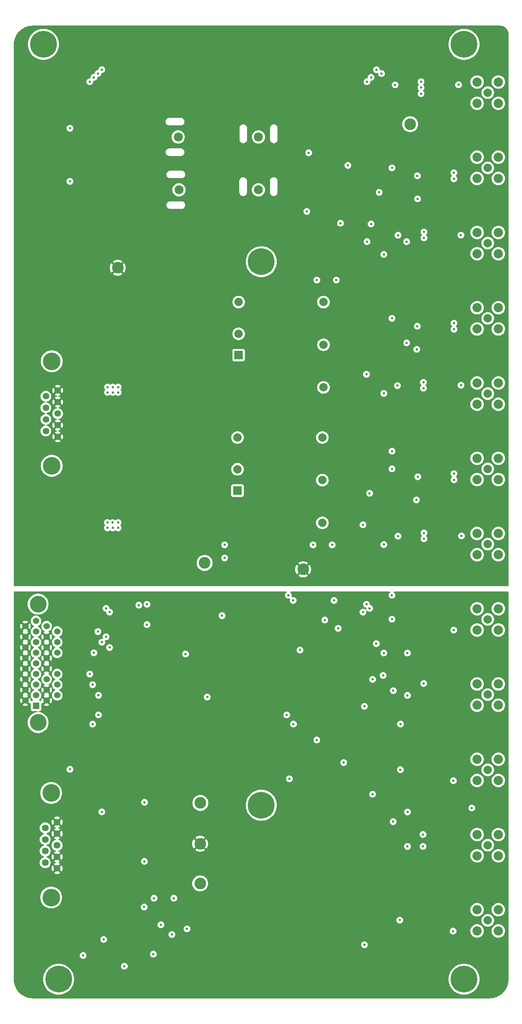
<source format=gbr>
%TF.GenerationSoftware,KiCad,Pcbnew,8.0.6*%
%TF.CreationDate,2025-05-14T12:37:58-04:00*%
%TF.ProjectId,TPC_Warm_Shaper,5450435f-5761-4726-9d5f-536861706572,rev?*%
%TF.SameCoordinates,Original*%
%TF.FileFunction,Copper,L2,Inr*%
%TF.FilePolarity,Positive*%
%FSLAX46Y46*%
G04 Gerber Fmt 4.6, Leading zero omitted, Abs format (unit mm)*
G04 Created by KiCad (PCBNEW 8.0.6) date 2025-05-14 12:37:58*
%MOMM*%
%LPD*%
G01*
G04 APERTURE LIST*
%TA.AperFunction,ComponentPad*%
%ADD10C,2.006600*%
%TD*%
%TA.AperFunction,ComponentPad*%
%ADD11C,2.209800*%
%TD*%
%TA.AperFunction,ComponentPad*%
%ADD12C,2.800000*%
%TD*%
%TA.AperFunction,ComponentPad*%
%ADD13C,1.635000*%
%TD*%
%TA.AperFunction,ComponentPad*%
%ADD14C,4.216000*%
%TD*%
%TA.AperFunction,ComponentPad*%
%ADD15C,2.159000*%
%TD*%
%TA.AperFunction,ComponentPad*%
%ADD16R,2.000000X2.000000*%
%TD*%
%TA.AperFunction,ComponentPad*%
%ADD17C,2.000000*%
%TD*%
%TA.AperFunction,ComponentPad*%
%ADD18C,1.560000*%
%TD*%
%TA.AperFunction,ComponentPad*%
%ADD19C,6.400000*%
%TD*%
%TA.AperFunction,ComponentPad*%
%ADD20C,4.000000*%
%TD*%
%TA.AperFunction,ComponentPad*%
%ADD21R,1.530000X1.530000*%
%TD*%
%TA.AperFunction,ComponentPad*%
%ADD22C,1.530000*%
%TD*%
%TA.AperFunction,ViaPad*%
%ADD23C,0.600000*%
%TD*%
G04 APERTURE END LIST*
D10*
%TO.N,/P_SHPR_6*%
%TO.C,J14*%
X225680000Y-229544999D03*
D11*
%TO.N,/PM3p3V_RTN*%
X228220000Y-227004999D03*
X223140000Y-227004999D03*
X223140000Y-232084999D03*
X228220000Y-232084999D03*
%TD*%
D10*
%TO.N,/M_SHPR_6*%
%TO.C,J13*%
X225680000Y-247544999D03*
D11*
%TO.N,/PM3p3V_RTN*%
X228220000Y-245004999D03*
X223140000Y-245004999D03*
X223140000Y-250084999D03*
X228220000Y-250084999D03*
%TD*%
D10*
%TO.N,/P_SHPR_5*%
%TO.C,J12*%
X225680000Y-193544999D03*
D11*
%TO.N,/PM3p3V_RTN*%
X228220000Y-191004999D03*
X223140000Y-191004999D03*
X223140000Y-196084999D03*
X228220000Y-196084999D03*
%TD*%
D10*
%TO.N,/M_SHPR_5*%
%TO.C,J11*%
X225680000Y-211544999D03*
D11*
%TO.N,/PM3p3V_RTN*%
X228220000Y-209004999D03*
X223140000Y-209004999D03*
X223140000Y-214084999D03*
X228220000Y-214084999D03*
%TD*%
D10*
%TO.N,/P_SHPR_4*%
%TO.C,J10*%
X225680000Y-157544999D03*
D11*
%TO.N,/PM3p3V_RTN*%
X228220000Y-155004999D03*
X223140000Y-155004999D03*
X223140000Y-160084999D03*
X228220000Y-160084999D03*
%TD*%
D10*
%TO.N,/M_SHPR_4*%
%TO.C,J9*%
X225680000Y-175544999D03*
D11*
%TO.N,/PM3p3V_RTN*%
X228220000Y-173004999D03*
X223140000Y-173004999D03*
X223140000Y-178084999D03*
X228220000Y-178084999D03*
%TD*%
D10*
%TO.N,/P_SHPR_3*%
%TO.C,J8*%
X225680000Y-121544999D03*
D11*
%TO.N,/PM3p3V_RTN*%
X228220000Y-119004999D03*
X223140000Y-119004999D03*
X223140000Y-124084999D03*
X228220000Y-124084999D03*
%TD*%
D10*
%TO.N,/M_SHPR_3*%
%TO.C,J7*%
X225680000Y-139544999D03*
D11*
%TO.N,/PM3p3V_RTN*%
X228220000Y-137004999D03*
X223140000Y-137004999D03*
X223140000Y-142084999D03*
X228220000Y-142084999D03*
%TD*%
D10*
%TO.N,/P_SHPR_2*%
%TO.C,J6*%
X225680000Y-85544999D03*
D11*
%TO.N,/PM3p3V_RTN*%
X228220000Y-83004999D03*
X223140000Y-83004999D03*
X223140000Y-88084999D03*
X228220000Y-88084999D03*
%TD*%
D10*
%TO.N,/M_SHPR_2*%
%TO.C,J5*%
X225680000Y-103544999D03*
D11*
%TO.N,/PM3p3V_RTN*%
X228220000Y-101004999D03*
X223140000Y-101004999D03*
X223140000Y-106084999D03*
X228220000Y-106084999D03*
%TD*%
D10*
%TO.N,/P_SHPR_1*%
%TO.C,J4*%
X225680000Y-49544999D03*
D11*
%TO.N,/PM3p3V_RTN*%
X228220000Y-47004999D03*
X223140000Y-47004999D03*
X223140000Y-52084999D03*
X228220000Y-52084999D03*
%TD*%
D10*
%TO.N,/M_SHPR_1*%
%TO.C,J3*%
X225680000Y-67544999D03*
D11*
%TO.N,/PM3p3V_RTN*%
X228220000Y-65004999D03*
X223140000Y-65004999D03*
X223140000Y-70084999D03*
X228220000Y-70084999D03*
%TD*%
D12*
%TO.N,/V_SEC_RTN*%
%TO.C,SEC_{RTN}*%
X181508400Y-163576000D03*
%TD*%
%TO.N,/TELEM_M5V*%
%TO.C,TELEM_{-5V}*%
X156870400Y-238709200D03*
%TD*%
D13*
%TO.N,/TELEM_RTN*%
%TO.C,J15*%
X122640000Y-235115000D03*
X122640000Y-232345000D03*
%TO.N,unconnected-(J15-Pad3)*%
X122640000Y-229575000D03*
%TO.N,/TELEM_RTN*%
X122640000Y-226805000D03*
X122640000Y-224035000D03*
%TO.N,/TELEM_M5V*%
X119800000Y-233730000D03*
X119800000Y-230960000D03*
%TO.N,/TELEM_P5V*%
X119800000Y-228190000D03*
X119800000Y-225420000D03*
D14*
%TO.N,GNDPWR*%
X121220000Y-217075000D03*
X121220000Y-242075000D03*
%TD*%
D15*
%TO.N,Net-(M2-Pad3)*%
%TO.C,P4*%
X170830000Y-60150000D03*
%TD*%
D12*
%TO.N,/TELEM_RTN*%
%TO.C,TELEM_{RTN}*%
X156870400Y-229209600D03*
%TD*%
%TO.N,/TELEM_RTN*%
%TO.C,TELEM_{RTN}*%
X207111600Y-57099200D03*
%TD*%
D16*
%TO.N,Net-(U1-+VIN)*%
%TO.C,U1*%
X166080000Y-112340000D03*
D17*
%TO.N,Net-(U1--VIN)*%
X166080000Y-107240000D03*
%TO.N,/P3p3V*%
X186380000Y-120040000D03*
%TO.N,unconnected-(U1-TRIM-Pad4)*%
X186380000Y-109840000D03*
%TO.N,/PM3p3V_RTN*%
X186380000Y-99640000D03*
%TO.N,/Main_CKT/Enable*%
X166080000Y-99640000D03*
%TD*%
D12*
%TO.N,/V_SEC_RTN*%
%TO.C,SEC_{RTN}*%
X137160000Y-91440000D03*
%TD*%
%TO.N,/Main_CKT/Enable*%
%TO.C,V_{EN}*%
X157940000Y-162040000D03*
%TD*%
D18*
%TO.N,/V_SEC_RTN*%
%TO.C,J2*%
X122790000Y-120780000D03*
X122790000Y-123550000D03*
%TO.N,unconnected-(J2-Pad3)*%
X122790000Y-126320000D03*
%TO.N,/V_SEC_RTN*%
X122790000Y-129090000D03*
X122790000Y-131860000D03*
%TO.N,/V_SEC_IN*%
X119950000Y-122165000D03*
X119950000Y-124935000D03*
X119950000Y-127705000D03*
X119950000Y-130475000D03*
D14*
%TO.N,GNDPWR*%
X121370000Y-113820000D03*
X121370000Y-138820000D03*
%TD*%
D19*
%TO.N,GNDPWR*%
%TO.C,H7*%
X123000000Y-261620000D03*
%TD*%
%TO.N,GNDPWR*%
%TO.C,H5*%
X119380000Y-38000000D03*
%TD*%
D12*
%TO.N,/TELEM_P5V*%
%TO.C,TELEM_{+5V}*%
X156921200Y-219456000D03*
%TD*%
D19*
%TO.N,GNDPWR*%
%TO.C,H1*%
X220000000Y-38000000D03*
%TD*%
D16*
%TO.N,Net-(U2-+VIN)*%
%TO.C,U2*%
X165807500Y-144730000D03*
D17*
%TO.N,Net-(U2--VIN)*%
X165807500Y-139630000D03*
%TO.N,/PM3p3V_RTN*%
X186107500Y-152430000D03*
%TO.N,unconnected-(U2-TRIM-Pad4)*%
X186107500Y-142230000D03*
%TO.N,/M3p3V*%
X186107500Y-132030000D03*
%TO.N,/Main_CKT/Enable*%
X165807500Y-132030000D03*
%TD*%
D19*
%TO.N,GNDPWR*%
%TO.C,H2*%
X171500000Y-90000000D03*
%TD*%
D15*
%TO.N,Net-(P1-Pad1)*%
%TO.C,P1*%
X151810600Y-72790000D03*
%TD*%
D19*
%TO.N,GNDPWR*%
%TO.C,H4*%
X220000000Y-261620000D03*
%TD*%
%TO.N,GNDPWR*%
%TO.C,H3*%
X171500000Y-220000000D03*
%TD*%
D15*
%TO.N,Net-(M1-Pad3)*%
%TO.C,P2*%
X170809800Y-72790000D03*
%TD*%
%TO.N,Net-(P3-Pad1)*%
%TO.C,P3*%
X151620000Y-60148000D03*
%TD*%
D20*
%TO.N,GNDPWR*%
%TO.C,J1*%
X118098000Y-171909500D03*
X118098000Y-200230500D03*
D21*
%TO.N,/i_Sense_6-*%
X117590000Y-196230000D03*
D22*
%TO.N,/TELEM_RTN*%
X115050000Y-194960000D03*
%TO.N,/i_Sense_6+*%
X117590000Y-193690000D03*
%TO.N,/TELEM_RTN*%
X115050000Y-192420000D03*
%TO.N,/i_Sense_5-*%
X117590000Y-191150000D03*
%TO.N,/TELEM_RTN*%
X115050000Y-189880000D03*
%TO.N,/i_Sense_5+*%
X117590000Y-188610000D03*
%TO.N,/TELEM_RTN*%
X115050000Y-187340000D03*
X115050000Y-184800000D03*
%TO.N,/i_Sense_4+*%
X117590000Y-183530000D03*
%TO.N,/TELEM_RTN*%
X115050000Y-182260000D03*
%TO.N,/i_Sense_3-*%
X117590000Y-180990000D03*
%TO.N,/TELEM_RTN*%
X115050000Y-179720000D03*
%TO.N,/i_Sense_3+*%
X117590000Y-178450000D03*
%TO.N,/TELEM_RTN*%
X115050000Y-177180000D03*
%TO.N,/Enable+*%
X117590000Y-175910000D03*
%TO.N,/TELEM_RTN*%
X120130000Y-194960000D03*
%TO.N,/P3p3V_MON*%
X122670000Y-193690000D03*
%TO.N,/TELEM_RTN*%
X120130000Y-192420000D03*
%TO.N,/M3p3V_MON*%
X122670000Y-191150000D03*
%TO.N,/TEMP_MON*%
X120130000Y-189880000D03*
%TO.N,/i_Sense_2-*%
X122670000Y-188610000D03*
%TO.N,/TELEM_RTN*%
X120130000Y-187340000D03*
%TO.N,/i_Sense_4-*%
X117590000Y-186070000D03*
%TO.N,/TELEM_RTN*%
X120130000Y-184800000D03*
%TO.N,/i_Sense_2+*%
X122670000Y-183530000D03*
%TO.N,/TELEM_RTN*%
X120130000Y-182260000D03*
%TO.N,/i_Sense_1-*%
X122670000Y-180990000D03*
%TO.N,/TELEM_RTN*%
X120130000Y-179720000D03*
%TO.N,/Enable-*%
X120130000Y-177180000D03*
%TO.N,/i_Sense_1+*%
X122670000Y-178450000D03*
%TD*%
D23*
%TO.N,/P3p3V*%
X206470000Y-183600000D03*
X200810000Y-121490000D03*
X206470000Y-193730000D03*
X200810000Y-183600000D03*
X209720000Y-49789999D03*
X206480000Y-221620000D03*
X200810000Y-157650000D03*
X210180000Y-229844999D03*
X206470000Y-229850000D03*
X200810000Y-88260000D03*
%TO.N,/PM3p3V_RTN*%
X188446000Y-157730000D03*
X189426000Y-94380000D03*
X221860000Y-220670000D03*
%TO.N,GNDPWR*%
X184796000Y-94380000D03*
X183886000Y-157730000D03*
%TO.N,/V_SEC_RTN*%
X187960000Y-40640000D03*
X218440000Y-152400000D03*
X121920000Y-66040000D03*
X127000000Y-147320000D03*
X147320000Y-81280000D03*
X157480000Y-157480000D03*
X213360000Y-60960000D03*
X121920000Y-152400000D03*
X139700000Y-129540000D03*
X187960000Y-35560000D03*
X116840000Y-152400000D03*
X127000000Y-45720000D03*
X167640000Y-50800000D03*
X138430000Y-98425000D03*
X127000000Y-50800000D03*
X177800000Y-157480000D03*
X223520000Y-111760000D03*
X142240000Y-55880000D03*
X121920000Y-162560000D03*
X182880000Y-86360000D03*
X127000000Y-60960000D03*
X162560000Y-60960000D03*
X208280000Y-40640000D03*
X228600000Y-147320000D03*
X198120000Y-101600000D03*
X172720000Y-50800000D03*
X116840000Y-81280000D03*
X150460000Y-165750000D03*
X198120000Y-162560000D03*
X142240000Y-35560000D03*
X116840000Y-96520000D03*
X198120000Y-121920000D03*
X198120000Y-91440000D03*
X213360000Y-96520000D03*
X228600000Y-165100000D03*
X223520000Y-55880000D03*
X127000000Y-106680000D03*
X139700000Y-130810000D03*
X147320000Y-50800000D03*
X127000000Y-40640000D03*
X228600000Y-35560000D03*
X223520000Y-147320000D03*
X162560000Y-81280000D03*
X193040000Y-40640000D03*
X116840000Y-86360000D03*
X132080000Y-40640000D03*
X182880000Y-40640000D03*
X116840000Y-71120000D03*
X147320000Y-86360000D03*
X177800000Y-76200000D03*
X228600000Y-60960000D03*
X116840000Y-91440000D03*
X152400000Y-157480000D03*
X203200000Y-55880000D03*
X213360000Y-55880000D03*
X182880000Y-60960000D03*
X208280000Y-96520000D03*
X139700000Y-98425000D03*
X198120000Y-106680000D03*
X187960000Y-76200000D03*
X121920000Y-81280000D03*
X132080000Y-35560000D03*
X213360000Y-165100000D03*
X228600000Y-132080000D03*
X137160000Y-81280000D03*
X198120000Y-35560000D03*
X203200000Y-40640000D03*
X193040000Y-35560000D03*
X213360000Y-152400000D03*
X193040000Y-86360000D03*
X218440000Y-165100000D03*
X193040000Y-121920000D03*
X162560000Y-50800000D03*
X208280000Y-132080000D03*
X203200000Y-35560000D03*
X152400000Y-86360000D03*
X127000000Y-157480000D03*
X218440000Y-127000000D03*
X223520000Y-96520000D03*
X193040000Y-55880000D03*
X157480000Y-127000000D03*
X172720000Y-40640000D03*
X208280000Y-127000000D03*
X157480000Y-35560000D03*
X177800000Y-86360000D03*
X121920000Y-76200000D03*
X138430000Y-130810000D03*
X218440000Y-76200000D03*
X127000000Y-127000000D03*
X147320000Y-162560000D03*
X193040000Y-101600000D03*
X121920000Y-71120000D03*
X198120000Y-142240000D03*
X121920000Y-101600000D03*
X177800000Y-35560000D03*
X152400000Y-40640000D03*
X218440000Y-132080000D03*
X127000000Y-96520000D03*
X167640000Y-81280000D03*
X147320000Y-35560000D03*
X157480000Y-86360000D03*
X198120000Y-96520000D03*
X127000000Y-91440000D03*
X223520000Y-127000000D03*
X228600000Y-55880000D03*
X142240000Y-91440000D03*
X127000000Y-111760000D03*
X193040000Y-127000000D03*
X187960000Y-55880000D03*
X172360000Y-162120000D03*
X198120000Y-86360000D03*
X127000000Y-137160000D03*
X142240000Y-162560000D03*
X138430000Y-128270000D03*
X137160000Y-162560000D03*
X137160000Y-35560000D03*
X193040000Y-96520000D03*
X138430000Y-97155000D03*
X142240000Y-81280000D03*
X177800000Y-60960000D03*
X142240000Y-50800000D03*
X162560000Y-66040000D03*
X127000000Y-132080000D03*
X172720000Y-127000000D03*
X208280000Y-91440000D03*
X152400000Y-162560000D03*
X142240000Y-127000000D03*
X203200000Y-50800000D03*
X223520000Y-76200000D03*
X218440000Y-111760000D03*
X223520000Y-165100000D03*
X127000000Y-86360000D03*
X127000000Y-66040000D03*
X121920000Y-106680000D03*
X198120000Y-137160000D03*
X167640000Y-127000000D03*
X177800000Y-60960000D03*
X142240000Y-86360000D03*
X147320000Y-91440000D03*
X152400000Y-81280000D03*
X228600000Y-111760000D03*
X172720000Y-35560000D03*
X218440000Y-91440000D03*
X127000000Y-101600000D03*
X152400000Y-35560000D03*
X116840000Y-50800000D03*
X218440000Y-60960000D03*
X177800000Y-91440000D03*
X187960000Y-60960000D03*
X193040000Y-60960000D03*
X198120000Y-111760000D03*
X152400000Y-127000000D03*
X223520000Y-132080000D03*
X137160000Y-55880000D03*
X127000000Y-121920000D03*
X152400000Y-91440000D03*
X182880000Y-35560000D03*
X147320000Y-157480000D03*
X127000000Y-116840000D03*
X127000000Y-35560000D03*
X218440000Y-55880000D03*
X182880000Y-76200000D03*
X142240000Y-40640000D03*
X177800000Y-55880000D03*
X137160000Y-60960000D03*
X187960000Y-127000000D03*
X208280000Y-165100000D03*
X187960000Y-71120000D03*
X193040000Y-50800000D03*
X152400000Y-50800000D03*
X228600000Y-76200000D03*
X157480000Y-40640000D03*
X213360000Y-111760000D03*
X116840000Y-45720000D03*
X121920000Y-60960000D03*
X218440000Y-50800000D03*
X116840000Y-60960000D03*
X198120000Y-121920000D03*
X228600000Y-96520000D03*
X121920000Y-86360000D03*
X198120000Y-132080000D03*
X203200000Y-60960000D03*
X139700000Y-128270000D03*
X223520000Y-91440000D03*
X172720000Y-157480000D03*
X218440000Y-147320000D03*
X121920000Y-91440000D03*
X228600000Y-91440000D03*
X138430000Y-129540000D03*
X162560000Y-76200000D03*
X187960000Y-50800000D03*
X177800000Y-50800000D03*
X121920000Y-55880000D03*
X116840000Y-76200000D03*
X147320000Y-40640000D03*
X139700000Y-95885000D03*
X182880000Y-50800000D03*
X162560000Y-35560000D03*
X162560000Y-86360000D03*
X147320000Y-127000000D03*
X152350000Y-165770000D03*
X137160000Y-86360000D03*
X198120000Y-127000000D03*
X139700000Y-97155000D03*
X182880000Y-55880000D03*
X182880000Y-127000000D03*
X177800000Y-40640000D03*
X162560000Y-71120000D03*
X187960000Y-86360000D03*
X127000000Y-55880000D03*
X116840000Y-101600000D03*
X167640000Y-86360000D03*
X177800000Y-81280000D03*
X127000000Y-142240000D03*
X127000000Y-76200000D03*
X157480000Y-81280000D03*
X121920000Y-147320000D03*
X157480000Y-50800000D03*
X137160000Y-66040000D03*
X137160000Y-40640000D03*
X138430000Y-95885000D03*
X182880000Y-91440000D03*
X208280000Y-50800000D03*
X121920000Y-50800000D03*
X127000000Y-81280000D03*
X213360000Y-132080000D03*
X213360000Y-76200000D03*
X187960000Y-91440000D03*
X162560000Y-55880000D03*
X223520000Y-60960000D03*
X121920000Y-96520000D03*
X218440000Y-96520000D03*
X121920000Y-45720000D03*
X228600000Y-40640000D03*
X198120000Y-40640000D03*
X193040000Y-91440000D03*
X121920000Y-157480000D03*
X116840000Y-106680000D03*
X116840000Y-66040000D03*
X213360000Y-40640000D03*
X213360000Y-91440000D03*
X157480000Y-91440000D03*
X116840000Y-55880000D03*
X127000000Y-152400000D03*
X177800000Y-127000000D03*
X177800000Y-162560000D03*
X162560000Y-91440000D03*
X142240000Y-157480000D03*
X228600000Y-127000000D03*
X213360000Y-127000000D03*
X208280000Y-160020000D03*
X116840000Y-162560000D03*
X116840000Y-157480000D03*
X167640000Y-35560000D03*
X162560000Y-40640000D03*
X137160000Y-50800000D03*
X198120000Y-147320000D03*
X137160000Y-76200000D03*
X213360000Y-35560000D03*
X177800000Y-71120000D03*
X187960000Y-162560000D03*
X127000000Y-162560000D03*
X182880000Y-71120000D03*
X208280000Y-35560000D03*
X172720000Y-81280000D03*
X116840000Y-147320000D03*
X167640000Y-40640000D03*
X208280000Y-60960000D03*
%TO.N,/M3p3V*%
X177980000Y-169790000D03*
X202750000Y-169790000D03*
X204800000Y-200580000D03*
X202770000Y-103530000D03*
X204620000Y-247480000D03*
X204770000Y-211500000D03*
X202760000Y-139540000D03*
X202760000Y-175480000D03*
X202770000Y-135310000D03*
X202770000Y-67540000D03*
%TO.N,/V_SEC_IN*%
X134720000Y-121250000D03*
X134682500Y-153660000D03*
X134682500Y-152390000D03*
X137260000Y-119980000D03*
X135990000Y-121250000D03*
X137222500Y-153660000D03*
X135952500Y-153660000D03*
X135990000Y-119980000D03*
X135902500Y-152390000D03*
X134720000Y-119980000D03*
X137260000Y-121250000D03*
X137222500Y-152390000D03*
%TO.N,/TELEM_RTN*%
X145130000Y-236970000D03*
X228600000Y-223520000D03*
X182880000Y-218440000D03*
X198120000Y-233680000D03*
X142240000Y-203200000D03*
X218440000Y-223520000D03*
X198120000Y-243840000D03*
X219470000Y-191614999D03*
X121920000Y-208280000D03*
X217570000Y-68694999D03*
X218440000Y-198120000D03*
X228600000Y-254000000D03*
X136786200Y-242165000D03*
X145140000Y-228080000D03*
X167640000Y-248920000D03*
X208280000Y-172720000D03*
X147320000Y-203200000D03*
X187960000Y-233680000D03*
X157480000Y-203200000D03*
X157480000Y-182880000D03*
X208280000Y-259080000D03*
X203200000Y-264160000D03*
X176580000Y-182880000D03*
X167640000Y-259080000D03*
X193040000Y-259080000D03*
X127000000Y-248920000D03*
X182880000Y-233680000D03*
X152400000Y-238760000D03*
X193040000Y-254000000D03*
X223520000Y-254000000D03*
X132080000Y-218440000D03*
X218440000Y-187960000D03*
X167640000Y-228600000D03*
X213360000Y-203200000D03*
X172720000Y-254000000D03*
X193040000Y-177800000D03*
X142240000Y-208280000D03*
X147320000Y-187960000D03*
X182880000Y-238760000D03*
X132080000Y-264160000D03*
X198120000Y-223520000D03*
X147320000Y-203200000D03*
X172720000Y-233680000D03*
X208570000Y-213394999D03*
X187960000Y-187960000D03*
X177800000Y-243840000D03*
X162560000Y-228600000D03*
X203200000Y-233680000D03*
X217600000Y-104689999D03*
X213360000Y-259080000D03*
X162560000Y-223520000D03*
X130376200Y-260865000D03*
X167640000Y-182880000D03*
X198120000Y-259080000D03*
X127000000Y-213360000D03*
X213360000Y-198120000D03*
X223520000Y-182880000D03*
X147320000Y-199390000D03*
X228600000Y-238760000D03*
X198120000Y-177800000D03*
X209730000Y-48339999D03*
X147320000Y-218440000D03*
X137160000Y-199390000D03*
X172720000Y-259080000D03*
X172720000Y-187960000D03*
X210290000Y-120254999D03*
X152400000Y-223520000D03*
X223520000Y-203200000D03*
X187960000Y-259080000D03*
X203200000Y-238760000D03*
X218440000Y-243840000D03*
X162560000Y-233680000D03*
X148695476Y-185749999D03*
X157480000Y-213360000D03*
X127000000Y-208280000D03*
X177800000Y-254000000D03*
X208470000Y-182894999D03*
X176190000Y-180100000D03*
X162560000Y-238760000D03*
X213360000Y-223520000D03*
X187960000Y-228600000D03*
X157480000Y-199390000D03*
X116840000Y-208280000D03*
X217450000Y-212659999D03*
X208460000Y-177384999D03*
X182880000Y-254000000D03*
X127000000Y-218440000D03*
X208280000Y-203200000D03*
X121920000Y-254000000D03*
X152400000Y-199390000D03*
X193040000Y-248920000D03*
X167640000Y-194310000D03*
X223520000Y-223520000D03*
X127000000Y-238760000D03*
X203200000Y-243840000D03*
X172720000Y-208280000D03*
X177800000Y-228600000D03*
X204198000Y-155624999D03*
X185180000Y-199630000D03*
X219270000Y-119534999D03*
X210420000Y-84289999D03*
X152400000Y-213360000D03*
X147320000Y-213360000D03*
X147320000Y-194310000D03*
X167640000Y-213360000D03*
X193040000Y-187960000D03*
X167640000Y-208280000D03*
X172720000Y-213360000D03*
X132080000Y-238760000D03*
X182880000Y-243840000D03*
X172720000Y-243840000D03*
X148265476Y-183690000D03*
X218680000Y-47664999D03*
X162560000Y-248920000D03*
X157480000Y-264160000D03*
X182880000Y-194310000D03*
X147320000Y-194310000D03*
X162560000Y-208280000D03*
X198120000Y-238760000D03*
X208890000Y-74959999D03*
X172720000Y-238760000D03*
X116840000Y-254000000D03*
X177800000Y-259080000D03*
X167640000Y-238760000D03*
X217370000Y-248649999D03*
X182720000Y-205310000D03*
X187960000Y-254000000D03*
X201780000Y-226610000D03*
X187960000Y-243840000D03*
X193040000Y-223520000D03*
X218440000Y-208280000D03*
X142240000Y-264160000D03*
X208820000Y-105434999D03*
X182880000Y-264160000D03*
X172720000Y-203200000D03*
X147320000Y-199390000D03*
X208700000Y-110954999D03*
X204070000Y-119619999D03*
X147320000Y-228600000D03*
X147320000Y-233680000D03*
X182850000Y-63940000D03*
X210340000Y-192284999D03*
X210190000Y-228394999D03*
X167640000Y-264160000D03*
X177800000Y-238760000D03*
X218440000Y-203200000D03*
X187960000Y-223520000D03*
X177800000Y-248920000D03*
X167640000Y-203200000D03*
X162560000Y-182880000D03*
X172720000Y-199390000D03*
X162560000Y-264160000D03*
X142240000Y-238760000D03*
X167640000Y-187960000D03*
X152350000Y-170580000D03*
X172720000Y-264160000D03*
X219230000Y-227724999D03*
X150470000Y-170610000D03*
X142316200Y-246515000D03*
X208460000Y-254914999D03*
X208280000Y-264160000D03*
X218440000Y-233680000D03*
X133820000Y-228120000D03*
X153075476Y-194250000D03*
X127000000Y-203200000D03*
X152400000Y-208280000D03*
X182880000Y-187960000D03*
X213360000Y-264160000D03*
X187960000Y-218440000D03*
X218440000Y-182880000D03*
X162560000Y-213360000D03*
X127000000Y-243840000D03*
X193040000Y-228600000D03*
X187960000Y-248920000D03*
X147320000Y-223520000D03*
X208710000Y-218930000D03*
X152400000Y-233680000D03*
X177800000Y-233680000D03*
X187960000Y-194310000D03*
X208280000Y-238760000D03*
X147320000Y-238760000D03*
X172720000Y-228600000D03*
X172720000Y-182880000D03*
X162560000Y-199390000D03*
X167640000Y-233680000D03*
X217530000Y-176629999D03*
X167640000Y-223520000D03*
X142240000Y-199390000D03*
X198120000Y-228600000D03*
X193040000Y-194310000D03*
X162560000Y-199390000D03*
X157480000Y-208280000D03*
X198120000Y-264160000D03*
X208280000Y-233680000D03*
X162560000Y-243840000D03*
X208280000Y-208280000D03*
X187960000Y-264160000D03*
X167640000Y-243840000D03*
X193040000Y-264160000D03*
X219390000Y-155574999D03*
X121920000Y-248920000D03*
X210418000Y-156259999D03*
X213360000Y-238760000D03*
X167640000Y-254000000D03*
X213360000Y-187960000D03*
X177800000Y-187960000D03*
X162560000Y-254000000D03*
X142240000Y-187960000D03*
X162560000Y-218440000D03*
X228600000Y-264160000D03*
X152400000Y-218440000D03*
X218440000Y-218440000D03*
X167640000Y-199390000D03*
X162560000Y-259080000D03*
X172720000Y-194310000D03*
X152400000Y-228600000D03*
X218440000Y-254000000D03*
X208280000Y-198120000D03*
X193040000Y-238760000D03*
X228600000Y-182880000D03*
X135116200Y-249380000D03*
X128880000Y-230150000D03*
X218440000Y-238760000D03*
X198120000Y-248920000D03*
X177800000Y-264160000D03*
X177800000Y-223520000D03*
X193040000Y-243840000D03*
X177800000Y-218440000D03*
X208620000Y-146964999D03*
X182390000Y-77960000D03*
X190730000Y-175700000D03*
X182880000Y-223520000D03*
X223520000Y-218440000D03*
X223520000Y-238760000D03*
X152400000Y-264160000D03*
X147320000Y-208280000D03*
X132080000Y-203200000D03*
X217600000Y-140689999D03*
X194160000Y-209790000D03*
X193040000Y-233680000D03*
X137226200Y-261375000D03*
X223520000Y-187960000D03*
X137160000Y-238760000D03*
X204200000Y-83654999D03*
X145420000Y-214110000D03*
X203200000Y-259080000D03*
X177800000Y-194310000D03*
X162560000Y-194310000D03*
X193040000Y-182880000D03*
X208440000Y-249394999D03*
X228600000Y-218440000D03*
X137160000Y-208280000D03*
X137160000Y-187960000D03*
X182880000Y-228600000D03*
X208940000Y-141439999D03*
X137160000Y-203200000D03*
X142240000Y-213360000D03*
X138640000Y-210880000D03*
X145666200Y-259885000D03*
X201840000Y-190500000D03*
X182880000Y-248920000D03*
X137160000Y-194310000D03*
X152400000Y-203200000D03*
X132080000Y-213360000D03*
X228600000Y-203200000D03*
X228600000Y-187960000D03*
X147320000Y-187960000D03*
X127000000Y-254000000D03*
X116840000Y-248920000D03*
X172720000Y-248920000D03*
X147320000Y-264160000D03*
X194160000Y-202930000D03*
X132080000Y-208280000D03*
X203510000Y-47704999D03*
X142240000Y-194310000D03*
X228600000Y-259080000D03*
X131910000Y-224810000D03*
X145430000Y-223710000D03*
X182880000Y-259080000D03*
X185140000Y-216380000D03*
X219260000Y-83619999D03*
X172870000Y-178340000D03*
X155405476Y-182990000D03*
X208835000Y-69429999D03*
X132080000Y-203200000D03*
X187960000Y-238760000D03*
X162560000Y-203200000D03*
X193040000Y-213360000D03*
X137160000Y-264160000D03*
X140660000Y-172170000D03*
%TO.N,/i_Sense_1+*%
X200260000Y-44990000D03*
X132420000Y-44970000D03*
X132420000Y-178460000D03*
%TO.N,/i_Sense_2+*%
X131450000Y-45910000D03*
X197760000Y-80950000D03*
X131450000Y-183540000D03*
X197760000Y-45910000D03*
%TO.N,/TELEM_P5V*%
X133350000Y-221600000D03*
X150576200Y-242235000D03*
X125720000Y-211410000D03*
X158560000Y-194110000D03*
X125730000Y-70770000D03*
X186700000Y-175700000D03*
X125730000Y-58070000D03*
X145666200Y-255625000D03*
X162110000Y-174650000D03*
X153716200Y-249575000D03*
X133796200Y-252115000D03*
%TO.N,/TELEM_M5V*%
X128880000Y-255940000D03*
X180770000Y-182880000D03*
X138730000Y-258515000D03*
%TO.N,/i_Sense_3+*%
X144150000Y-176790000D03*
X196660000Y-116920000D03*
X144150000Y-171930000D03*
X196670000Y-171930000D03*
%TO.N,/i_Sense_4+*%
X195830000Y-173800000D03*
X195830000Y-152930000D03*
X135200000Y-173800000D03*
X135200000Y-182270000D03*
%TO.N,/i_Sense_5+*%
X200640000Y-188950000D03*
%TO.N,/i_Sense_6+*%
X203050000Y-223930000D03*
X203080000Y-192590000D03*
%TO.N,/i_Sense_1-*%
X199670000Y-73400000D03*
X133360000Y-181010000D03*
X133357380Y-44063928D03*
X199060000Y-44070000D03*
%TO.N,/i_Sense_2-*%
X206270000Y-85190000D03*
X196790000Y-85190000D03*
X130470000Y-188620000D03*
X206274999Y-109404999D03*
X196790000Y-46940000D03*
X130470000Y-46940000D03*
%TO.N,/i_Sense_3-*%
X134350000Y-179710000D03*
X197410000Y-172910000D03*
X134360000Y-172920000D03*
X197410000Y-145404999D03*
%TO.N,/i_Sense_4-*%
X199010000Y-181350000D03*
%TO.N,/i_Sense_5-*%
X198140000Y-189900000D03*
X198130000Y-217370000D03*
%TO.N,/i_Sense_6-*%
X196180000Y-253370000D03*
X196180000Y-196340000D03*
%TO.N,Net-(U17A-A_OUT)*%
X179120000Y-171010000D03*
X190440000Y-80790000D03*
X188910000Y-171020000D03*
%TO.N,Net-(U17B-B_OUT)*%
X192210000Y-66960000D03*
X189890000Y-177690000D03*
%TO.N,/TELEM_P3p3V*%
X210418000Y-154859999D03*
X210340000Y-190884999D03*
X210190000Y-226994999D03*
X217380000Y-250119999D03*
X210290000Y-118854999D03*
X217460000Y-214129999D03*
X209730000Y-46939999D03*
X142210000Y-172150000D03*
X217610000Y-142159999D03*
X217610000Y-106159999D03*
X153375476Y-183820000D03*
X184780000Y-204410000D03*
X143570000Y-219300000D03*
X217540000Y-178099999D03*
X217580000Y-70164999D03*
X210420000Y-82889999D03*
%TO.N,/TELEM_M3p3V*%
X143530000Y-233450000D03*
X191210000Y-209790000D03*
%TO.N,Net-(LED1-Pad2)*%
X150106199Y-250914999D03*
%TO.N,Net-(LED1-Pad1)*%
X147476199Y-248594999D03*
%TO.N,Net-(LED2-Pad1)*%
X143486200Y-244345000D03*
%TO.N,Net-(LED2-Pad2)*%
X145836200Y-242255000D03*
%TO.N,/Main_CKT/Enable*%
X162740000Y-157720000D03*
X162740000Y-160850000D03*
%TO.N,/P3p3V_MON*%
X132530000Y-198410000D03*
X132530000Y-193700000D03*
X178230000Y-213670000D03*
X177570000Y-198410000D03*
%TO.N,/M3p3V_MON*%
X179200000Y-200600000D03*
X131149881Y-200600833D03*
X131150000Y-191160000D03*
%TD*%
%TA.AperFunction,Conductor*%
%TO.N,/TELEM_RTN*%
G36*
X177512529Y-168929685D02*
G01*
X177558284Y-168982489D01*
X177568228Y-169051647D01*
X177539203Y-169115203D01*
X177511462Y-169138994D01*
X177477737Y-169160184D01*
X177350184Y-169287737D01*
X177254211Y-169440476D01*
X177194631Y-169610745D01*
X177194630Y-169610750D01*
X177174435Y-169789996D01*
X177174435Y-169790003D01*
X177194630Y-169969249D01*
X177194631Y-169969254D01*
X177254211Y-170139523D01*
X177320580Y-170245148D01*
X177350184Y-170292262D01*
X177477738Y-170419816D01*
X177630478Y-170515789D01*
X177742114Y-170554852D01*
X177800745Y-170575368D01*
X177800750Y-170575369D01*
X177979996Y-170595565D01*
X177980000Y-170595565D01*
X177980004Y-170595565D01*
X178159249Y-170575369D01*
X178159251Y-170575368D01*
X178159255Y-170575368D01*
X178159258Y-170575366D01*
X178159262Y-170575366D01*
X178217888Y-170554852D01*
X178287667Y-170551289D01*
X178348294Y-170586018D01*
X178380522Y-170648011D01*
X178375885Y-170712847D01*
X178334632Y-170830742D01*
X178334630Y-170830750D01*
X178314435Y-171009996D01*
X178314435Y-171010003D01*
X178334630Y-171189249D01*
X178334631Y-171189254D01*
X178394211Y-171359523D01*
X178437073Y-171427737D01*
X178490184Y-171512262D01*
X178617738Y-171639816D01*
X178770478Y-171735789D01*
X178940745Y-171795368D01*
X178940750Y-171795369D01*
X179119996Y-171815565D01*
X179120000Y-171815565D01*
X179120004Y-171815565D01*
X179299249Y-171795369D01*
X179299252Y-171795368D01*
X179299255Y-171795368D01*
X179469522Y-171735789D01*
X179622262Y-171639816D01*
X179749816Y-171512262D01*
X179845789Y-171359522D01*
X179905368Y-171189255D01*
X179910396Y-171144630D01*
X179924439Y-171019996D01*
X188104435Y-171019996D01*
X188104435Y-171020003D01*
X188124630Y-171199249D01*
X188124631Y-171199254D01*
X188184211Y-171369523D01*
X188273901Y-171512262D01*
X188280184Y-171522262D01*
X188407738Y-171649816D01*
X188491080Y-171702183D01*
X188544561Y-171735788D01*
X188560478Y-171745789D01*
X188716770Y-171800478D01*
X188730745Y-171805368D01*
X188730750Y-171805369D01*
X188909996Y-171825565D01*
X188910000Y-171825565D01*
X188910004Y-171825565D01*
X189089249Y-171805369D01*
X189089252Y-171805368D01*
X189089255Y-171805368D01*
X189259522Y-171745789D01*
X189412262Y-171649816D01*
X189539816Y-171522262D01*
X189635789Y-171369522D01*
X189695368Y-171199255D01*
X189696495Y-171189254D01*
X189715565Y-171020003D01*
X189715565Y-171019996D01*
X189695369Y-170840750D01*
X189695368Y-170840745D01*
X189691868Y-170830742D01*
X189635789Y-170670478D01*
X189629504Y-170660476D01*
X189563136Y-170554852D01*
X189539816Y-170517738D01*
X189412262Y-170390184D01*
X189396347Y-170380184D01*
X189259523Y-170294211D01*
X189089254Y-170234631D01*
X189089249Y-170234630D01*
X188910004Y-170214435D01*
X188909996Y-170214435D01*
X188730750Y-170234630D01*
X188730745Y-170234631D01*
X188560476Y-170294211D01*
X188407737Y-170390184D01*
X188280184Y-170517737D01*
X188184211Y-170670476D01*
X188124631Y-170840745D01*
X188124630Y-170840750D01*
X188104435Y-171019996D01*
X179924439Y-171019996D01*
X179925565Y-171010003D01*
X179925565Y-171009996D01*
X179905369Y-170830750D01*
X179905368Y-170830745D01*
X179905367Y-170830742D01*
X179845789Y-170660478D01*
X179837955Y-170648011D01*
X179792311Y-170575368D01*
X179749816Y-170507738D01*
X179622262Y-170380184D01*
X179469523Y-170284211D01*
X179299254Y-170224631D01*
X179299249Y-170224630D01*
X179120004Y-170204435D01*
X179119996Y-170204435D01*
X178940750Y-170224630D01*
X178940739Y-170224633D01*
X178882109Y-170245148D01*
X178812330Y-170248709D01*
X178751703Y-170213979D01*
X178719477Y-170151985D01*
X178724115Y-170087151D01*
X178765366Y-169969262D01*
X178765369Y-169969249D01*
X178785565Y-169790003D01*
X178785565Y-169789996D01*
X178765369Y-169610750D01*
X178765368Y-169610745D01*
X178705788Y-169440476D01*
X178609815Y-169287737D01*
X178482262Y-169160184D01*
X178448538Y-169138994D01*
X178402247Y-169086659D01*
X178391599Y-169017606D01*
X178419974Y-168953757D01*
X178478364Y-168915385D01*
X178514510Y-168910000D01*
X202215490Y-168910000D01*
X202282529Y-168929685D01*
X202328284Y-168982489D01*
X202338228Y-169051647D01*
X202309203Y-169115203D01*
X202281462Y-169138994D01*
X202247737Y-169160184D01*
X202120184Y-169287737D01*
X202024211Y-169440476D01*
X201964631Y-169610745D01*
X201964630Y-169610750D01*
X201944435Y-169789996D01*
X201944435Y-169790003D01*
X201964630Y-169969249D01*
X201964631Y-169969254D01*
X202024211Y-170139523D01*
X202090580Y-170245148D01*
X202120184Y-170292262D01*
X202247738Y-170419816D01*
X202400478Y-170515789D01*
X202512114Y-170554852D01*
X202570745Y-170575368D01*
X202570750Y-170575369D01*
X202749996Y-170595565D01*
X202750000Y-170595565D01*
X202750004Y-170595565D01*
X202929249Y-170575369D01*
X202929252Y-170575368D01*
X202929255Y-170575368D01*
X203099522Y-170515789D01*
X203252262Y-170419816D01*
X203379816Y-170292262D01*
X203475789Y-170139522D01*
X203535368Y-169969255D01*
X203555565Y-169790000D01*
X203538946Y-169642502D01*
X203535369Y-169610750D01*
X203535368Y-169610745D01*
X203475788Y-169440476D01*
X203379815Y-169287737D01*
X203252262Y-169160184D01*
X203218538Y-169138994D01*
X203172247Y-169086659D01*
X203161599Y-169017606D01*
X203189974Y-168953757D01*
X203248364Y-168915385D01*
X203284510Y-168910000D01*
X230515500Y-168910000D01*
X230582539Y-168929685D01*
X230628294Y-168982489D01*
X230639500Y-169034000D01*
X230639500Y-261617293D01*
X230639382Y-261622702D01*
X230622310Y-262013723D01*
X230621367Y-262024500D01*
X230570634Y-262409848D01*
X230568756Y-262420501D01*
X230484628Y-262799978D01*
X230481828Y-262810427D01*
X230364949Y-263181120D01*
X230361249Y-263191285D01*
X230212507Y-263550381D01*
X230207935Y-263560185D01*
X230028465Y-263904942D01*
X230023057Y-263914310D01*
X229814213Y-264242130D01*
X229808008Y-264250991D01*
X229571394Y-264559353D01*
X229564440Y-264567640D01*
X229301853Y-264854204D01*
X229294204Y-264861853D01*
X229007640Y-265124440D01*
X228999353Y-265131394D01*
X228690991Y-265368008D01*
X228682130Y-265374213D01*
X228354310Y-265583057D01*
X228344942Y-265588465D01*
X228000185Y-265767935D01*
X227990381Y-265772507D01*
X227631285Y-265921249D01*
X227621120Y-265924949D01*
X227250427Y-266041828D01*
X227239978Y-266044628D01*
X226860501Y-266128756D01*
X226849848Y-266130634D01*
X226464500Y-266181367D01*
X226453723Y-266182310D01*
X226062703Y-266199382D01*
X226057294Y-266199500D01*
X116842706Y-266199500D01*
X116837297Y-266199382D01*
X116446276Y-266182310D01*
X116435501Y-266181367D01*
X116346792Y-266169688D01*
X116050151Y-266130634D01*
X116039498Y-266128756D01*
X115660021Y-266044628D01*
X115649572Y-266041828D01*
X115278879Y-265924949D01*
X115268714Y-265921249D01*
X114909618Y-265772507D01*
X114899814Y-265767935D01*
X114555057Y-265588465D01*
X114545689Y-265583057D01*
X114217869Y-265374213D01*
X114209008Y-265368008D01*
X113900646Y-265131394D01*
X113892359Y-265124440D01*
X113605795Y-264861853D01*
X113598146Y-264854204D01*
X113335559Y-264567640D01*
X113328605Y-264559353D01*
X113091991Y-264250991D01*
X113085786Y-264242130D01*
X112876942Y-263914310D01*
X112871534Y-263904942D01*
X112692064Y-263560185D01*
X112687492Y-263550381D01*
X112538744Y-263191270D01*
X112535055Y-263181135D01*
X112418168Y-262810416D01*
X112415374Y-262799990D01*
X112331241Y-262420493D01*
X112329365Y-262409848D01*
X112326809Y-262390433D01*
X112278630Y-262024477D01*
X112277690Y-262013742D01*
X112260618Y-261622701D01*
X112260559Y-261619999D01*
X119294422Y-261619999D01*
X119294422Y-261620000D01*
X119314722Y-262007339D01*
X119375397Y-262390427D01*
X119375397Y-262390429D01*
X119475788Y-262765094D01*
X119614787Y-263127197D01*
X119790877Y-263472793D01*
X120002122Y-263798082D01*
X120002124Y-263798084D01*
X120246219Y-264099516D01*
X120520484Y-264373781D01*
X120520488Y-264373784D01*
X120821917Y-264617877D01*
X121147206Y-264829122D01*
X121147211Y-264829125D01*
X121492806Y-265005214D01*
X121854913Y-265144214D01*
X122229567Y-265244602D01*
X122612662Y-265305278D01*
X122978576Y-265324455D01*
X122999999Y-265325578D01*
X123000000Y-265325578D01*
X123000001Y-265325578D01*
X123020301Y-265324514D01*
X123387338Y-265305278D01*
X123770433Y-265244602D01*
X124145087Y-265144214D01*
X124507194Y-265005214D01*
X124852789Y-264829125D01*
X125178084Y-264617876D01*
X125479516Y-264373781D01*
X125753781Y-264099516D01*
X125997876Y-263798084D01*
X126209125Y-263472789D01*
X126385214Y-263127194D01*
X126524214Y-262765087D01*
X126624602Y-262390433D01*
X126685278Y-262007338D01*
X126705578Y-261620000D01*
X126705578Y-261619999D01*
X216294422Y-261619999D01*
X216294422Y-261620000D01*
X216314722Y-262007339D01*
X216375397Y-262390427D01*
X216375397Y-262390429D01*
X216475788Y-262765094D01*
X216614787Y-263127197D01*
X216790877Y-263472793D01*
X217002122Y-263798082D01*
X217002124Y-263798084D01*
X217246219Y-264099516D01*
X217520484Y-264373781D01*
X217520488Y-264373784D01*
X217821917Y-264617877D01*
X218147206Y-264829122D01*
X218147211Y-264829125D01*
X218492806Y-265005214D01*
X218854913Y-265144214D01*
X219229567Y-265244602D01*
X219612662Y-265305278D01*
X219978576Y-265324455D01*
X219999999Y-265325578D01*
X220000000Y-265325578D01*
X220000001Y-265325578D01*
X220020301Y-265324514D01*
X220387338Y-265305278D01*
X220770433Y-265244602D01*
X221145087Y-265144214D01*
X221507194Y-265005214D01*
X221852789Y-264829125D01*
X222178084Y-264617876D01*
X222479516Y-264373781D01*
X222753781Y-264099516D01*
X222997876Y-263798084D01*
X223209125Y-263472789D01*
X223385214Y-263127194D01*
X223524214Y-262765087D01*
X223624602Y-262390433D01*
X223685278Y-262007338D01*
X223705578Y-261620000D01*
X223685278Y-261232662D01*
X223624602Y-260849567D01*
X223524214Y-260474913D01*
X223385214Y-260112806D01*
X223209125Y-259767211D01*
X222997876Y-259441916D01*
X222753781Y-259140484D01*
X222479516Y-258866219D01*
X222445164Y-258838401D01*
X222178082Y-258622122D01*
X221852793Y-258410877D01*
X221507197Y-258234787D01*
X221145094Y-258095788D01*
X221145087Y-258095786D01*
X220770433Y-257995398D01*
X220770429Y-257995397D01*
X220770428Y-257995397D01*
X220387339Y-257934722D01*
X220000001Y-257914422D01*
X219999999Y-257914422D01*
X219612660Y-257934722D01*
X219229572Y-257995397D01*
X219229570Y-257995397D01*
X218854905Y-258095788D01*
X218492802Y-258234787D01*
X218147206Y-258410877D01*
X217821917Y-258622122D01*
X217520488Y-258866215D01*
X217520480Y-258866222D01*
X217246222Y-259140480D01*
X217246215Y-259140488D01*
X217002122Y-259441917D01*
X216790877Y-259767206D01*
X216614787Y-260112802D01*
X216475788Y-260474905D01*
X216375397Y-260849570D01*
X216375397Y-260849572D01*
X216314722Y-261232660D01*
X216294422Y-261619999D01*
X126705578Y-261619999D01*
X126685278Y-261232662D01*
X126624602Y-260849567D01*
X126524214Y-260474913D01*
X126385214Y-260112806D01*
X126209125Y-259767211D01*
X125997876Y-259441916D01*
X125753781Y-259140484D01*
X125479516Y-258866219D01*
X125445164Y-258838401D01*
X125178082Y-258622122D01*
X125013122Y-258514996D01*
X137924435Y-258514996D01*
X137924435Y-258515003D01*
X137944630Y-258694249D01*
X137944631Y-258694254D01*
X138004211Y-258864523D01*
X138005277Y-258866219D01*
X138100184Y-259017262D01*
X138227738Y-259144816D01*
X138380478Y-259240789D01*
X138550745Y-259300368D01*
X138550750Y-259300369D01*
X138729996Y-259320565D01*
X138730000Y-259320565D01*
X138730004Y-259320565D01*
X138909249Y-259300369D01*
X138909252Y-259300368D01*
X138909255Y-259300368D01*
X139079522Y-259240789D01*
X139232262Y-259144816D01*
X139359816Y-259017262D01*
X139455789Y-258864522D01*
X139515368Y-258694255D01*
X139523495Y-258622124D01*
X139535565Y-258515003D01*
X139535565Y-258514996D01*
X139515369Y-258335750D01*
X139515368Y-258335745D01*
X139455788Y-258165476D01*
X139359815Y-258012737D01*
X139232262Y-257885184D01*
X139079523Y-257789211D01*
X138909254Y-257729631D01*
X138909249Y-257729630D01*
X138730004Y-257709435D01*
X138729996Y-257709435D01*
X138550750Y-257729630D01*
X138550745Y-257729631D01*
X138380476Y-257789211D01*
X138227737Y-257885184D01*
X138100184Y-258012737D01*
X138004211Y-258165476D01*
X137944631Y-258335745D01*
X137944630Y-258335750D01*
X137924435Y-258514996D01*
X125013122Y-258514996D01*
X124852793Y-258410877D01*
X124507197Y-258234787D01*
X124145094Y-258095788D01*
X124145087Y-258095786D01*
X123770433Y-257995398D01*
X123770429Y-257995397D01*
X123770428Y-257995397D01*
X123387339Y-257934722D01*
X123000001Y-257914422D01*
X122999999Y-257914422D01*
X122612660Y-257934722D01*
X122229572Y-257995397D01*
X122229570Y-257995397D01*
X121854905Y-258095788D01*
X121492802Y-258234787D01*
X121147206Y-258410877D01*
X120821917Y-258622122D01*
X120520488Y-258866215D01*
X120520480Y-258866222D01*
X120246222Y-259140480D01*
X120246215Y-259140488D01*
X120002122Y-259441917D01*
X119790877Y-259767206D01*
X119614787Y-260112802D01*
X119475788Y-260474905D01*
X119375397Y-260849570D01*
X119375397Y-260849572D01*
X119314722Y-261232660D01*
X119294422Y-261619999D01*
X112260559Y-261619999D01*
X112260500Y-261617293D01*
X112260500Y-255939996D01*
X128074435Y-255939996D01*
X128074435Y-255940003D01*
X128094630Y-256119249D01*
X128094631Y-256119254D01*
X128154211Y-256289523D01*
X128230144Y-256410368D01*
X128250184Y-256442262D01*
X128377738Y-256569816D01*
X128530478Y-256665789D01*
X128700745Y-256725368D01*
X128700750Y-256725369D01*
X128879996Y-256745565D01*
X128880000Y-256745565D01*
X128880004Y-256745565D01*
X129059249Y-256725369D01*
X129059252Y-256725368D01*
X129059255Y-256725368D01*
X129229522Y-256665789D01*
X129382262Y-256569816D01*
X129509816Y-256442262D01*
X129605789Y-256289522D01*
X129665368Y-256119255D01*
X129665369Y-256119249D01*
X129685565Y-255940003D01*
X129685565Y-255939996D01*
X129665369Y-255760750D01*
X129665368Y-255760745D01*
X129617867Y-255624996D01*
X144860635Y-255624996D01*
X144860635Y-255625003D01*
X144880830Y-255804249D01*
X144880831Y-255804254D01*
X144940411Y-255974523D01*
X145031349Y-256119249D01*
X145036384Y-256127262D01*
X145163938Y-256254816D01*
X145316678Y-256350789D01*
X145486945Y-256410368D01*
X145486950Y-256410369D01*
X145666196Y-256430565D01*
X145666200Y-256430565D01*
X145666204Y-256430565D01*
X145845449Y-256410369D01*
X145845452Y-256410368D01*
X145845455Y-256410368D01*
X146015722Y-256350789D01*
X146168462Y-256254816D01*
X146296016Y-256127262D01*
X146391989Y-255974522D01*
X146451568Y-255804255D01*
X146456470Y-255760750D01*
X146471765Y-255625003D01*
X146471765Y-255624996D01*
X146451569Y-255445750D01*
X146451568Y-255445745D01*
X146391988Y-255275476D01*
X146316056Y-255154632D01*
X146296016Y-255122738D01*
X146168462Y-254995184D01*
X146015723Y-254899211D01*
X145845454Y-254839631D01*
X145845449Y-254839630D01*
X145666204Y-254819435D01*
X145666196Y-254819435D01*
X145486950Y-254839630D01*
X145486945Y-254839631D01*
X145316676Y-254899211D01*
X145163937Y-254995184D01*
X145036384Y-255122737D01*
X144940411Y-255275476D01*
X144880831Y-255445745D01*
X144880830Y-255445750D01*
X144860635Y-255624996D01*
X129617867Y-255624996D01*
X129605788Y-255590476D01*
X129509815Y-255437737D01*
X129382262Y-255310184D01*
X129229523Y-255214211D01*
X129059254Y-255154631D01*
X129059249Y-255154630D01*
X128880004Y-255134435D01*
X128879996Y-255134435D01*
X128700750Y-255154630D01*
X128700745Y-255154631D01*
X128530476Y-255214211D01*
X128377737Y-255310184D01*
X128250184Y-255437737D01*
X128154211Y-255590476D01*
X128094631Y-255760745D01*
X128094630Y-255760750D01*
X128074435Y-255939996D01*
X112260500Y-255939996D01*
X112260500Y-253369996D01*
X195374435Y-253369996D01*
X195374435Y-253370003D01*
X195394630Y-253549249D01*
X195394631Y-253549254D01*
X195454211Y-253719523D01*
X195550184Y-253872262D01*
X195677738Y-253999816D01*
X195830478Y-254095789D01*
X196000745Y-254155368D01*
X196000750Y-254155369D01*
X196179996Y-254175565D01*
X196180000Y-254175565D01*
X196180004Y-254175565D01*
X196359249Y-254155369D01*
X196359252Y-254155368D01*
X196359255Y-254155368D01*
X196529522Y-254095789D01*
X196682262Y-253999816D01*
X196809816Y-253872262D01*
X196905789Y-253719522D01*
X196965368Y-253549255D01*
X196985565Y-253370000D01*
X196965368Y-253190745D01*
X196905789Y-253020478D01*
X196809816Y-252867738D01*
X196682262Y-252740184D01*
X196529523Y-252644211D01*
X196359254Y-252584631D01*
X196359249Y-252584630D01*
X196180004Y-252564435D01*
X196179996Y-252564435D01*
X196000750Y-252584630D01*
X196000745Y-252584631D01*
X195830476Y-252644211D01*
X195677737Y-252740184D01*
X195550184Y-252867737D01*
X195454211Y-253020476D01*
X195394631Y-253190745D01*
X195394630Y-253190750D01*
X195374435Y-253369996D01*
X112260500Y-253369996D01*
X112260500Y-252114996D01*
X132990635Y-252114996D01*
X132990635Y-252115003D01*
X133010830Y-252294249D01*
X133010831Y-252294254D01*
X133070411Y-252464523D01*
X133145881Y-252584632D01*
X133166384Y-252617262D01*
X133293938Y-252744816D01*
X133446678Y-252840789D01*
X133523691Y-252867737D01*
X133616945Y-252900368D01*
X133616950Y-252900369D01*
X133796196Y-252920565D01*
X133796200Y-252920565D01*
X133796204Y-252920565D01*
X133975449Y-252900369D01*
X133975452Y-252900368D01*
X133975455Y-252900368D01*
X134145722Y-252840789D01*
X134298462Y-252744816D01*
X134426016Y-252617262D01*
X134521989Y-252464522D01*
X134581568Y-252294255D01*
X134601765Y-252115000D01*
X134581568Y-251935745D01*
X134521989Y-251765478D01*
X134426016Y-251612738D01*
X134298462Y-251485184D01*
X134145723Y-251389211D01*
X133975454Y-251329631D01*
X133975449Y-251329630D01*
X133796204Y-251309435D01*
X133796196Y-251309435D01*
X133616950Y-251329630D01*
X133616945Y-251329631D01*
X133446676Y-251389211D01*
X133293937Y-251485184D01*
X133166384Y-251612737D01*
X133070411Y-251765476D01*
X133010831Y-251935745D01*
X133010830Y-251935750D01*
X132990635Y-252114996D01*
X112260500Y-252114996D01*
X112260500Y-250914995D01*
X149300634Y-250914995D01*
X149300634Y-250915002D01*
X149320829Y-251094248D01*
X149320830Y-251094253D01*
X149380410Y-251264522D01*
X149457880Y-251387814D01*
X149476383Y-251417261D01*
X149603937Y-251544815D01*
X149756677Y-251640788D01*
X149855984Y-251675537D01*
X149926944Y-251700367D01*
X149926949Y-251700368D01*
X150106195Y-251720564D01*
X150106199Y-251720564D01*
X150106203Y-251720564D01*
X150285448Y-251700368D01*
X150285451Y-251700367D01*
X150285454Y-251700367D01*
X150455721Y-251640788D01*
X150608461Y-251544815D01*
X150736015Y-251417261D01*
X150831988Y-251264521D01*
X150891567Y-251094254D01*
X150891568Y-251094248D01*
X150911764Y-250915002D01*
X150911764Y-250914995D01*
X150891568Y-250735749D01*
X150891567Y-250735744D01*
X150831988Y-250565477D01*
X150736015Y-250412737D01*
X150608461Y-250285183D01*
X150455722Y-250189210D01*
X150285453Y-250129630D01*
X150285448Y-250129629D01*
X150106203Y-250109434D01*
X150106195Y-250109434D01*
X149926949Y-250129629D01*
X149926944Y-250129630D01*
X149756675Y-250189210D01*
X149603936Y-250285183D01*
X149476383Y-250412736D01*
X149380410Y-250565475D01*
X149320830Y-250735744D01*
X149320829Y-250735749D01*
X149300634Y-250914995D01*
X112260500Y-250914995D01*
X112260500Y-249574996D01*
X152910635Y-249574996D01*
X152910635Y-249575003D01*
X152930830Y-249754249D01*
X152930831Y-249754254D01*
X152990411Y-249924523D01*
X153000607Y-249940749D01*
X153086384Y-250077262D01*
X153213938Y-250204816D01*
X153304280Y-250261582D01*
X153364225Y-250299248D01*
X153366678Y-250300789D01*
X153536945Y-250360368D01*
X153536950Y-250360369D01*
X153716196Y-250380565D01*
X153716200Y-250380565D01*
X153716204Y-250380565D01*
X153895449Y-250360369D01*
X153895452Y-250360368D01*
X153895455Y-250360368D01*
X154065722Y-250300789D01*
X154218462Y-250204816D01*
X154303283Y-250119995D01*
X216574435Y-250119995D01*
X216574435Y-250120002D01*
X216594630Y-250299248D01*
X216594631Y-250299253D01*
X216654211Y-250469522D01*
X216750184Y-250622261D01*
X216877738Y-250749815D01*
X217030478Y-250845788D01*
X217200745Y-250905367D01*
X217200750Y-250905368D01*
X217379996Y-250925564D01*
X217380000Y-250925564D01*
X217380004Y-250925564D01*
X217559249Y-250905368D01*
X217559252Y-250905367D01*
X217559255Y-250905367D01*
X217729522Y-250845788D01*
X217882262Y-250749815D01*
X218009816Y-250622261D01*
X218105789Y-250469521D01*
X218165368Y-250299254D01*
X218165369Y-250299248D01*
X218185565Y-250120002D01*
X218185565Y-250119995D01*
X218181622Y-250084999D01*
X221529636Y-250084999D01*
X221549461Y-250336911D01*
X221608452Y-250582629D01*
X221705154Y-250816089D01*
X221837184Y-251031541D01*
X221837185Y-251031543D01*
X221837186Y-251031545D01*
X221837188Y-251031547D01*
X222001301Y-251223698D01*
X222193452Y-251387811D01*
X222193454Y-251387812D01*
X222193455Y-251387813D01*
X222193457Y-251387814D01*
X222408909Y-251519844D01*
X222642369Y-251616546D01*
X222703798Y-251631293D01*
X222888084Y-251675537D01*
X223140000Y-251695363D01*
X223391916Y-251675537D01*
X223637630Y-251616546D01*
X223871090Y-251519844D01*
X224086548Y-251387811D01*
X224278699Y-251223698D01*
X224442812Y-251031547D01*
X224574845Y-250816089D01*
X224671547Y-250582629D01*
X224730538Y-250336915D01*
X224750364Y-250084999D01*
X226609636Y-250084999D01*
X226629461Y-250336911D01*
X226688452Y-250582629D01*
X226785154Y-250816089D01*
X226917184Y-251031541D01*
X226917185Y-251031543D01*
X226917186Y-251031545D01*
X226917188Y-251031547D01*
X227081301Y-251223698D01*
X227273452Y-251387811D01*
X227273454Y-251387812D01*
X227273455Y-251387813D01*
X227273457Y-251387814D01*
X227488909Y-251519844D01*
X227722369Y-251616546D01*
X227783798Y-251631293D01*
X227968084Y-251675537D01*
X228220000Y-251695363D01*
X228471916Y-251675537D01*
X228717630Y-251616546D01*
X228951090Y-251519844D01*
X229166548Y-251387811D01*
X229358699Y-251223698D01*
X229522812Y-251031547D01*
X229654845Y-250816089D01*
X229751547Y-250582629D01*
X229810538Y-250336915D01*
X229830364Y-250084999D01*
X229810538Y-249833083D01*
X229751547Y-249587369D01*
X229711292Y-249490183D01*
X229654845Y-249353908D01*
X229522815Y-249138456D01*
X229522814Y-249138454D01*
X229522813Y-249138453D01*
X229522812Y-249138451D01*
X229358699Y-248946300D01*
X229166548Y-248782187D01*
X229166546Y-248782185D01*
X229166544Y-248782184D01*
X229166542Y-248782183D01*
X228951090Y-248650153D01*
X228717630Y-248553451D01*
X228471912Y-248494460D01*
X228471913Y-248494460D01*
X228220000Y-248474635D01*
X227968087Y-248494460D01*
X227722369Y-248553451D01*
X227488909Y-248650153D01*
X227273457Y-248782183D01*
X227273455Y-248782184D01*
X227081301Y-248946300D01*
X226917185Y-249138454D01*
X226917184Y-249138456D01*
X226785154Y-249353908D01*
X226688452Y-249587368D01*
X226629461Y-249833086D01*
X226609636Y-250084999D01*
X224750364Y-250084999D01*
X224730538Y-249833083D01*
X224671547Y-249587369D01*
X224631292Y-249490183D01*
X224574845Y-249353908D01*
X224442815Y-249138456D01*
X224442814Y-249138454D01*
X224442813Y-249138453D01*
X224442812Y-249138451D01*
X224278699Y-248946300D01*
X224086548Y-248782187D01*
X224086546Y-248782185D01*
X224086544Y-248782184D01*
X224086542Y-248782183D01*
X223871090Y-248650153D01*
X223637630Y-248553451D01*
X223391912Y-248494460D01*
X223391913Y-248494460D01*
X223140000Y-248474635D01*
X222888087Y-248494460D01*
X222642369Y-248553451D01*
X222408909Y-248650153D01*
X222193457Y-248782183D01*
X222193455Y-248782184D01*
X222001301Y-248946300D01*
X221837185Y-249138454D01*
X221837184Y-249138456D01*
X221705154Y-249353908D01*
X221608452Y-249587368D01*
X221549461Y-249833086D01*
X221529636Y-250084999D01*
X218181622Y-250084999D01*
X218165369Y-249940749D01*
X218165368Y-249940744D01*
X218105788Y-249770475D01*
X218009815Y-249617736D01*
X217882262Y-249490183D01*
X217729523Y-249394210D01*
X217559254Y-249334630D01*
X217559249Y-249334629D01*
X217380004Y-249314434D01*
X217379996Y-249314434D01*
X217200750Y-249334629D01*
X217200745Y-249334630D01*
X217030476Y-249394210D01*
X216877737Y-249490183D01*
X216750184Y-249617736D01*
X216654211Y-249770475D01*
X216594631Y-249940744D01*
X216594630Y-249940749D01*
X216574435Y-250119995D01*
X154303283Y-250119995D01*
X154346016Y-250077262D01*
X154441989Y-249924522D01*
X154501568Y-249754255D01*
X154516950Y-249617736D01*
X154521765Y-249575003D01*
X154521765Y-249574996D01*
X154501569Y-249395750D01*
X154501568Y-249395745D01*
X154480183Y-249334630D01*
X154441989Y-249225478D01*
X154441572Y-249224815D01*
X154346015Y-249072737D01*
X154218462Y-248945184D01*
X154065723Y-248849211D01*
X153895454Y-248789631D01*
X153895449Y-248789630D01*
X153716204Y-248769435D01*
X153716196Y-248769435D01*
X153536950Y-248789630D01*
X153536945Y-248789631D01*
X153366676Y-248849211D01*
X153213937Y-248945184D01*
X153086384Y-249072737D01*
X152990411Y-249225476D01*
X152930831Y-249395745D01*
X152930830Y-249395750D01*
X152910635Y-249574996D01*
X112260500Y-249574996D01*
X112260500Y-248594995D01*
X146670634Y-248594995D01*
X146670634Y-248595002D01*
X146690829Y-248774248D01*
X146690830Y-248774253D01*
X146750410Y-248944522D01*
X146830974Y-249072738D01*
X146846383Y-249097261D01*
X146973937Y-249224815D01*
X147064279Y-249281581D01*
X147116564Y-249314434D01*
X147126677Y-249320788D01*
X147296944Y-249380367D01*
X147296949Y-249380368D01*
X147476195Y-249400564D01*
X147476199Y-249400564D01*
X147476203Y-249400564D01*
X147655448Y-249380368D01*
X147655451Y-249380367D01*
X147655454Y-249380367D01*
X147825721Y-249320788D01*
X147978461Y-249224815D01*
X148106015Y-249097261D01*
X148201988Y-248944521D01*
X148261567Y-248774254D01*
X148281764Y-248594999D01*
X148270436Y-248494461D01*
X148261568Y-248415749D01*
X148261567Y-248415744D01*
X148216015Y-248285565D01*
X148201988Y-248245477D01*
X148106015Y-248092737D01*
X147978461Y-247965183D01*
X147825722Y-247869210D01*
X147655453Y-247809630D01*
X147655448Y-247809629D01*
X147476203Y-247789434D01*
X147476195Y-247789434D01*
X147296949Y-247809629D01*
X147296944Y-247809630D01*
X147126675Y-247869210D01*
X146973936Y-247965183D01*
X146846383Y-248092736D01*
X146750410Y-248245475D01*
X146690830Y-248415744D01*
X146690829Y-248415749D01*
X146670634Y-248594995D01*
X112260500Y-248594995D01*
X112260500Y-247479996D01*
X203814435Y-247479996D01*
X203814435Y-247480003D01*
X203834630Y-247659249D01*
X203834631Y-247659254D01*
X203894211Y-247829523D01*
X203990184Y-247982262D01*
X204117738Y-248109816D01*
X204270478Y-248205789D01*
X204339158Y-248229821D01*
X204440745Y-248265368D01*
X204440750Y-248265369D01*
X204619996Y-248285565D01*
X204620000Y-248285565D01*
X204620004Y-248285565D01*
X204799249Y-248265369D01*
X204799252Y-248265368D01*
X204799255Y-248265368D01*
X204969522Y-248205789D01*
X205122262Y-248109816D01*
X205249816Y-247982262D01*
X205345789Y-247829522D01*
X205405368Y-247659255D01*
X205405369Y-247659249D01*
X205418242Y-247544999D01*
X224171550Y-247544999D01*
X224190122Y-247780976D01*
X224245378Y-248011135D01*
X224335960Y-248229821D01*
X224459634Y-248431639D01*
X224459635Y-248431640D01*
X224459636Y-248431642D01*
X224459638Y-248431644D01*
X224613365Y-248611634D01*
X224793355Y-248765361D01*
X224793357Y-248765362D01*
X224793358Y-248765363D01*
X224793359Y-248765364D01*
X224995177Y-248889038D01*
X225133421Y-248946300D01*
X225213863Y-248979620D01*
X225444026Y-249034877D01*
X225680000Y-249053449D01*
X225915974Y-249034877D01*
X226146137Y-248979620D01*
X226364822Y-248889038D01*
X226566645Y-248765361D01*
X226746635Y-248611634D01*
X226900362Y-248431644D01*
X227024039Y-248229821D01*
X227114621Y-248011136D01*
X227169878Y-247780973D01*
X227188450Y-247544999D01*
X227169878Y-247309025D01*
X227114621Y-247078862D01*
X227024039Y-246860177D01*
X227024039Y-246860176D01*
X226900365Y-246658358D01*
X226900364Y-246658357D01*
X226900363Y-246658356D01*
X226900362Y-246658354D01*
X226746635Y-246478364D01*
X226566645Y-246324637D01*
X226566643Y-246324635D01*
X226566641Y-246324634D01*
X226566640Y-246324633D01*
X226364822Y-246200959D01*
X226146136Y-246110377D01*
X225915977Y-246055121D01*
X225680000Y-246036549D01*
X225444022Y-246055121D01*
X225213863Y-246110377D01*
X224995177Y-246200959D01*
X224793359Y-246324633D01*
X224793358Y-246324634D01*
X224613365Y-246478364D01*
X224459635Y-246658357D01*
X224459634Y-246658358D01*
X224335960Y-246860176D01*
X224245378Y-247078862D01*
X224190122Y-247309021D01*
X224171550Y-247544999D01*
X205418242Y-247544999D01*
X205425565Y-247480003D01*
X205425565Y-247479996D01*
X205405369Y-247300750D01*
X205405368Y-247300745D01*
X205345788Y-247130476D01*
X205249815Y-246977737D01*
X205122262Y-246850184D01*
X204969523Y-246754211D01*
X204799254Y-246694631D01*
X204799249Y-246694630D01*
X204620004Y-246674435D01*
X204619996Y-246674435D01*
X204440750Y-246694630D01*
X204440745Y-246694631D01*
X204270476Y-246754211D01*
X204117737Y-246850184D01*
X203990184Y-246977737D01*
X203894211Y-247130476D01*
X203834631Y-247300745D01*
X203834630Y-247300750D01*
X203814435Y-247479996D01*
X112260500Y-247479996D01*
X112260500Y-242075000D01*
X118606732Y-242075000D01*
X118625785Y-242389989D01*
X118625785Y-242389994D01*
X118625786Y-242389995D01*
X118682669Y-242700396D01*
X118682670Y-242700400D01*
X118682671Y-242700404D01*
X118776545Y-243001659D01*
X118776549Y-243001670D01*
X118776550Y-243001673D01*
X118776552Y-243001678D01*
X118794054Y-243040565D01*
X118906066Y-243289446D01*
X119069326Y-243559510D01*
X119263943Y-243807920D01*
X119487079Y-244031056D01*
X119735489Y-244225673D01*
X119735492Y-244225675D01*
X119735495Y-244225677D01*
X120005554Y-244388934D01*
X120293322Y-244518448D01*
X120293332Y-244518451D01*
X120293340Y-244518454D01*
X120494176Y-244581036D01*
X120594604Y-244612331D01*
X120905005Y-244669214D01*
X121220000Y-244688268D01*
X121534995Y-244669214D01*
X121845396Y-244612331D01*
X122146678Y-244518448D01*
X122434446Y-244388934D01*
X122507128Y-244344996D01*
X142680635Y-244344996D01*
X142680635Y-244345003D01*
X142700830Y-244524249D01*
X142700831Y-244524254D01*
X142760411Y-244694523D01*
X142797207Y-244753083D01*
X142856384Y-244847262D01*
X142983938Y-244974816D01*
X143136678Y-245070789D01*
X143306945Y-245130368D01*
X143306950Y-245130369D01*
X143486196Y-245150565D01*
X143486200Y-245150565D01*
X143486204Y-245150565D01*
X143665449Y-245130369D01*
X143665452Y-245130368D01*
X143665455Y-245130368D01*
X143835722Y-245070789D01*
X143940426Y-245004999D01*
X221529636Y-245004999D01*
X221549461Y-245256911D01*
X221608452Y-245502629D01*
X221705154Y-245736089D01*
X221837184Y-245951541D01*
X221837185Y-245951543D01*
X221837186Y-245951545D01*
X221837188Y-245951547D01*
X222001301Y-246143698D01*
X222193452Y-246307811D01*
X222193454Y-246307812D01*
X222193455Y-246307813D01*
X222193457Y-246307814D01*
X222408909Y-246439844D01*
X222642369Y-246536546D01*
X222703798Y-246551293D01*
X222888084Y-246595537D01*
X223140000Y-246615363D01*
X223391916Y-246595537D01*
X223637630Y-246536546D01*
X223871090Y-246439844D01*
X224086548Y-246307811D01*
X224278699Y-246143698D01*
X224442812Y-245951547D01*
X224574845Y-245736089D01*
X224671547Y-245502629D01*
X224730538Y-245256915D01*
X224750364Y-245004999D01*
X226609636Y-245004999D01*
X226629461Y-245256911D01*
X226688452Y-245502629D01*
X226785154Y-245736089D01*
X226917184Y-245951541D01*
X226917185Y-245951543D01*
X226917186Y-245951545D01*
X226917188Y-245951547D01*
X227081301Y-246143698D01*
X227273452Y-246307811D01*
X227273454Y-246307812D01*
X227273455Y-246307813D01*
X227273457Y-246307814D01*
X227488909Y-246439844D01*
X227722369Y-246536546D01*
X227783798Y-246551293D01*
X227968084Y-246595537D01*
X228220000Y-246615363D01*
X228471916Y-246595537D01*
X228717630Y-246536546D01*
X228951090Y-246439844D01*
X229166548Y-246307811D01*
X229358699Y-246143698D01*
X229522812Y-245951547D01*
X229654845Y-245736089D01*
X229751547Y-245502629D01*
X229810538Y-245256915D01*
X229830364Y-245004999D01*
X229810538Y-244753083D01*
X229754208Y-244518454D01*
X229751547Y-244507368D01*
X229654845Y-244273908D01*
X229522815Y-244058456D01*
X229522814Y-244058454D01*
X229522813Y-244058453D01*
X229522812Y-244058451D01*
X229358699Y-243866300D01*
X229166548Y-243702187D01*
X229166546Y-243702185D01*
X229166544Y-243702184D01*
X229166542Y-243702183D01*
X228951090Y-243570153D01*
X228717630Y-243473451D01*
X228471912Y-243414460D01*
X228471913Y-243414460D01*
X228220000Y-243394635D01*
X227968087Y-243414460D01*
X227722369Y-243473451D01*
X227488909Y-243570153D01*
X227273457Y-243702183D01*
X227273455Y-243702184D01*
X227081301Y-243866300D01*
X226917185Y-244058454D01*
X226917184Y-244058456D01*
X226785154Y-244273908D01*
X226688452Y-244507368D01*
X226629461Y-244753086D01*
X226609636Y-245004999D01*
X224750364Y-245004999D01*
X224730538Y-244753083D01*
X224674208Y-244518454D01*
X224671547Y-244507368D01*
X224574845Y-244273908D01*
X224442815Y-244058456D01*
X224442814Y-244058454D01*
X224442813Y-244058453D01*
X224442812Y-244058451D01*
X224278699Y-243866300D01*
X224086548Y-243702187D01*
X224086546Y-243702185D01*
X224086544Y-243702184D01*
X224086542Y-243702183D01*
X223871090Y-243570153D01*
X223637630Y-243473451D01*
X223391912Y-243414460D01*
X223391913Y-243414460D01*
X223140000Y-243394635D01*
X222888087Y-243414460D01*
X222642369Y-243473451D01*
X222408909Y-243570153D01*
X222193457Y-243702183D01*
X222193455Y-243702184D01*
X222001301Y-243866300D01*
X221837185Y-244058454D01*
X221837184Y-244058456D01*
X221705154Y-244273908D01*
X221608452Y-244507368D01*
X221549461Y-244753086D01*
X221529636Y-245004999D01*
X143940426Y-245004999D01*
X143988462Y-244974816D01*
X144116016Y-244847262D01*
X144211989Y-244694522D01*
X144271568Y-244524255D01*
X144272222Y-244518450D01*
X144291765Y-244345003D01*
X144291765Y-244344996D01*
X144271569Y-244165750D01*
X144271568Y-244165745D01*
X144211988Y-243995476D01*
X144116015Y-243842737D01*
X143988462Y-243715184D01*
X143835723Y-243619211D01*
X143665454Y-243559631D01*
X143665449Y-243559630D01*
X143486204Y-243539435D01*
X143486196Y-243539435D01*
X143306950Y-243559630D01*
X143306945Y-243559631D01*
X143136676Y-243619211D01*
X142983937Y-243715184D01*
X142856384Y-243842737D01*
X142760411Y-243995476D01*
X142700831Y-244165745D01*
X142700830Y-244165750D01*
X142680635Y-244344996D01*
X122507128Y-244344996D01*
X122704505Y-244225677D01*
X122952917Y-244031059D01*
X123176059Y-243807917D01*
X123370677Y-243559505D01*
X123533934Y-243289446D01*
X123663448Y-243001678D01*
X123757331Y-242700396D01*
X123814214Y-242389995D01*
X123822380Y-242254996D01*
X145030635Y-242254996D01*
X145030635Y-242255003D01*
X145050830Y-242434249D01*
X145050831Y-242434254D01*
X145110411Y-242604523D01*
X145193817Y-242737262D01*
X145206384Y-242757262D01*
X145333938Y-242884816D01*
X145424280Y-242941582D01*
X145454846Y-242960788D01*
X145486678Y-242980789D01*
X145599791Y-243020369D01*
X145656945Y-243040368D01*
X145656950Y-243040369D01*
X145836196Y-243060565D01*
X145836200Y-243060565D01*
X145836204Y-243060565D01*
X146015449Y-243040369D01*
X146015452Y-243040368D01*
X146015455Y-243040368D01*
X146185722Y-242980789D01*
X146338462Y-242884816D01*
X146466016Y-242757262D01*
X146561989Y-242604522D01*
X146621568Y-242434255D01*
X146621569Y-242434249D01*
X146641765Y-242255003D01*
X146641765Y-242254996D01*
X146639512Y-242234996D01*
X149770635Y-242234996D01*
X149770635Y-242235003D01*
X149790830Y-242414249D01*
X149790831Y-242414254D01*
X149850411Y-242584523D01*
X149946384Y-242737262D01*
X150073938Y-242864816D01*
X150226678Y-242960789D01*
X150283832Y-242980788D01*
X150396945Y-243020368D01*
X150396950Y-243020369D01*
X150576196Y-243040565D01*
X150576200Y-243040565D01*
X150576204Y-243040565D01*
X150755449Y-243020369D01*
X150755452Y-243020368D01*
X150755455Y-243020368D01*
X150925722Y-242960789D01*
X151078462Y-242864816D01*
X151206016Y-242737262D01*
X151301989Y-242584522D01*
X151361568Y-242414255D01*
X151361569Y-242414249D01*
X151381765Y-242235003D01*
X151381765Y-242234996D01*
X151361569Y-242055750D01*
X151361568Y-242055745D01*
X151308987Y-241905478D01*
X151301989Y-241885478D01*
X151206016Y-241732738D01*
X151078462Y-241605184D01*
X150925723Y-241509211D01*
X150755454Y-241449631D01*
X150755449Y-241449630D01*
X150576204Y-241429435D01*
X150576196Y-241429435D01*
X150396950Y-241449630D01*
X150396945Y-241449631D01*
X150226676Y-241509211D01*
X150073937Y-241605184D01*
X149946384Y-241732737D01*
X149850411Y-241885476D01*
X149790831Y-242055745D01*
X149790830Y-242055750D01*
X149770635Y-242234996D01*
X146639512Y-242234996D01*
X146621569Y-242075750D01*
X146621568Y-242075745D01*
X146561988Y-241905476D01*
X146466015Y-241752737D01*
X146338462Y-241625184D01*
X146185723Y-241529211D01*
X146015454Y-241469631D01*
X146015449Y-241469630D01*
X145836204Y-241449435D01*
X145836196Y-241449435D01*
X145656950Y-241469630D01*
X145656945Y-241469631D01*
X145486676Y-241529211D01*
X145333937Y-241625184D01*
X145206384Y-241752737D01*
X145110411Y-241905476D01*
X145050831Y-242075745D01*
X145050830Y-242075750D01*
X145030635Y-242254996D01*
X123822380Y-242254996D01*
X123833268Y-242075000D01*
X123814214Y-241760005D01*
X123757331Y-241449604D01*
X123663448Y-241148322D01*
X123533934Y-240860554D01*
X123370677Y-240590495D01*
X123370675Y-240590492D01*
X123370673Y-240590489D01*
X123176056Y-240342079D01*
X122952920Y-240118943D01*
X122704510Y-239924326D01*
X122434446Y-239761066D01*
X122386102Y-239739308D01*
X122146678Y-239631552D01*
X122146673Y-239631550D01*
X122146670Y-239631549D01*
X122146659Y-239631545D01*
X121845404Y-239537671D01*
X121845400Y-239537670D01*
X121845396Y-239537669D01*
X121534995Y-239480786D01*
X121534994Y-239480785D01*
X121534989Y-239480785D01*
X121220000Y-239461732D01*
X120905010Y-239480785D01*
X120905005Y-239480786D01*
X120594604Y-239537669D01*
X120594601Y-239537669D01*
X120594595Y-239537671D01*
X120293340Y-239631545D01*
X120293329Y-239631549D01*
X120005553Y-239761066D01*
X119735489Y-239924326D01*
X119487079Y-240118943D01*
X119263943Y-240342079D01*
X119069326Y-240590489D01*
X118906066Y-240860553D01*
X118776549Y-241148329D01*
X118776545Y-241148340D01*
X118682671Y-241449595D01*
X118682669Y-241449601D01*
X118682669Y-241449604D01*
X118682664Y-241449631D01*
X118625785Y-241760010D01*
X118606732Y-242075000D01*
X112260500Y-242075000D01*
X112260500Y-238709198D01*
X154965045Y-238709198D01*
X154965045Y-238709201D01*
X154984439Y-238980360D01*
X154984440Y-238980367D01*
X155042223Y-239245993D01*
X155042225Y-239246001D01*
X155118730Y-239451120D01*
X155137230Y-239500719D01*
X155267509Y-239739307D01*
X155267510Y-239739308D01*
X155267513Y-239739313D01*
X155430429Y-239956942D01*
X155430433Y-239956946D01*
X155430438Y-239956952D01*
X155622647Y-240149161D01*
X155622653Y-240149166D01*
X155622658Y-240149171D01*
X155840287Y-240312087D01*
X155840291Y-240312089D01*
X155840292Y-240312090D01*
X156078881Y-240442369D01*
X156078880Y-240442369D01*
X156078884Y-240442370D01*
X156078887Y-240442372D01*
X156333599Y-240537375D01*
X156599240Y-240595161D01*
X156851005Y-240613167D01*
X156870399Y-240614555D01*
X156870400Y-240614555D01*
X156870401Y-240614555D01*
X156888500Y-240613260D01*
X157141560Y-240595161D01*
X157407201Y-240537375D01*
X157661913Y-240442372D01*
X157661917Y-240442369D01*
X157661919Y-240442369D01*
X157845579Y-240342083D01*
X157900513Y-240312087D01*
X158118142Y-240149171D01*
X158310371Y-239956942D01*
X158473287Y-239739313D01*
X158538429Y-239620013D01*
X158603569Y-239500719D01*
X158603569Y-239500717D01*
X158603572Y-239500713D01*
X158698575Y-239246001D01*
X158756361Y-238980360D01*
X158775755Y-238709200D01*
X158756361Y-238438040D01*
X158698575Y-238172399D01*
X158603572Y-237917687D01*
X158603570Y-237917684D01*
X158603569Y-237917680D01*
X158473290Y-237679092D01*
X158473289Y-237679091D01*
X158473287Y-237679087D01*
X158310371Y-237461458D01*
X158310366Y-237461453D01*
X158310361Y-237461447D01*
X158118152Y-237269238D01*
X158118146Y-237269233D01*
X158118142Y-237269229D01*
X157900513Y-237106313D01*
X157900508Y-237106310D01*
X157900507Y-237106309D01*
X157661918Y-236976030D01*
X157661919Y-236976030D01*
X157612320Y-236957530D01*
X157407201Y-236881025D01*
X157407194Y-236881023D01*
X157407193Y-236881023D01*
X157141567Y-236823240D01*
X157141560Y-236823239D01*
X156870401Y-236803845D01*
X156870399Y-236803845D01*
X156599239Y-236823239D01*
X156599232Y-236823240D01*
X156333606Y-236881023D01*
X156333602Y-236881024D01*
X156333599Y-236881025D01*
X156206243Y-236928526D01*
X156078880Y-236976030D01*
X155840292Y-237106309D01*
X155840291Y-237106310D01*
X155622659Y-237269228D01*
X155622647Y-237269238D01*
X155430438Y-237461447D01*
X155430428Y-237461459D01*
X155267510Y-237679091D01*
X155267509Y-237679092D01*
X155137230Y-237917680D01*
X155089726Y-238045043D01*
X155042225Y-238172399D01*
X155042224Y-238172402D01*
X155042223Y-238172406D01*
X154984440Y-238438032D01*
X154984439Y-238438039D01*
X154965045Y-238709198D01*
X112260500Y-238709198D01*
X112260500Y-225419998D01*
X118476965Y-225419998D01*
X118476965Y-225420001D01*
X118497064Y-225649737D01*
X118497066Y-225649748D01*
X118556751Y-225872497D01*
X118556753Y-225872501D01*
X118556754Y-225872505D01*
X118643462Y-226058451D01*
X118654218Y-226081518D01*
X118654220Y-226081522D01*
X118786496Y-226270432D01*
X118949567Y-226433503D01*
X119138477Y-226565779D01*
X119138479Y-226565780D01*
X119138482Y-226565782D01*
X119347495Y-226663246D01*
X119372689Y-226669996D01*
X119429521Y-226685225D01*
X119489181Y-226721590D01*
X119519710Y-226784437D01*
X119511415Y-226853813D01*
X119466930Y-226907691D01*
X119429521Y-226924775D01*
X119347499Y-226946752D01*
X119347493Y-226946755D01*
X119138484Y-227044217D01*
X119138482Y-227044218D01*
X118949566Y-227176497D01*
X118786497Y-227339566D01*
X118654218Y-227528482D01*
X118654217Y-227528484D01*
X118556755Y-227737493D01*
X118556751Y-227737502D01*
X118497066Y-227960251D01*
X118497064Y-227960262D01*
X118476965Y-228189998D01*
X118476965Y-228190001D01*
X118497064Y-228419737D01*
X118497066Y-228419748D01*
X118556751Y-228642497D01*
X118556753Y-228642501D01*
X118556754Y-228642505D01*
X118583392Y-228699630D01*
X118654218Y-228851518D01*
X118654220Y-228851522D01*
X118786496Y-229040432D01*
X118949567Y-229203503D01*
X119138477Y-229335779D01*
X119138479Y-229335780D01*
X119138482Y-229335782D01*
X119347495Y-229433246D01*
X119372689Y-229439996D01*
X119429521Y-229455225D01*
X119489181Y-229491590D01*
X119519710Y-229554437D01*
X119511415Y-229623813D01*
X119466930Y-229677691D01*
X119429521Y-229694775D01*
X119347499Y-229716752D01*
X119347493Y-229716755D01*
X119138484Y-229814217D01*
X119138482Y-229814218D01*
X118949566Y-229946497D01*
X118786497Y-230109566D01*
X118654218Y-230298482D01*
X118654217Y-230298484D01*
X118556755Y-230507493D01*
X118556751Y-230507502D01*
X118497066Y-230730251D01*
X118497064Y-230730262D01*
X118476965Y-230959998D01*
X118476965Y-230960001D01*
X118497064Y-231189737D01*
X118497066Y-231189748D01*
X118556751Y-231412497D01*
X118556753Y-231412501D01*
X118556754Y-231412505D01*
X118638294Y-231587368D01*
X118654218Y-231621518D01*
X118654220Y-231621522D01*
X118786496Y-231810432D01*
X118949567Y-231973503D01*
X119138477Y-232105779D01*
X119138479Y-232105780D01*
X119138482Y-232105782D01*
X119347495Y-232203246D01*
X119372689Y-232209996D01*
X119429521Y-232225225D01*
X119489181Y-232261590D01*
X119519710Y-232324437D01*
X119511415Y-232393813D01*
X119466930Y-232447691D01*
X119429521Y-232464775D01*
X119347499Y-232486752D01*
X119347493Y-232486755D01*
X119138484Y-232584217D01*
X119138482Y-232584218D01*
X118949566Y-232716497D01*
X118786497Y-232879566D01*
X118654218Y-233068482D01*
X118654217Y-233068484D01*
X118556755Y-233277493D01*
X118556751Y-233277502D01*
X118497066Y-233500251D01*
X118497064Y-233500262D01*
X118476965Y-233729998D01*
X118476965Y-233730001D01*
X118497064Y-233959737D01*
X118497066Y-233959748D01*
X118556751Y-234182497D01*
X118556753Y-234182501D01*
X118556754Y-234182505D01*
X118647430Y-234376961D01*
X118654218Y-234391518D01*
X118654220Y-234391522D01*
X118786496Y-234580432D01*
X118949567Y-234743503D01*
X119138477Y-234875779D01*
X119138479Y-234875780D01*
X119138482Y-234875782D01*
X119347495Y-234973246D01*
X119570257Y-235032935D01*
X119734359Y-235047292D01*
X119799998Y-235053035D01*
X119800000Y-235053035D01*
X119800002Y-235053035D01*
X119857435Y-235048010D01*
X120029743Y-235032935D01*
X120252505Y-234973246D01*
X120461518Y-234875782D01*
X120650431Y-234743504D01*
X120813504Y-234580431D01*
X120945782Y-234391518D01*
X121043246Y-234182505D01*
X121102935Y-233959743D01*
X121123035Y-233730000D01*
X121118764Y-233681188D01*
X121117292Y-233664359D01*
X121102935Y-233500257D01*
X121043246Y-233277495D01*
X120945782Y-233068483D01*
X120813504Y-232879569D01*
X120813502Y-232879566D01*
X120650432Y-232716496D01*
X120461522Y-232584220D01*
X120461518Y-232584218D01*
X120399636Y-232555362D01*
X120252505Y-232486754D01*
X120252501Y-232486753D01*
X120252497Y-232486751D01*
X120170479Y-232464775D01*
X120110818Y-232428410D01*
X120080289Y-232365563D01*
X120088584Y-232296188D01*
X120133069Y-232242310D01*
X120170479Y-232225225D01*
X120213955Y-232213575D01*
X120252505Y-232203246D01*
X120461518Y-232105782D01*
X120650431Y-231973504D01*
X120813504Y-231810431D01*
X120945782Y-231621518D01*
X121043246Y-231412505D01*
X121102935Y-231189743D01*
X121123035Y-230960000D01*
X121121836Y-230946300D01*
X121114073Y-230857567D01*
X121102935Y-230730257D01*
X121043246Y-230507495D01*
X120945782Y-230298483D01*
X120813504Y-230109569D01*
X120813502Y-230109566D01*
X120650432Y-229946496D01*
X120461522Y-229814220D01*
X120461518Y-229814218D01*
X120390230Y-229780976D01*
X120252505Y-229716754D01*
X120252501Y-229716753D01*
X120252497Y-229716751D01*
X120170479Y-229694775D01*
X120110818Y-229658410D01*
X120080289Y-229595563D01*
X120082748Y-229574998D01*
X121316965Y-229574998D01*
X121316965Y-229575001D01*
X121337064Y-229804737D01*
X121337066Y-229804748D01*
X121396751Y-230027497D01*
X121396753Y-230027501D01*
X121396754Y-230027505D01*
X121435020Y-230109566D01*
X121494218Y-230236518D01*
X121494220Y-230236522D01*
X121626496Y-230425432D01*
X121789567Y-230588503D01*
X121978477Y-230720779D01*
X121978479Y-230720780D01*
X121978482Y-230720782D01*
X122187495Y-230818246D01*
X122270487Y-230840483D01*
X122330146Y-230876847D01*
X122360676Y-230939694D01*
X122352382Y-231009070D01*
X122307897Y-231062948D01*
X122270487Y-231080033D01*
X122187672Y-231102223D01*
X122187665Y-231102226D01*
X121978740Y-231199649D01*
X121901961Y-231253409D01*
X122473847Y-231825294D01*
X122429638Y-231837141D01*
X122305362Y-231908891D01*
X122203891Y-232010362D01*
X122132141Y-232134638D01*
X122120295Y-232178847D01*
X121548409Y-231606961D01*
X121494649Y-231683740D01*
X121397226Y-231892665D01*
X121397222Y-231892674D01*
X121337560Y-232115339D01*
X121337558Y-232115350D01*
X121317467Y-232344998D01*
X121317467Y-232345001D01*
X121337558Y-232574649D01*
X121337560Y-232574660D01*
X121397222Y-232797325D01*
X121397226Y-232797334D01*
X121494652Y-233006265D01*
X121494653Y-233006267D01*
X121548408Y-233083037D01*
X121548409Y-233083038D01*
X122120294Y-232511152D01*
X122132141Y-232555362D01*
X122203891Y-232679638D01*
X122305362Y-232781109D01*
X122429638Y-232852859D01*
X122473847Y-232864704D01*
X121901960Y-233436590D01*
X121978737Y-233490348D01*
X122187665Y-233587773D01*
X122187674Y-233587777D01*
X122271451Y-233610225D01*
X122331112Y-233646590D01*
X122361641Y-233709437D01*
X122353346Y-233778812D01*
X122308861Y-233832690D01*
X122271451Y-233849775D01*
X122187674Y-233872222D01*
X122187665Y-233872226D01*
X121978740Y-233969649D01*
X121901961Y-234023409D01*
X122473847Y-234595294D01*
X122429638Y-234607141D01*
X122305362Y-234678891D01*
X122203891Y-234780362D01*
X122132141Y-234904638D01*
X122120295Y-234948847D01*
X121548409Y-234376961D01*
X121494649Y-234453740D01*
X121397226Y-234662665D01*
X121397222Y-234662674D01*
X121337560Y-234885339D01*
X121337558Y-234885350D01*
X121317467Y-235114998D01*
X121317467Y-235115001D01*
X121337558Y-235344649D01*
X121337560Y-235344660D01*
X121397222Y-235567325D01*
X121397226Y-235567334D01*
X121494652Y-235776265D01*
X121494653Y-235776267D01*
X121548408Y-235853037D01*
X121548409Y-235853038D01*
X122120294Y-235281152D01*
X122132141Y-235325362D01*
X122203891Y-235449638D01*
X122305362Y-235551109D01*
X122429638Y-235622859D01*
X122473847Y-235634704D01*
X121901960Y-236206590D01*
X121978737Y-236260348D01*
X122187665Y-236357773D01*
X122187674Y-236357777D01*
X122410339Y-236417439D01*
X122410350Y-236417441D01*
X122639998Y-236437533D01*
X122640002Y-236437533D01*
X122869649Y-236417441D01*
X122869660Y-236417439D01*
X123092325Y-236357777D01*
X123092334Y-236357773D01*
X123301264Y-236260348D01*
X123378038Y-236206590D01*
X122806152Y-235634705D01*
X122850362Y-235622859D01*
X122974638Y-235551109D01*
X123076109Y-235449638D01*
X123147859Y-235325362D01*
X123159704Y-235281152D01*
X123731590Y-235853038D01*
X123785348Y-235776264D01*
X123882773Y-235567334D01*
X123882777Y-235567325D01*
X123942439Y-235344660D01*
X123942441Y-235344649D01*
X123962533Y-235115001D01*
X123962533Y-235114998D01*
X123942441Y-234885350D01*
X123942439Y-234885339D01*
X123882777Y-234662674D01*
X123882773Y-234662665D01*
X123785348Y-234453736D01*
X123731589Y-234376961D01*
X123159704Y-234948846D01*
X123147859Y-234904638D01*
X123076109Y-234780362D01*
X122974638Y-234678891D01*
X122850362Y-234607141D01*
X122806152Y-234595295D01*
X123378038Y-234023409D01*
X123378037Y-234023408D01*
X123301267Y-233969653D01*
X123301265Y-233969652D01*
X123092334Y-233872226D01*
X123092325Y-233872222D01*
X123008548Y-233849775D01*
X122948887Y-233813410D01*
X122918358Y-233750564D01*
X122926652Y-233681188D01*
X122971138Y-233627310D01*
X123008548Y-233610225D01*
X123092325Y-233587777D01*
X123092334Y-233587773D01*
X123301264Y-233490348D01*
X123358892Y-233449996D01*
X142724435Y-233449996D01*
X142724435Y-233450003D01*
X142744630Y-233629249D01*
X142744631Y-233629254D01*
X142804211Y-233799523D01*
X142835787Y-233849775D01*
X142900184Y-233952262D01*
X143027738Y-234079816D01*
X143180478Y-234175789D01*
X143350745Y-234235368D01*
X143350750Y-234235369D01*
X143529996Y-234255565D01*
X143530000Y-234255565D01*
X143530004Y-234255565D01*
X143709249Y-234235369D01*
X143709252Y-234235368D01*
X143709255Y-234235368D01*
X143879522Y-234175789D01*
X144032262Y-234079816D01*
X144159816Y-233952262D01*
X144255789Y-233799522D01*
X144315368Y-233629255D01*
X144317512Y-233610225D01*
X144335565Y-233450003D01*
X144335565Y-233449996D01*
X144315369Y-233270750D01*
X144315368Y-233270745D01*
X144255789Y-233100478D01*
X144159816Y-232947738D01*
X144032262Y-232820184D01*
X144025745Y-232816089D01*
X143879523Y-232724211D01*
X143709254Y-232664631D01*
X143709249Y-232664630D01*
X143530004Y-232644435D01*
X143529996Y-232644435D01*
X143350750Y-232664630D01*
X143350745Y-232664631D01*
X143180476Y-232724211D01*
X143027737Y-232820184D01*
X142900184Y-232947737D01*
X142804211Y-233100476D01*
X142744631Y-233270745D01*
X142744630Y-233270750D01*
X142724435Y-233449996D01*
X123358892Y-233449996D01*
X123378038Y-233436590D01*
X122806152Y-232864705D01*
X122850362Y-232852859D01*
X122974638Y-232781109D01*
X123076109Y-232679638D01*
X123147859Y-232555362D01*
X123159704Y-232511152D01*
X123731590Y-233083038D01*
X123785348Y-233006264D01*
X123882773Y-232797334D01*
X123882777Y-232797325D01*
X123942439Y-232574660D01*
X123942441Y-232574649D01*
X123962533Y-232345001D01*
X123962533Y-232344998D01*
X123942441Y-232115350D01*
X123942439Y-232115339D01*
X123934310Y-232084999D01*
X221529636Y-232084999D01*
X221549461Y-232336911D01*
X221608452Y-232582629D01*
X221705154Y-232816089D01*
X221837184Y-233031541D01*
X221837185Y-233031543D01*
X221837186Y-233031545D01*
X221837188Y-233031547D01*
X222001301Y-233223698D01*
X222193452Y-233387811D01*
X222193454Y-233387812D01*
X222193455Y-233387813D01*
X222193457Y-233387814D01*
X222408909Y-233519844D01*
X222642369Y-233616546D01*
X222703798Y-233631293D01*
X222888084Y-233675537D01*
X223140000Y-233695363D01*
X223391916Y-233675537D01*
X223637630Y-233616546D01*
X223871090Y-233519844D01*
X224086548Y-233387811D01*
X224278699Y-233223698D01*
X224442812Y-233031547D01*
X224574845Y-232816089D01*
X224671547Y-232582629D01*
X224730538Y-232336915D01*
X224750364Y-232084999D01*
X226609636Y-232084999D01*
X226629461Y-232336911D01*
X226688452Y-232582629D01*
X226785154Y-232816089D01*
X226917184Y-233031541D01*
X226917185Y-233031543D01*
X226917186Y-233031545D01*
X226917188Y-233031547D01*
X227081301Y-233223698D01*
X227273452Y-233387811D01*
X227273454Y-233387812D01*
X227273455Y-233387813D01*
X227273457Y-233387814D01*
X227488909Y-233519844D01*
X227722369Y-233616546D01*
X227783798Y-233631293D01*
X227968084Y-233675537D01*
X228220000Y-233695363D01*
X228471916Y-233675537D01*
X228717630Y-233616546D01*
X228951090Y-233519844D01*
X229166548Y-233387811D01*
X229358699Y-233223698D01*
X229522812Y-233031547D01*
X229654845Y-232816089D01*
X229751547Y-232582629D01*
X229810538Y-232336915D01*
X229830364Y-232084999D01*
X229810538Y-231833083D01*
X229766294Y-231648797D01*
X229751547Y-231587368D01*
X229654845Y-231353908D01*
X229522815Y-231138456D01*
X229522814Y-231138454D01*
X229522813Y-231138453D01*
X229522812Y-231138451D01*
X229358699Y-230946300D01*
X229166548Y-230782187D01*
X229166546Y-230782185D01*
X229166544Y-230782184D01*
X229166542Y-230782183D01*
X228951090Y-230650153D01*
X228717630Y-230553451D01*
X228471912Y-230494460D01*
X228471913Y-230494460D01*
X228220000Y-230474635D01*
X227968087Y-230494460D01*
X227722369Y-230553451D01*
X227488909Y-230650153D01*
X227273457Y-230782183D01*
X227273455Y-230782184D01*
X227081301Y-230946300D01*
X226917185Y-231138454D01*
X226917184Y-231138456D01*
X226785154Y-231353908D01*
X226688452Y-231587368D01*
X226629461Y-231833086D01*
X226609636Y-232084999D01*
X224750364Y-232084999D01*
X224730538Y-231833083D01*
X224686294Y-231648797D01*
X224671547Y-231587368D01*
X224574845Y-231353908D01*
X224442815Y-231138456D01*
X224442814Y-231138454D01*
X224442813Y-231138453D01*
X224442812Y-231138451D01*
X224278699Y-230946300D01*
X224086548Y-230782187D01*
X224086546Y-230782185D01*
X224086544Y-230782184D01*
X224086542Y-230782183D01*
X223871090Y-230650153D01*
X223637630Y-230553451D01*
X223391912Y-230494460D01*
X223391913Y-230494460D01*
X223140000Y-230474635D01*
X222888087Y-230494460D01*
X222642369Y-230553451D01*
X222408909Y-230650153D01*
X222193457Y-230782183D01*
X222193455Y-230782184D01*
X222001301Y-230946300D01*
X221837185Y-231138454D01*
X221837184Y-231138456D01*
X221705154Y-231353908D01*
X221608452Y-231587368D01*
X221549461Y-231833086D01*
X221529636Y-232084999D01*
X123934310Y-232084999D01*
X123882777Y-231892674D01*
X123882773Y-231892665D01*
X123785348Y-231683736D01*
X123731589Y-231606961D01*
X123159704Y-232178846D01*
X123147859Y-232134638D01*
X123076109Y-232010362D01*
X122974638Y-231908891D01*
X122850362Y-231837141D01*
X122806152Y-231825295D01*
X123378038Y-231253409D01*
X123378037Y-231253408D01*
X123301267Y-231199653D01*
X123301265Y-231199652D01*
X123092334Y-231102226D01*
X123092328Y-231102223D01*
X123009512Y-231080033D01*
X122949852Y-231043668D01*
X122919323Y-230980821D01*
X122927618Y-230911445D01*
X122972103Y-230857567D01*
X123009511Y-230840483D01*
X123056059Y-230828011D01*
X123092495Y-230818249D01*
X123092496Y-230818248D01*
X123092505Y-230818246D01*
X123301518Y-230720782D01*
X123490431Y-230588504D01*
X123653504Y-230425431D01*
X123785782Y-230236518D01*
X123883246Y-230027505D01*
X123942935Y-229804743D01*
X123963035Y-229575000D01*
X123958764Y-229526188D01*
X123955855Y-229492935D01*
X123942935Y-229345257D01*
X123906585Y-229209598D01*
X154965547Y-229209598D01*
X154965547Y-229209601D01*
X154984936Y-229480690D01*
X154984937Y-229480697D01*
X155042705Y-229746254D01*
X155137685Y-230000906D01*
X155137687Y-230000910D01*
X155267932Y-230239435D01*
X155267937Y-230239443D01*
X155361721Y-230364723D01*
X155361722Y-230364724D01*
X156154553Y-229571893D01*
X156161449Y-229588542D01*
X156248999Y-229719570D01*
X156360430Y-229831001D01*
X156491458Y-229918551D01*
X156508105Y-229925446D01*
X155715274Y-230718276D01*
X155840563Y-230812066D01*
X155840564Y-230812067D01*
X156079089Y-230942312D01*
X156079093Y-230942314D01*
X156333745Y-231037294D01*
X156599302Y-231095062D01*
X156599309Y-231095063D01*
X156870399Y-231114453D01*
X156870401Y-231114453D01*
X157141490Y-231095063D01*
X157141497Y-231095062D01*
X157407054Y-231037294D01*
X157661706Y-230942314D01*
X157661710Y-230942312D01*
X157900244Y-230812062D01*
X158025523Y-230718277D01*
X158025524Y-230718276D01*
X157232694Y-229925446D01*
X157249342Y-229918551D01*
X157380370Y-229831001D01*
X157491801Y-229719570D01*
X157579351Y-229588542D01*
X157586246Y-229571894D01*
X158379076Y-230364724D01*
X158379077Y-230364723D01*
X158472862Y-230239444D01*
X158603112Y-230000910D01*
X158603114Y-230000906D01*
X158659400Y-229849996D01*
X205664435Y-229849996D01*
X205664435Y-229850003D01*
X205684630Y-230029249D01*
X205684631Y-230029254D01*
X205744211Y-230199523D01*
X205806392Y-230298482D01*
X205840184Y-230352262D01*
X205967738Y-230479816D01*
X206120478Y-230575789D01*
X206222917Y-230611634D01*
X206290745Y-230635368D01*
X206290750Y-230635369D01*
X206469996Y-230655565D01*
X206470000Y-230655565D01*
X206470004Y-230655565D01*
X206649249Y-230635369D01*
X206649252Y-230635368D01*
X206649255Y-230635368D01*
X206819522Y-230575789D01*
X206972262Y-230479816D01*
X207099816Y-230352262D01*
X207195789Y-230199522D01*
X207255368Y-230029255D01*
X207255566Y-230027497D01*
X207275565Y-229850003D01*
X207275565Y-229849996D01*
X207275002Y-229844995D01*
X209374435Y-229844995D01*
X209374435Y-229845002D01*
X209394630Y-230024248D01*
X209394631Y-230024253D01*
X209454211Y-230194522D01*
X209476391Y-230229821D01*
X209550184Y-230347261D01*
X209677738Y-230474815D01*
X209830478Y-230570788D01*
X209947209Y-230611634D01*
X210000745Y-230630367D01*
X210000750Y-230630368D01*
X210179996Y-230650564D01*
X210180000Y-230650564D01*
X210180004Y-230650564D01*
X210359249Y-230630368D01*
X210359252Y-230630367D01*
X210359255Y-230630367D01*
X210529522Y-230570788D01*
X210682262Y-230474815D01*
X210809816Y-230347261D01*
X210905789Y-230194521D01*
X210965368Y-230024254D01*
X210967019Y-230009600D01*
X210985565Y-229845002D01*
X210985565Y-229844995D01*
X210965369Y-229665749D01*
X210965368Y-229665744D01*
X210950696Y-229623813D01*
X210923118Y-229544999D01*
X224171550Y-229544999D01*
X224190122Y-229780976D01*
X224245378Y-230011135D01*
X224335960Y-230229821D01*
X224459634Y-230431639D01*
X224459635Y-230431640D01*
X224459636Y-230431642D01*
X224459638Y-230431644D01*
X224613365Y-230611634D01*
X224793355Y-230765361D01*
X224793357Y-230765362D01*
X224793358Y-230765363D01*
X224793359Y-230765364D01*
X224995177Y-230889038D01*
X225123793Y-230942312D01*
X225213863Y-230979620D01*
X225444026Y-231034877D01*
X225680000Y-231053449D01*
X225915974Y-231034877D01*
X226146137Y-230979620D01*
X226364822Y-230889038D01*
X226566645Y-230765361D01*
X226746635Y-230611634D01*
X226900362Y-230431644D01*
X227024039Y-230229821D01*
X227114621Y-230011136D01*
X227169878Y-229780973D01*
X227188450Y-229544999D01*
X227169878Y-229309025D01*
X227114621Y-229078862D01*
X227098702Y-229040431D01*
X227024039Y-228860176D01*
X226900365Y-228658358D01*
X226900364Y-228658357D01*
X226900363Y-228658356D01*
X226900362Y-228658354D01*
X226746635Y-228478364D01*
X226566645Y-228324637D01*
X226566643Y-228324635D01*
X226566641Y-228324634D01*
X226566640Y-228324633D01*
X226364822Y-228200959D01*
X226146136Y-228110377D01*
X225915977Y-228055121D01*
X225680000Y-228036549D01*
X225444022Y-228055121D01*
X225213863Y-228110377D01*
X224995177Y-228200959D01*
X224793359Y-228324633D01*
X224793358Y-228324634D01*
X224613365Y-228478364D01*
X224459635Y-228658357D01*
X224459634Y-228658358D01*
X224335960Y-228860176D01*
X224245378Y-229078862D01*
X224190122Y-229309021D01*
X224171550Y-229544999D01*
X210923118Y-229544999D01*
X210905789Y-229495477D01*
X210809816Y-229342737D01*
X210682262Y-229215183D01*
X210663675Y-229203504D01*
X210529523Y-229119210D01*
X210359254Y-229059630D01*
X210359249Y-229059629D01*
X210180004Y-229039434D01*
X210179996Y-229039434D01*
X210000750Y-229059629D01*
X210000745Y-229059630D01*
X209830476Y-229119210D01*
X209677737Y-229215183D01*
X209550184Y-229342736D01*
X209454211Y-229495475D01*
X209394631Y-229665744D01*
X209394630Y-229665749D01*
X209374435Y-229844995D01*
X207275002Y-229844995D01*
X207255369Y-229670750D01*
X207255368Y-229670745D01*
X207214670Y-229554437D01*
X207195789Y-229500478D01*
X207192645Y-229495475D01*
X207099815Y-229347737D01*
X206972262Y-229220184D01*
X206819523Y-229124211D01*
X206649254Y-229064631D01*
X206649249Y-229064630D01*
X206470004Y-229044435D01*
X206469996Y-229044435D01*
X206290750Y-229064630D01*
X206290745Y-229064631D01*
X206120476Y-229124211D01*
X205967737Y-229220184D01*
X205840184Y-229347737D01*
X205744211Y-229500476D01*
X205684631Y-229670745D01*
X205684630Y-229670750D01*
X205664435Y-229849996D01*
X158659400Y-229849996D01*
X158698094Y-229746254D01*
X158755862Y-229480697D01*
X158755863Y-229480690D01*
X158775253Y-229209601D01*
X158775253Y-229209598D01*
X158755863Y-228938509D01*
X158755862Y-228938502D01*
X158698094Y-228672945D01*
X158603114Y-228418293D01*
X158603112Y-228418289D01*
X158472867Y-228179764D01*
X158472866Y-228179763D01*
X158379076Y-228054474D01*
X157586246Y-228847304D01*
X157579351Y-228830658D01*
X157491801Y-228699630D01*
X157380370Y-228588199D01*
X157249342Y-228500649D01*
X157232694Y-228493753D01*
X158025524Y-227700922D01*
X158025523Y-227700921D01*
X157900243Y-227607137D01*
X157900235Y-227607132D01*
X157661710Y-227476887D01*
X157661706Y-227476885D01*
X157407054Y-227381905D01*
X157141497Y-227324137D01*
X157141490Y-227324136D01*
X156870401Y-227304747D01*
X156870399Y-227304747D01*
X156599309Y-227324136D01*
X156599302Y-227324137D01*
X156333745Y-227381905D01*
X156079093Y-227476885D01*
X156079089Y-227476887D01*
X155840564Y-227607132D01*
X155840556Y-227607137D01*
X155715275Y-227700921D01*
X155715274Y-227700922D01*
X156508105Y-228493753D01*
X156491458Y-228500649D01*
X156360430Y-228588199D01*
X156248999Y-228699630D01*
X156161449Y-228830658D01*
X156154553Y-228847305D01*
X155361722Y-228054474D01*
X155361721Y-228054475D01*
X155267937Y-228179756D01*
X155267932Y-228179764D01*
X155137687Y-228418289D01*
X155137685Y-228418293D01*
X155042705Y-228672945D01*
X154984937Y-228938502D01*
X154984936Y-228938509D01*
X154965547Y-229209598D01*
X123906585Y-229209598D01*
X123883246Y-229122495D01*
X123785782Y-228913483D01*
X123653504Y-228724569D01*
X123653502Y-228724566D01*
X123490432Y-228561496D01*
X123301522Y-228429220D01*
X123301518Y-228429218D01*
X123278089Y-228418293D01*
X123092505Y-228331754D01*
X123092502Y-228331753D01*
X123092500Y-228331752D01*
X123009512Y-228309516D01*
X122949852Y-228273151D01*
X122919323Y-228210304D01*
X122927618Y-228140928D01*
X122972103Y-228087050D01*
X123009514Y-228069966D01*
X123092323Y-228047778D01*
X123092334Y-228047773D01*
X123301264Y-227950348D01*
X123378038Y-227896590D01*
X122806152Y-227324705D01*
X122850362Y-227312859D01*
X122974638Y-227241109D01*
X123076109Y-227139638D01*
X123147859Y-227015362D01*
X123159704Y-226971152D01*
X123731590Y-227543038D01*
X123785348Y-227466264D01*
X123882773Y-227257334D01*
X123882777Y-227257325D01*
X123942439Y-227034660D01*
X123942441Y-227034649D01*
X123945910Y-226994995D01*
X209384435Y-226994995D01*
X209384435Y-226995002D01*
X209404630Y-227174248D01*
X209404631Y-227174253D01*
X209464211Y-227344522D01*
X209540707Y-227466264D01*
X209560184Y-227497261D01*
X209687738Y-227624815D01*
X209840478Y-227720788D01*
X209888224Y-227737495D01*
X210010745Y-227780367D01*
X210010750Y-227780368D01*
X210189996Y-227800564D01*
X210190000Y-227800564D01*
X210190004Y-227800564D01*
X210369249Y-227780368D01*
X210369252Y-227780367D01*
X210369255Y-227780367D01*
X210539522Y-227720788D01*
X210692262Y-227624815D01*
X210819816Y-227497261D01*
X210915789Y-227344521D01*
X210975368Y-227174254D01*
X210977137Y-227158553D01*
X210994439Y-227004999D01*
X221529636Y-227004999D01*
X221549461Y-227256911D01*
X221608452Y-227502629D01*
X221705154Y-227736089D01*
X221837184Y-227951541D01*
X221837185Y-227951543D01*
X221837186Y-227951545D01*
X221837188Y-227951547D01*
X222001301Y-228143698D01*
X222193452Y-228307811D01*
X222193454Y-228307812D01*
X222193455Y-228307813D01*
X222193457Y-228307814D01*
X222408909Y-228439844D01*
X222642369Y-228536546D01*
X222703798Y-228551293D01*
X222888084Y-228595537D01*
X223140000Y-228615363D01*
X223391916Y-228595537D01*
X223637630Y-228536546D01*
X223871090Y-228439844D01*
X224086548Y-228307811D01*
X224278699Y-228143698D01*
X224442812Y-227951547D01*
X224574845Y-227736089D01*
X224671547Y-227502629D01*
X224730538Y-227256915D01*
X224750364Y-227004999D01*
X226609636Y-227004999D01*
X226629461Y-227256911D01*
X226688452Y-227502629D01*
X226785154Y-227736089D01*
X226917184Y-227951541D01*
X226917185Y-227951543D01*
X226917186Y-227951545D01*
X226917188Y-227951547D01*
X227081301Y-228143698D01*
X227273452Y-228307811D01*
X227273454Y-228307812D01*
X227273455Y-228307813D01*
X227273457Y-228307814D01*
X227488909Y-228439844D01*
X227722369Y-228536546D01*
X227783798Y-228551293D01*
X227968084Y-228595537D01*
X228220000Y-228615363D01*
X228471916Y-228595537D01*
X228717630Y-228536546D01*
X228951090Y-228439844D01*
X229166548Y-228307811D01*
X229358699Y-228143698D01*
X229522812Y-227951547D01*
X229654845Y-227736089D01*
X229751547Y-227502629D01*
X229810538Y-227256915D01*
X229830364Y-227004999D01*
X229810538Y-226753083D01*
X229751547Y-226507369D01*
X229745487Y-226492737D01*
X229654845Y-226273908D01*
X229522815Y-226058456D01*
X229522814Y-226058454D01*
X229522813Y-226058453D01*
X229522812Y-226058451D01*
X229358699Y-225866300D01*
X229166548Y-225702187D01*
X229166546Y-225702185D01*
X229166544Y-225702184D01*
X229166542Y-225702183D01*
X228951090Y-225570153D01*
X228717630Y-225473451D01*
X228471912Y-225414460D01*
X228471913Y-225414460D01*
X228220000Y-225394635D01*
X227968087Y-225414460D01*
X227722369Y-225473451D01*
X227488909Y-225570153D01*
X227273457Y-225702183D01*
X227273455Y-225702184D01*
X227081301Y-225866300D01*
X226917185Y-226058454D01*
X226917184Y-226058456D01*
X226785154Y-226273908D01*
X226688452Y-226507368D01*
X226629461Y-226753086D01*
X226609636Y-227004999D01*
X224750364Y-227004999D01*
X224730538Y-226753083D01*
X224671547Y-226507369D01*
X224665487Y-226492737D01*
X224574845Y-226273908D01*
X224442815Y-226058456D01*
X224442814Y-226058454D01*
X224442813Y-226058453D01*
X224442812Y-226058451D01*
X224278699Y-225866300D01*
X224086548Y-225702187D01*
X224086546Y-225702185D01*
X224086544Y-225702184D01*
X224086542Y-225702183D01*
X223871090Y-225570153D01*
X223637630Y-225473451D01*
X223391912Y-225414460D01*
X223391913Y-225414460D01*
X223140000Y-225394635D01*
X222888087Y-225414460D01*
X222642369Y-225473451D01*
X222408909Y-225570153D01*
X222193457Y-225702183D01*
X222193455Y-225702184D01*
X222001301Y-225866300D01*
X221837185Y-226058454D01*
X221837184Y-226058456D01*
X221705154Y-226273908D01*
X221608452Y-226507368D01*
X221549461Y-226753086D01*
X221529636Y-227004999D01*
X210994439Y-227004999D01*
X210995565Y-226995002D01*
X210995565Y-226994995D01*
X210975369Y-226815749D01*
X210975368Y-226815744D01*
X210971609Y-226805001D01*
X210915789Y-226645477D01*
X210819816Y-226492737D01*
X210692262Y-226365183D01*
X210672340Y-226352665D01*
X210539523Y-226269210D01*
X210369254Y-226209630D01*
X210369249Y-226209629D01*
X210190004Y-226189434D01*
X210189996Y-226189434D01*
X210010750Y-226209629D01*
X210010745Y-226209630D01*
X209840476Y-226269210D01*
X209687737Y-226365183D01*
X209560184Y-226492736D01*
X209464211Y-226645475D01*
X209404631Y-226815744D01*
X209404630Y-226815749D01*
X209384435Y-226994995D01*
X123945910Y-226994995D01*
X123962533Y-226805001D01*
X123962533Y-226804998D01*
X123942441Y-226575350D01*
X123942439Y-226575339D01*
X123882777Y-226352674D01*
X123882773Y-226352665D01*
X123785348Y-226143736D01*
X123731589Y-226066961D01*
X123159704Y-226638846D01*
X123147859Y-226594638D01*
X123076109Y-226470362D01*
X122974638Y-226368891D01*
X122850362Y-226297141D01*
X122806152Y-226285295D01*
X123378038Y-225713409D01*
X123378037Y-225713408D01*
X123301267Y-225659653D01*
X123301265Y-225659652D01*
X123092334Y-225562226D01*
X123092325Y-225562222D01*
X123008548Y-225539775D01*
X122948887Y-225503410D01*
X122918358Y-225440564D01*
X122926652Y-225371188D01*
X122971138Y-225317310D01*
X123008548Y-225300225D01*
X123092325Y-225277777D01*
X123092334Y-225277773D01*
X123301264Y-225180348D01*
X123378038Y-225126590D01*
X122806152Y-224554705D01*
X122850362Y-224542859D01*
X122974638Y-224471109D01*
X123076109Y-224369638D01*
X123147859Y-224245362D01*
X123159704Y-224201152D01*
X123731590Y-224773038D01*
X123785348Y-224696264D01*
X123882773Y-224487334D01*
X123882777Y-224487325D01*
X123942439Y-224264660D01*
X123942441Y-224264649D01*
X123962533Y-224035001D01*
X123962533Y-224034998D01*
X123953346Y-223929996D01*
X202244435Y-223929996D01*
X202244435Y-223930003D01*
X202264630Y-224109249D01*
X202264631Y-224109254D01*
X202324211Y-224279523D01*
X202392720Y-224388553D01*
X202420184Y-224432262D01*
X202547738Y-224559816D01*
X202700478Y-224655789D01*
X202870745Y-224715368D01*
X202870750Y-224715369D01*
X203049996Y-224735565D01*
X203050000Y-224735565D01*
X203050004Y-224735565D01*
X203229249Y-224715369D01*
X203229252Y-224715368D01*
X203229255Y-224715368D01*
X203399522Y-224655789D01*
X203552262Y-224559816D01*
X203679816Y-224432262D01*
X203775789Y-224279522D01*
X203835368Y-224109255D01*
X203836753Y-224096965D01*
X203855565Y-223930003D01*
X203855565Y-223929996D01*
X203835369Y-223750750D01*
X203835368Y-223750745D01*
X203812460Y-223685277D01*
X203775789Y-223580478D01*
X203679816Y-223427738D01*
X203552262Y-223300184D01*
X203547133Y-223296961D01*
X203399523Y-223204211D01*
X203229254Y-223144631D01*
X203229249Y-223144630D01*
X203050004Y-223124435D01*
X203049996Y-223124435D01*
X202870750Y-223144630D01*
X202870745Y-223144631D01*
X202700476Y-223204211D01*
X202547737Y-223300184D01*
X202420184Y-223427737D01*
X202324211Y-223580476D01*
X202264631Y-223750745D01*
X202264630Y-223750750D01*
X202244435Y-223929996D01*
X123953346Y-223929996D01*
X123942441Y-223805350D01*
X123942439Y-223805339D01*
X123882777Y-223582674D01*
X123882773Y-223582665D01*
X123785348Y-223373736D01*
X123731589Y-223296961D01*
X123159704Y-223868846D01*
X123147859Y-223824638D01*
X123076109Y-223700362D01*
X122974638Y-223598891D01*
X122850362Y-223527141D01*
X122806152Y-223515295D01*
X123378038Y-222943409D01*
X123378037Y-222943408D01*
X123301267Y-222889653D01*
X123301265Y-222889652D01*
X123092334Y-222792226D01*
X123092325Y-222792222D01*
X122869660Y-222732560D01*
X122869649Y-222732558D01*
X122640002Y-222712467D01*
X122639998Y-222712467D01*
X122410350Y-222732558D01*
X122410339Y-222732560D01*
X122187674Y-222792222D01*
X122187665Y-222792226D01*
X121978740Y-222889649D01*
X121901961Y-222943409D01*
X122473847Y-223515294D01*
X122429638Y-223527141D01*
X122305362Y-223598891D01*
X122203891Y-223700362D01*
X122132141Y-223824638D01*
X122120295Y-223868847D01*
X121548409Y-223296961D01*
X121494649Y-223373740D01*
X121397226Y-223582665D01*
X121397222Y-223582674D01*
X121337560Y-223805339D01*
X121337558Y-223805350D01*
X121317467Y-224034998D01*
X121317467Y-224035001D01*
X121337558Y-224264649D01*
X121337560Y-224264660D01*
X121397222Y-224487325D01*
X121397226Y-224487334D01*
X121494652Y-224696265D01*
X121494653Y-224696267D01*
X121548408Y-224773037D01*
X121548409Y-224773038D01*
X122120294Y-224201152D01*
X122132141Y-224245362D01*
X122203891Y-224369638D01*
X122305362Y-224471109D01*
X122429638Y-224542859D01*
X122473847Y-224554704D01*
X121901960Y-225126590D01*
X121978737Y-225180348D01*
X122187665Y-225277773D01*
X122187674Y-225277777D01*
X122271451Y-225300225D01*
X122331112Y-225336590D01*
X122361641Y-225399437D01*
X122353346Y-225468812D01*
X122308861Y-225522690D01*
X122271451Y-225539775D01*
X122187674Y-225562222D01*
X122187665Y-225562226D01*
X121978740Y-225659649D01*
X121901961Y-225713409D01*
X122473847Y-226285294D01*
X122429638Y-226297141D01*
X122305362Y-226368891D01*
X122203891Y-226470362D01*
X122132141Y-226594638D01*
X122120295Y-226638847D01*
X121548409Y-226066961D01*
X121494649Y-226143740D01*
X121397226Y-226352665D01*
X121397222Y-226352674D01*
X121337560Y-226575339D01*
X121337558Y-226575350D01*
X121317467Y-226804998D01*
X121317467Y-226805001D01*
X121337558Y-227034649D01*
X121337560Y-227034660D01*
X121397222Y-227257325D01*
X121397226Y-227257334D01*
X121494652Y-227466265D01*
X121494653Y-227466267D01*
X121548408Y-227543037D01*
X121548409Y-227543038D01*
X122120294Y-226971152D01*
X122132141Y-227015362D01*
X122203891Y-227139638D01*
X122305362Y-227241109D01*
X122429638Y-227312859D01*
X122473847Y-227324704D01*
X121901960Y-227896590D01*
X121978737Y-227950348D01*
X122187665Y-228047773D01*
X122187674Y-228047777D01*
X122270486Y-228069966D01*
X122330146Y-228106330D01*
X122360676Y-228169177D01*
X122352382Y-228238553D01*
X122307897Y-228292431D01*
X122270487Y-228309516D01*
X122187500Y-228331752D01*
X122187493Y-228331755D01*
X121978484Y-228429217D01*
X121978482Y-228429218D01*
X121789566Y-228561497D01*
X121626497Y-228724566D01*
X121494218Y-228913482D01*
X121494217Y-228913484D01*
X121396755Y-229122493D01*
X121396751Y-229122502D01*
X121337066Y-229345251D01*
X121337064Y-229345262D01*
X121316965Y-229574998D01*
X120082748Y-229574998D01*
X120088584Y-229526188D01*
X120133069Y-229472310D01*
X120170479Y-229455225D01*
X120213955Y-229443575D01*
X120252505Y-229433246D01*
X120461518Y-229335782D01*
X120650431Y-229203504D01*
X120813504Y-229040431D01*
X120945782Y-228851518D01*
X121043246Y-228642505D01*
X121102935Y-228419743D01*
X121123035Y-228190000D01*
X121122139Y-228179764D01*
X121112533Y-228069966D01*
X121102935Y-227960257D01*
X121043246Y-227737495D01*
X120945782Y-227528483D01*
X120813504Y-227339569D01*
X120813502Y-227339566D01*
X120650432Y-227176496D01*
X120461522Y-227044220D01*
X120461518Y-227044218D01*
X120377412Y-227004999D01*
X120252505Y-226946754D01*
X120252501Y-226946753D01*
X120252497Y-226946751D01*
X120170479Y-226924775D01*
X120110818Y-226888410D01*
X120080289Y-226825563D01*
X120088584Y-226756188D01*
X120133069Y-226702310D01*
X120170479Y-226685225D01*
X120213955Y-226673575D01*
X120252505Y-226663246D01*
X120461518Y-226565782D01*
X120650431Y-226433504D01*
X120813504Y-226270431D01*
X120945782Y-226081518D01*
X121043246Y-225872505D01*
X121102935Y-225649743D01*
X121123035Y-225420000D01*
X121122550Y-225414461D01*
X121117292Y-225354359D01*
X121102935Y-225190257D01*
X121043246Y-224967495D01*
X120945782Y-224758483D01*
X120813504Y-224569569D01*
X120813502Y-224569566D01*
X120650432Y-224406496D01*
X120461522Y-224274220D01*
X120461518Y-224274218D01*
X120399636Y-224245362D01*
X120252505Y-224176754D01*
X120252501Y-224176753D01*
X120252497Y-224176751D01*
X120029748Y-224117066D01*
X120029744Y-224117065D01*
X120029743Y-224117065D01*
X120029742Y-224117064D01*
X120029737Y-224117064D01*
X119800002Y-224096965D01*
X119799998Y-224096965D01*
X119570262Y-224117064D01*
X119570251Y-224117066D01*
X119347502Y-224176751D01*
X119347493Y-224176755D01*
X119138484Y-224274217D01*
X119138482Y-224274218D01*
X118949566Y-224406497D01*
X118786497Y-224569566D01*
X118654218Y-224758482D01*
X118654217Y-224758484D01*
X118556755Y-224967493D01*
X118556751Y-224967502D01*
X118497066Y-225190251D01*
X118497064Y-225190262D01*
X118476965Y-225419998D01*
X112260500Y-225419998D01*
X112260500Y-221599996D01*
X132544435Y-221599996D01*
X132544435Y-221600003D01*
X132564630Y-221779249D01*
X132564631Y-221779254D01*
X132624211Y-221949523D01*
X132636778Y-221969523D01*
X132720184Y-222102262D01*
X132847738Y-222229816D01*
X133000478Y-222325789D01*
X133057632Y-222345788D01*
X133170745Y-222385368D01*
X133170750Y-222385369D01*
X133349996Y-222405565D01*
X133350000Y-222405565D01*
X133350004Y-222405565D01*
X133529249Y-222385369D01*
X133529252Y-222385368D01*
X133529255Y-222385368D01*
X133699522Y-222325789D01*
X133852262Y-222229816D01*
X133979816Y-222102262D01*
X134075789Y-221949522D01*
X134135368Y-221779255D01*
X134135369Y-221779249D01*
X134155565Y-221600003D01*
X134155565Y-221599996D01*
X134135369Y-221420750D01*
X134135368Y-221420745D01*
X134075789Y-221250478D01*
X133979816Y-221097738D01*
X133852262Y-220970184D01*
X133699523Y-220874211D01*
X133529254Y-220814631D01*
X133529249Y-220814630D01*
X133350004Y-220794435D01*
X133349996Y-220794435D01*
X133170750Y-220814630D01*
X133170745Y-220814631D01*
X133000476Y-220874211D01*
X132847737Y-220970184D01*
X132720184Y-221097737D01*
X132624211Y-221250476D01*
X132564631Y-221420745D01*
X132564630Y-221420750D01*
X132544435Y-221599996D01*
X112260500Y-221599996D01*
X112260500Y-217075000D01*
X118606732Y-217075000D01*
X118625785Y-217389989D01*
X118625785Y-217389994D01*
X118625786Y-217389995D01*
X118682669Y-217700396D01*
X118682670Y-217700400D01*
X118682671Y-217700404D01*
X118776545Y-218001659D01*
X118776549Y-218001670D01*
X118776550Y-218001673D01*
X118776552Y-218001678D01*
X118869521Y-218208247D01*
X118906066Y-218289446D01*
X119069326Y-218559510D01*
X119263943Y-218807920D01*
X119487079Y-219031056D01*
X119735489Y-219225673D01*
X119735492Y-219225675D01*
X119735495Y-219225677D01*
X120005554Y-219388934D01*
X120293322Y-219518448D01*
X120293332Y-219518451D01*
X120293340Y-219518454D01*
X120494176Y-219581036D01*
X120594604Y-219612331D01*
X120905005Y-219669214D01*
X121220000Y-219688268D01*
X121534995Y-219669214D01*
X121845396Y-219612331D01*
X122146678Y-219518448D01*
X122434446Y-219388934D01*
X122581567Y-219299996D01*
X142764435Y-219299996D01*
X142764435Y-219300003D01*
X142784630Y-219479249D01*
X142784631Y-219479254D01*
X142844211Y-219649523D01*
X142940184Y-219802262D01*
X143067738Y-219929816D01*
X143220478Y-220025789D01*
X143261617Y-220040184D01*
X143390745Y-220085368D01*
X143390750Y-220085369D01*
X143569996Y-220105565D01*
X143570000Y-220105565D01*
X143570004Y-220105565D01*
X143749249Y-220085369D01*
X143749252Y-220085368D01*
X143749255Y-220085368D01*
X143919522Y-220025789D01*
X144072262Y-219929816D01*
X144199816Y-219802262D01*
X144295789Y-219649522D01*
X144355368Y-219479255D01*
X144357988Y-219456001D01*
X144357988Y-219455998D01*
X155015845Y-219455998D01*
X155015845Y-219456001D01*
X155035239Y-219727160D01*
X155035240Y-219727167D01*
X155082455Y-219944211D01*
X155093025Y-219992801D01*
X155169530Y-220197920D01*
X155188030Y-220247519D01*
X155318309Y-220486107D01*
X155318310Y-220486108D01*
X155318313Y-220486113D01*
X155481229Y-220703742D01*
X155481233Y-220703746D01*
X155481238Y-220703752D01*
X155673447Y-220895961D01*
X155673453Y-220895966D01*
X155673458Y-220895971D01*
X155891087Y-221058887D01*
X155891091Y-221058889D01*
X155891092Y-221058890D01*
X156129681Y-221189169D01*
X156129680Y-221189169D01*
X156129684Y-221189170D01*
X156129687Y-221189172D01*
X156384399Y-221284175D01*
X156650040Y-221341961D01*
X156901805Y-221359967D01*
X156921199Y-221361355D01*
X156921200Y-221361355D01*
X156921201Y-221361355D01*
X156939300Y-221360060D01*
X157192360Y-221341961D01*
X157458001Y-221284175D01*
X157712713Y-221189172D01*
X157712717Y-221189169D01*
X157712719Y-221189169D01*
X157880164Y-221097737D01*
X157951313Y-221058887D01*
X158168942Y-220895971D01*
X158361171Y-220703742D01*
X158524087Y-220486113D01*
X158654372Y-220247513D01*
X158746690Y-219999999D01*
X167794422Y-219999999D01*
X167794422Y-220000000D01*
X167814722Y-220387339D01*
X167864835Y-220703740D01*
X167875398Y-220770433D01*
X167892599Y-220834630D01*
X167975788Y-221145094D01*
X168114787Y-221507197D01*
X168290877Y-221852793D01*
X168502122Y-222178082D01*
X168560211Y-222249816D01*
X168746219Y-222479516D01*
X169020484Y-222753781D01*
X169020488Y-222753784D01*
X169321917Y-222997877D01*
X169547900Y-223144632D01*
X169647211Y-223209125D01*
X169992806Y-223385214D01*
X170354913Y-223524214D01*
X170729567Y-223624602D01*
X171112662Y-223685278D01*
X171478576Y-223704455D01*
X171499999Y-223705578D01*
X171500000Y-223705578D01*
X171500001Y-223705578D01*
X171520301Y-223704514D01*
X171887338Y-223685278D01*
X172270433Y-223624602D01*
X172645087Y-223524214D01*
X173007194Y-223385214D01*
X173352789Y-223209125D01*
X173678084Y-222997876D01*
X173979516Y-222753781D01*
X174253781Y-222479516D01*
X174497876Y-222178084D01*
X174709125Y-221852789D01*
X174827739Y-221619996D01*
X205674435Y-221619996D01*
X205674435Y-221620003D01*
X205694630Y-221799249D01*
X205694631Y-221799254D01*
X205754211Y-221969523D01*
X205837617Y-222102262D01*
X205850184Y-222122262D01*
X205977738Y-222249816D01*
X206068080Y-222306582D01*
X206098646Y-222325788D01*
X206130478Y-222345789D01*
X206243591Y-222385369D01*
X206300745Y-222405368D01*
X206300750Y-222405369D01*
X206479996Y-222425565D01*
X206480000Y-222425565D01*
X206480004Y-222425565D01*
X206659249Y-222405369D01*
X206659252Y-222405368D01*
X206659255Y-222405368D01*
X206829522Y-222345789D01*
X206982262Y-222249816D01*
X207109816Y-222122262D01*
X207205789Y-221969522D01*
X207265368Y-221799255D01*
X207265369Y-221799249D01*
X207285565Y-221620003D01*
X207285565Y-221619996D01*
X207265369Y-221440750D01*
X207265368Y-221440745D01*
X207230802Y-221341961D01*
X207205789Y-221270478D01*
X207109816Y-221117738D01*
X206982262Y-220990184D01*
X206950432Y-220970184D01*
X206829523Y-220894211D01*
X206659254Y-220834631D01*
X206659249Y-220834630D01*
X206480004Y-220814435D01*
X206479996Y-220814435D01*
X206300750Y-220834630D01*
X206300745Y-220834631D01*
X206130476Y-220894211D01*
X205977737Y-220990184D01*
X205850184Y-221117737D01*
X205754211Y-221270476D01*
X205694631Y-221440745D01*
X205694630Y-221440750D01*
X205674435Y-221619996D01*
X174827739Y-221619996D01*
X174885214Y-221507194D01*
X175024214Y-221145087D01*
X175124602Y-220770433D01*
X175140510Y-220669996D01*
X221054435Y-220669996D01*
X221054435Y-220670003D01*
X221074630Y-220849249D01*
X221074631Y-220849254D01*
X221134211Y-221019523D01*
X221195924Y-221117738D01*
X221230184Y-221172262D01*
X221357738Y-221299816D01*
X221510478Y-221395789D01*
X221638955Y-221440745D01*
X221680745Y-221455368D01*
X221680750Y-221455369D01*
X221859996Y-221475565D01*
X221860000Y-221475565D01*
X221860004Y-221475565D01*
X222039249Y-221455369D01*
X222039252Y-221455368D01*
X222039255Y-221455368D01*
X222209522Y-221395789D01*
X222362262Y-221299816D01*
X222489816Y-221172262D01*
X222585789Y-221019522D01*
X222645368Y-220849255D01*
X222649269Y-220814631D01*
X222665565Y-220670003D01*
X222665565Y-220669996D01*
X222645369Y-220490750D01*
X222645368Y-220490745D01*
X222643745Y-220486107D01*
X222585789Y-220320478D01*
X222489816Y-220167738D01*
X222362262Y-220040184D01*
X222298308Y-219999999D01*
X222209523Y-219944211D01*
X222039254Y-219884631D01*
X222039249Y-219884630D01*
X221860004Y-219864435D01*
X221859996Y-219864435D01*
X221680750Y-219884630D01*
X221680745Y-219884631D01*
X221510476Y-219944211D01*
X221357737Y-220040184D01*
X221230184Y-220167737D01*
X221134211Y-220320476D01*
X221074631Y-220490745D01*
X221074630Y-220490750D01*
X221054435Y-220669996D01*
X175140510Y-220669996D01*
X175185278Y-220387338D01*
X175205578Y-220000000D01*
X175185278Y-219612662D01*
X175124602Y-219229567D01*
X175024214Y-218854913D01*
X174885214Y-218492806D01*
X174709125Y-218147211D01*
X174675731Y-218095788D01*
X174497877Y-217821917D01*
X174277079Y-217549255D01*
X174253781Y-217520484D01*
X174103293Y-217369996D01*
X197324435Y-217369996D01*
X197324435Y-217370003D01*
X197344630Y-217549249D01*
X197344631Y-217549254D01*
X197404211Y-217719523D01*
X197468549Y-217821916D01*
X197500184Y-217872262D01*
X197627738Y-217999816D01*
X197780478Y-218095789D01*
X197927419Y-218147206D01*
X197950745Y-218155368D01*
X197950750Y-218155369D01*
X198129996Y-218175565D01*
X198130000Y-218175565D01*
X198130004Y-218175565D01*
X198309249Y-218155369D01*
X198309252Y-218155368D01*
X198309255Y-218155368D01*
X198479522Y-218095789D01*
X198632262Y-217999816D01*
X198759816Y-217872262D01*
X198855789Y-217719522D01*
X198915368Y-217549255D01*
X198915369Y-217549249D01*
X198935565Y-217370003D01*
X198935565Y-217369996D01*
X198915369Y-217190750D01*
X198915368Y-217190745D01*
X198855788Y-217020476D01*
X198759815Y-216867737D01*
X198632262Y-216740184D01*
X198479523Y-216644211D01*
X198309254Y-216584631D01*
X198309249Y-216584630D01*
X198130004Y-216564435D01*
X198129996Y-216564435D01*
X197950750Y-216584630D01*
X197950745Y-216584631D01*
X197780476Y-216644211D01*
X197627737Y-216740184D01*
X197500184Y-216867737D01*
X197404211Y-217020476D01*
X197344631Y-217190745D01*
X197344630Y-217190750D01*
X197324435Y-217369996D01*
X174103293Y-217369996D01*
X173979516Y-217246219D01*
X173911011Y-217190745D01*
X173678082Y-217002122D01*
X173352793Y-216790877D01*
X173007197Y-216614787D01*
X172645094Y-216475788D01*
X172547374Y-216449604D01*
X172270433Y-216375398D01*
X172270429Y-216375397D01*
X172270428Y-216375397D01*
X171887339Y-216314722D01*
X171500001Y-216294422D01*
X171499999Y-216294422D01*
X171112660Y-216314722D01*
X170729572Y-216375397D01*
X170729570Y-216375397D01*
X170354905Y-216475788D01*
X169992802Y-216614787D01*
X169647206Y-216790877D01*
X169321917Y-217002122D01*
X169020488Y-217246215D01*
X169020480Y-217246222D01*
X168746222Y-217520480D01*
X168746215Y-217520488D01*
X168502122Y-217821917D01*
X168290877Y-218147206D01*
X168114787Y-218492802D01*
X167975788Y-218854905D01*
X167875397Y-219229570D01*
X167875397Y-219229572D01*
X167814722Y-219612660D01*
X167794422Y-219999999D01*
X158746690Y-219999999D01*
X158749375Y-219992801D01*
X158807161Y-219727160D01*
X158826555Y-219456000D01*
X158807161Y-219184840D01*
X158749375Y-218919199D01*
X158654372Y-218664487D01*
X158654370Y-218664484D01*
X158654369Y-218664480D01*
X158524090Y-218425892D01*
X158524089Y-218425891D01*
X158524087Y-218425887D01*
X158361171Y-218208258D01*
X158361166Y-218208253D01*
X158361161Y-218208247D01*
X158168952Y-218016038D01*
X158168946Y-218016033D01*
X158168942Y-218016029D01*
X157951313Y-217853113D01*
X157951308Y-217853110D01*
X157951307Y-217853109D01*
X157712718Y-217722830D01*
X157712719Y-217722830D01*
X157652571Y-217700396D01*
X157458001Y-217627825D01*
X157457994Y-217627823D01*
X157457993Y-217627823D01*
X157192367Y-217570040D01*
X157192360Y-217570039D01*
X156921201Y-217550645D01*
X156921199Y-217550645D01*
X156650039Y-217570039D01*
X156650032Y-217570040D01*
X156384406Y-217627823D01*
X156384402Y-217627824D01*
X156384399Y-217627825D01*
X156257043Y-217675326D01*
X156129680Y-217722830D01*
X155891092Y-217853109D01*
X155891091Y-217853110D01*
X155673459Y-218016028D01*
X155673447Y-218016038D01*
X155481238Y-218208247D01*
X155481228Y-218208259D01*
X155318310Y-218425891D01*
X155318309Y-218425892D01*
X155188030Y-218664480D01*
X155185903Y-218670184D01*
X155093025Y-218919199D01*
X155093024Y-218919202D01*
X155093023Y-218919206D01*
X155035240Y-219184832D01*
X155035239Y-219184839D01*
X155015845Y-219455998D01*
X144357988Y-219455998D01*
X144375565Y-219300003D01*
X144375565Y-219299996D01*
X144355369Y-219120750D01*
X144355368Y-219120745D01*
X144295789Y-218950478D01*
X144276139Y-218919206D01*
X144235736Y-218854905D01*
X144199816Y-218797738D01*
X144072262Y-218670184D01*
X144063184Y-218664480D01*
X143919523Y-218574211D01*
X143749254Y-218514631D01*
X143749249Y-218514630D01*
X143570004Y-218494435D01*
X143569996Y-218494435D01*
X143390750Y-218514630D01*
X143390745Y-218514631D01*
X143220476Y-218574211D01*
X143067737Y-218670184D01*
X142940184Y-218797737D01*
X142844211Y-218950476D01*
X142784631Y-219120745D01*
X142784630Y-219120750D01*
X142764435Y-219299996D01*
X122581567Y-219299996D01*
X122704505Y-219225677D01*
X122952917Y-219031059D01*
X123176059Y-218807917D01*
X123370677Y-218559505D01*
X123533934Y-218289446D01*
X123663448Y-218001678D01*
X123757331Y-217700396D01*
X123814214Y-217389995D01*
X123833268Y-217075000D01*
X123814214Y-216760005D01*
X123757331Y-216449604D01*
X123715300Y-216314722D01*
X123663454Y-216148340D01*
X123663450Y-216148329D01*
X123663448Y-216148322D01*
X123533934Y-215860554D01*
X123370677Y-215590495D01*
X123370675Y-215590492D01*
X123370673Y-215590489D01*
X123176056Y-215342079D01*
X122952920Y-215118943D01*
X122704510Y-214924326D01*
X122434446Y-214761066D01*
X122431664Y-214759814D01*
X122146678Y-214631552D01*
X122146673Y-214631550D01*
X122146670Y-214631549D01*
X122146659Y-214631545D01*
X121845404Y-214537671D01*
X121845400Y-214537670D01*
X121845396Y-214537669D01*
X121534995Y-214480786D01*
X121534994Y-214480785D01*
X121534989Y-214480785D01*
X121220000Y-214461732D01*
X120905010Y-214480785D01*
X120905005Y-214480786D01*
X120594604Y-214537669D01*
X120594601Y-214537669D01*
X120594595Y-214537671D01*
X120293340Y-214631545D01*
X120293329Y-214631549D01*
X120005553Y-214761066D01*
X119735489Y-214924326D01*
X119487079Y-215118943D01*
X119263943Y-215342079D01*
X119069326Y-215590489D01*
X118906066Y-215860553D01*
X118776549Y-216148329D01*
X118776545Y-216148340D01*
X118682671Y-216449595D01*
X118682669Y-216449601D01*
X118682669Y-216449604D01*
X118657924Y-216584632D01*
X118625785Y-216760010D01*
X118606732Y-217075000D01*
X112260500Y-217075000D01*
X112260500Y-213669996D01*
X177424435Y-213669996D01*
X177424435Y-213670003D01*
X177444630Y-213849249D01*
X177444631Y-213849254D01*
X177504211Y-214019523D01*
X177545353Y-214084999D01*
X177600184Y-214172262D01*
X177727738Y-214299816D01*
X177880478Y-214395789D01*
X178050745Y-214455368D01*
X178050750Y-214455369D01*
X178229996Y-214475565D01*
X178230000Y-214475565D01*
X178230004Y-214475565D01*
X178409249Y-214455369D01*
X178409252Y-214455368D01*
X178409255Y-214455368D01*
X178579522Y-214395789D01*
X178732262Y-214299816D01*
X178859816Y-214172262D01*
X178886374Y-214129995D01*
X216654435Y-214129995D01*
X216654435Y-214130002D01*
X216674630Y-214309248D01*
X216674631Y-214309253D01*
X216734211Y-214479522D01*
X216770749Y-214537671D01*
X216830184Y-214632261D01*
X216957738Y-214759815D01*
X217110478Y-214855788D01*
X217280745Y-214915367D01*
X217280750Y-214915368D01*
X217459996Y-214935564D01*
X217460000Y-214935564D01*
X217460004Y-214935564D01*
X217639249Y-214915368D01*
X217639252Y-214915367D01*
X217639255Y-214915367D01*
X217809522Y-214855788D01*
X217962262Y-214759815D01*
X218089816Y-214632261D01*
X218185789Y-214479521D01*
X218245368Y-214309254D01*
X218245369Y-214309248D01*
X218265565Y-214130002D01*
X218265565Y-214129995D01*
X218260495Y-214084999D01*
X221529636Y-214084999D01*
X221549461Y-214336911D01*
X221608452Y-214582629D01*
X221705154Y-214816089D01*
X221837184Y-215031541D01*
X221837185Y-215031543D01*
X221837186Y-215031545D01*
X221837188Y-215031547D01*
X222001301Y-215223698D01*
X222193452Y-215387811D01*
X222193454Y-215387812D01*
X222193455Y-215387813D01*
X222193457Y-215387814D01*
X222408909Y-215519844D01*
X222642369Y-215616546D01*
X222703798Y-215631293D01*
X222888084Y-215675537D01*
X223140000Y-215695363D01*
X223391916Y-215675537D01*
X223637630Y-215616546D01*
X223871090Y-215519844D01*
X224086548Y-215387811D01*
X224278699Y-215223698D01*
X224442812Y-215031547D01*
X224574845Y-214816089D01*
X224671547Y-214582629D01*
X224730538Y-214336915D01*
X224750364Y-214084999D01*
X226609636Y-214084999D01*
X226629461Y-214336911D01*
X226688452Y-214582629D01*
X226785154Y-214816089D01*
X226917184Y-215031541D01*
X226917185Y-215031543D01*
X226917186Y-215031545D01*
X226917188Y-215031547D01*
X227081301Y-215223698D01*
X227273452Y-215387811D01*
X227273454Y-215387812D01*
X227273455Y-215387813D01*
X227273457Y-215387814D01*
X227488909Y-215519844D01*
X227722369Y-215616546D01*
X227783798Y-215631293D01*
X227968084Y-215675537D01*
X228220000Y-215695363D01*
X228471916Y-215675537D01*
X228717630Y-215616546D01*
X228951090Y-215519844D01*
X229166548Y-215387811D01*
X229358699Y-215223698D01*
X229522812Y-215031547D01*
X229654845Y-214816089D01*
X229751547Y-214582629D01*
X229810538Y-214336915D01*
X229830364Y-214084999D01*
X229810538Y-213833083D01*
X229751547Y-213587369D01*
X229715434Y-213500183D01*
X229654845Y-213353908D01*
X229522815Y-213138456D01*
X229522814Y-213138454D01*
X229522813Y-213138453D01*
X229522812Y-213138451D01*
X229358699Y-212946300D01*
X229166548Y-212782187D01*
X229166546Y-212782185D01*
X229166544Y-212782184D01*
X229166542Y-212782183D01*
X228951090Y-212650153D01*
X228717630Y-212553451D01*
X228471912Y-212494460D01*
X228471913Y-212494460D01*
X228220000Y-212474635D01*
X227968087Y-212494460D01*
X227722369Y-212553451D01*
X227488909Y-212650153D01*
X227273457Y-212782183D01*
X227273455Y-212782184D01*
X227081301Y-212946300D01*
X226917185Y-213138454D01*
X226917184Y-213138456D01*
X226785154Y-213353908D01*
X226688452Y-213587368D01*
X226629461Y-213833086D01*
X226609636Y-214084999D01*
X224750364Y-214084999D01*
X224730538Y-213833083D01*
X224671547Y-213587369D01*
X224635434Y-213500183D01*
X224574845Y-213353908D01*
X224442815Y-213138456D01*
X224442814Y-213138454D01*
X224442813Y-213138453D01*
X224442812Y-213138451D01*
X224278699Y-212946300D01*
X224086548Y-212782187D01*
X224086546Y-212782185D01*
X224086544Y-212782184D01*
X224086542Y-212782183D01*
X223871090Y-212650153D01*
X223637630Y-212553451D01*
X223391912Y-212494460D01*
X223391913Y-212494460D01*
X223140000Y-212474635D01*
X222888087Y-212494460D01*
X222642369Y-212553451D01*
X222408909Y-212650153D01*
X222193457Y-212782183D01*
X222193455Y-212782184D01*
X222001301Y-212946300D01*
X221837185Y-213138454D01*
X221837184Y-213138456D01*
X221705154Y-213353908D01*
X221608452Y-213587368D01*
X221549461Y-213833086D01*
X221529636Y-214084999D01*
X218260495Y-214084999D01*
X218245369Y-213950749D01*
X218245368Y-213950744D01*
X218209853Y-213849249D01*
X218185789Y-213780477D01*
X218089816Y-213627737D01*
X217962262Y-213500183D01*
X217809523Y-213404210D01*
X217639254Y-213344630D01*
X217639249Y-213344629D01*
X217460004Y-213324434D01*
X217459996Y-213324434D01*
X217280750Y-213344629D01*
X217280745Y-213344630D01*
X217110476Y-213404210D01*
X216957737Y-213500183D01*
X216830184Y-213627736D01*
X216734211Y-213780475D01*
X216674631Y-213950744D01*
X216674630Y-213950749D01*
X216654435Y-214129995D01*
X178886374Y-214129995D01*
X178955789Y-214019522D01*
X179015368Y-213849255D01*
X179017190Y-213833083D01*
X179035565Y-213670003D01*
X179035565Y-213669996D01*
X179015369Y-213490750D01*
X179015368Y-213490745D01*
X178967487Y-213353909D01*
X178955789Y-213320478D01*
X178859816Y-213167738D01*
X178732262Y-213040184D01*
X178723814Y-213034876D01*
X178579523Y-212944211D01*
X178409254Y-212884631D01*
X178409249Y-212884630D01*
X178230004Y-212864435D01*
X178229996Y-212864435D01*
X178050750Y-212884630D01*
X178050745Y-212884631D01*
X177880476Y-212944211D01*
X177727737Y-213040184D01*
X177600184Y-213167737D01*
X177504211Y-213320476D01*
X177444631Y-213490745D01*
X177444630Y-213490750D01*
X177424435Y-213669996D01*
X112260500Y-213669996D01*
X112260500Y-211409996D01*
X124914435Y-211409996D01*
X124914435Y-211410003D01*
X124934630Y-211589249D01*
X124934631Y-211589254D01*
X124994211Y-211759523D01*
X125007691Y-211780976D01*
X125090184Y-211912262D01*
X125217738Y-212039816D01*
X125370478Y-212135789D01*
X125540745Y-212195368D01*
X125540750Y-212195369D01*
X125719996Y-212215565D01*
X125720000Y-212215565D01*
X125720004Y-212215565D01*
X125899249Y-212195369D01*
X125899252Y-212195368D01*
X125899255Y-212195368D01*
X126069522Y-212135789D01*
X126222262Y-212039816D01*
X126349816Y-211912262D01*
X126445789Y-211759522D01*
X126505368Y-211589255D01*
X126505369Y-211589249D01*
X126515425Y-211499996D01*
X203964435Y-211499996D01*
X203964435Y-211500003D01*
X203984630Y-211679249D01*
X203984631Y-211679254D01*
X204044211Y-211849523D01*
X204083633Y-211912262D01*
X204140184Y-212002262D01*
X204267738Y-212129816D01*
X204277244Y-212135789D01*
X204404206Y-212215565D01*
X204420478Y-212225789D01*
X204590745Y-212285368D01*
X204590750Y-212285369D01*
X204769996Y-212305565D01*
X204770000Y-212305565D01*
X204770004Y-212305565D01*
X204949249Y-212285369D01*
X204949252Y-212285368D01*
X204949255Y-212285368D01*
X205119522Y-212225789D01*
X205272262Y-212129816D01*
X205399816Y-212002262D01*
X205495789Y-211849522D01*
X205555368Y-211679255D01*
X205555369Y-211679249D01*
X205570495Y-211544999D01*
X224171550Y-211544999D01*
X224190122Y-211780976D01*
X224245378Y-212011135D01*
X224335960Y-212229821D01*
X224459634Y-212431639D01*
X224459635Y-212431640D01*
X224459636Y-212431642D01*
X224459638Y-212431644D01*
X224613365Y-212611634D01*
X224793355Y-212765361D01*
X224793357Y-212765362D01*
X224793358Y-212765363D01*
X224793359Y-212765364D01*
X224995177Y-212889038D01*
X225133421Y-212946300D01*
X225213863Y-212979620D01*
X225444026Y-213034877D01*
X225680000Y-213053449D01*
X225915974Y-213034877D01*
X226146137Y-212979620D01*
X226364822Y-212889038D01*
X226566645Y-212765361D01*
X226746635Y-212611634D01*
X226900362Y-212431644D01*
X227024039Y-212229821D01*
X227114621Y-212011136D01*
X227169878Y-211780973D01*
X227188450Y-211544999D01*
X227169878Y-211309025D01*
X227114621Y-211078862D01*
X227107005Y-211060476D01*
X227024039Y-210860176D01*
X226900365Y-210658358D01*
X226900364Y-210658357D01*
X226900363Y-210658356D01*
X226900362Y-210658354D01*
X226746635Y-210478364D01*
X226566645Y-210324637D01*
X226566643Y-210324635D01*
X226566641Y-210324634D01*
X226566640Y-210324633D01*
X226364822Y-210200959D01*
X226146136Y-210110377D01*
X225915977Y-210055121D01*
X225680000Y-210036549D01*
X225444022Y-210055121D01*
X225213863Y-210110377D01*
X224995177Y-210200959D01*
X224793359Y-210324633D01*
X224793358Y-210324634D01*
X224613365Y-210478364D01*
X224459635Y-210658357D01*
X224459634Y-210658358D01*
X224335960Y-210860176D01*
X224245378Y-211078862D01*
X224190122Y-211309021D01*
X224171550Y-211544999D01*
X205570495Y-211544999D01*
X205575565Y-211500003D01*
X205575565Y-211499996D01*
X205555369Y-211320750D01*
X205555368Y-211320745D01*
X205523877Y-211230750D01*
X205495789Y-211150478D01*
X205399816Y-210997738D01*
X205272262Y-210870184D01*
X205256334Y-210860176D01*
X205119523Y-210774211D01*
X204949254Y-210714631D01*
X204949249Y-210714630D01*
X204770004Y-210694435D01*
X204769996Y-210694435D01*
X204590750Y-210714630D01*
X204590745Y-210714631D01*
X204420476Y-210774211D01*
X204267737Y-210870184D01*
X204140184Y-210997737D01*
X204044211Y-211150476D01*
X203984631Y-211320745D01*
X203984630Y-211320750D01*
X203964435Y-211499996D01*
X126515425Y-211499996D01*
X126525565Y-211410003D01*
X126525565Y-211409996D01*
X126505369Y-211230750D01*
X126505368Y-211230745D01*
X126445788Y-211060476D01*
X126349815Y-210907737D01*
X126222262Y-210780184D01*
X126069523Y-210684211D01*
X125899254Y-210624631D01*
X125899249Y-210624630D01*
X125720004Y-210604435D01*
X125719996Y-210604435D01*
X125540750Y-210624630D01*
X125540745Y-210624631D01*
X125370476Y-210684211D01*
X125217737Y-210780184D01*
X125090184Y-210907737D01*
X124994211Y-211060476D01*
X124934631Y-211230745D01*
X124934630Y-211230750D01*
X124914435Y-211409996D01*
X112260500Y-211409996D01*
X112260500Y-209789996D01*
X190404435Y-209789996D01*
X190404435Y-209790003D01*
X190424630Y-209969249D01*
X190424631Y-209969254D01*
X190484211Y-210139523D01*
X190522814Y-210200959D01*
X190580184Y-210292262D01*
X190707738Y-210419816D01*
X190798080Y-210476582D01*
X190800916Y-210478364D01*
X190860478Y-210515789D01*
X191030745Y-210575368D01*
X191030750Y-210575369D01*
X191209996Y-210595565D01*
X191210000Y-210595565D01*
X191210004Y-210595565D01*
X191389249Y-210575369D01*
X191389252Y-210575368D01*
X191389255Y-210575368D01*
X191559522Y-210515789D01*
X191712262Y-210419816D01*
X191839816Y-210292262D01*
X191935789Y-210139522D01*
X191995368Y-209969255D01*
X191995369Y-209969249D01*
X192015565Y-209790003D01*
X192015565Y-209789996D01*
X191995369Y-209610750D01*
X191995368Y-209610745D01*
X191935789Y-209440478D01*
X191839816Y-209287738D01*
X191712262Y-209160184D01*
X191559523Y-209064211D01*
X191390306Y-209004999D01*
X221529636Y-209004999D01*
X221549461Y-209256911D01*
X221608452Y-209502629D01*
X221705154Y-209736089D01*
X221837184Y-209951541D01*
X221837185Y-209951543D01*
X221837186Y-209951545D01*
X221837188Y-209951547D01*
X222001301Y-210143698D01*
X222193452Y-210307811D01*
X222193454Y-210307812D01*
X222193455Y-210307813D01*
X222193457Y-210307814D01*
X222408909Y-210439844D01*
X222642369Y-210536546D01*
X222703798Y-210551293D01*
X222888084Y-210595537D01*
X223140000Y-210615363D01*
X223391916Y-210595537D01*
X223637630Y-210536546D01*
X223871090Y-210439844D01*
X224086548Y-210307811D01*
X224278699Y-210143698D01*
X224442812Y-209951547D01*
X224574845Y-209736089D01*
X224671547Y-209502629D01*
X224730538Y-209256915D01*
X224750364Y-209004999D01*
X226609636Y-209004999D01*
X226629461Y-209256911D01*
X226688452Y-209502629D01*
X226785154Y-209736089D01*
X226917184Y-209951541D01*
X226917185Y-209951543D01*
X226917186Y-209951545D01*
X226917188Y-209951547D01*
X227081301Y-210143698D01*
X227273452Y-210307811D01*
X227273454Y-210307812D01*
X227273455Y-210307813D01*
X227273457Y-210307814D01*
X227488909Y-210439844D01*
X227722369Y-210536546D01*
X227783798Y-210551293D01*
X227968084Y-210595537D01*
X228220000Y-210615363D01*
X228471916Y-210595537D01*
X228717630Y-210536546D01*
X228951090Y-210439844D01*
X229166548Y-210307811D01*
X229358699Y-210143698D01*
X229522812Y-209951547D01*
X229654845Y-209736089D01*
X229751547Y-209502629D01*
X229810538Y-209256915D01*
X229830364Y-209004999D01*
X229810538Y-208753083D01*
X229751547Y-208507369D01*
X229654845Y-208273909D01*
X229654845Y-208273908D01*
X229522815Y-208058456D01*
X229522814Y-208058454D01*
X229522813Y-208058453D01*
X229522812Y-208058451D01*
X229358699Y-207866300D01*
X229166548Y-207702187D01*
X229166546Y-207702185D01*
X229166544Y-207702184D01*
X229166542Y-207702183D01*
X228951090Y-207570153D01*
X228717630Y-207473451D01*
X228471912Y-207414460D01*
X228471913Y-207414460D01*
X228220000Y-207394635D01*
X227968087Y-207414460D01*
X227722369Y-207473451D01*
X227488909Y-207570153D01*
X227273457Y-207702183D01*
X227273455Y-207702184D01*
X227081301Y-207866300D01*
X226917185Y-208058454D01*
X226917184Y-208058456D01*
X226785154Y-208273908D01*
X226688452Y-208507368D01*
X226629461Y-208753086D01*
X226609636Y-209004999D01*
X224750364Y-209004999D01*
X224730538Y-208753083D01*
X224671547Y-208507369D01*
X224574845Y-208273909D01*
X224574845Y-208273908D01*
X224442815Y-208058456D01*
X224442814Y-208058454D01*
X224442813Y-208058453D01*
X224442812Y-208058451D01*
X224278699Y-207866300D01*
X224086548Y-207702187D01*
X224086546Y-207702185D01*
X224086544Y-207702184D01*
X224086542Y-207702183D01*
X223871090Y-207570153D01*
X223637630Y-207473451D01*
X223391912Y-207414460D01*
X223391913Y-207414460D01*
X223140000Y-207394635D01*
X222888087Y-207414460D01*
X222642369Y-207473451D01*
X222408909Y-207570153D01*
X222193457Y-207702183D01*
X222193455Y-207702184D01*
X222001301Y-207866300D01*
X221837185Y-208058454D01*
X221837184Y-208058456D01*
X221705154Y-208273908D01*
X221608452Y-208507368D01*
X221549461Y-208753086D01*
X221529636Y-209004999D01*
X191390306Y-209004999D01*
X191389254Y-209004631D01*
X191389249Y-209004630D01*
X191210004Y-208984435D01*
X191209996Y-208984435D01*
X191030750Y-209004630D01*
X191030745Y-209004631D01*
X190860476Y-209064211D01*
X190707737Y-209160184D01*
X190580184Y-209287737D01*
X190484211Y-209440476D01*
X190424631Y-209610745D01*
X190424630Y-209610750D01*
X190404435Y-209789996D01*
X112260500Y-209789996D01*
X112260500Y-204409996D01*
X183974435Y-204409996D01*
X183974435Y-204410003D01*
X183994630Y-204589249D01*
X183994631Y-204589254D01*
X184054211Y-204759523D01*
X184150184Y-204912262D01*
X184277738Y-205039816D01*
X184430478Y-205135789D01*
X184600745Y-205195368D01*
X184600750Y-205195369D01*
X184779996Y-205215565D01*
X184780000Y-205215565D01*
X184780004Y-205215565D01*
X184959249Y-205195369D01*
X184959252Y-205195368D01*
X184959255Y-205195368D01*
X185129522Y-205135789D01*
X185282262Y-205039816D01*
X185409816Y-204912262D01*
X185505789Y-204759522D01*
X185565368Y-204589255D01*
X185585565Y-204410000D01*
X185565368Y-204230745D01*
X185505789Y-204060478D01*
X185409816Y-203907738D01*
X185282262Y-203780184D01*
X185129523Y-203684211D01*
X184959254Y-203624631D01*
X184959249Y-203624630D01*
X184780004Y-203604435D01*
X184779996Y-203604435D01*
X184600750Y-203624630D01*
X184600745Y-203624631D01*
X184430476Y-203684211D01*
X184277737Y-203780184D01*
X184150184Y-203907737D01*
X184054211Y-204060476D01*
X183994631Y-204230745D01*
X183994630Y-204230750D01*
X183974435Y-204409996D01*
X112260500Y-204409996D01*
X112260500Y-177179999D01*
X113780168Y-177179999D01*
X113780168Y-177180000D01*
X113799459Y-177400499D01*
X113799461Y-177400509D01*
X113856745Y-177614300D01*
X113856749Y-177614309D01*
X113950295Y-177814919D01*
X113996103Y-177880341D01*
X113996105Y-177880342D01*
X114558871Y-177317575D01*
X114574755Y-177376853D01*
X114641898Y-177493147D01*
X114736853Y-177588102D01*
X114853147Y-177655245D01*
X114912424Y-177671128D01*
X114349656Y-178233894D01*
X114415083Y-178279706D01*
X114415085Y-178279707D01*
X114539275Y-178337618D01*
X114591714Y-178383790D01*
X114610866Y-178450984D01*
X114590650Y-178517865D01*
X114539275Y-178562382D01*
X114415084Y-178620293D01*
X114349657Y-178666104D01*
X114912424Y-179228871D01*
X114853147Y-179244755D01*
X114736853Y-179311898D01*
X114641898Y-179406853D01*
X114574755Y-179523147D01*
X114558871Y-179582424D01*
X113996104Y-179019657D01*
X113950293Y-179085084D01*
X113856749Y-179285690D01*
X113856745Y-179285699D01*
X113799461Y-179499490D01*
X113799459Y-179499500D01*
X113780168Y-179719999D01*
X113780168Y-179720000D01*
X113799459Y-179940499D01*
X113799461Y-179940509D01*
X113856745Y-180154300D01*
X113856749Y-180154309D01*
X113950295Y-180354919D01*
X113996103Y-180420341D01*
X113996105Y-180420342D01*
X114558871Y-179857575D01*
X114574755Y-179916853D01*
X114641898Y-180033147D01*
X114736853Y-180128102D01*
X114853147Y-180195245D01*
X114912424Y-180211128D01*
X114349656Y-180773894D01*
X114415083Y-180819706D01*
X114415085Y-180819707D01*
X114539275Y-180877618D01*
X114591714Y-180923790D01*
X114610866Y-180990984D01*
X114590650Y-181057865D01*
X114539275Y-181102382D01*
X114415084Y-181160293D01*
X114349657Y-181206104D01*
X114912424Y-181768871D01*
X114853147Y-181784755D01*
X114736853Y-181851898D01*
X114641898Y-181946853D01*
X114574755Y-182063147D01*
X114558871Y-182122424D01*
X113996104Y-181559657D01*
X113950293Y-181625084D01*
X113856749Y-181825690D01*
X113856745Y-181825699D01*
X113799461Y-182039490D01*
X113799459Y-182039500D01*
X113780168Y-182259999D01*
X113780168Y-182260000D01*
X113799459Y-182480499D01*
X113799461Y-182480509D01*
X113856745Y-182694300D01*
X113856749Y-182694309D01*
X113950295Y-182894919D01*
X113996103Y-182960341D01*
X113996105Y-182960342D01*
X114558871Y-182397575D01*
X114574755Y-182456853D01*
X114641898Y-182573147D01*
X114736853Y-182668102D01*
X114853147Y-182735245D01*
X114912424Y-182751128D01*
X114349656Y-183313894D01*
X114415083Y-183359706D01*
X114415085Y-183359707D01*
X114539275Y-183417618D01*
X114591714Y-183463790D01*
X114610866Y-183530984D01*
X114590650Y-183597865D01*
X114539275Y-183642382D01*
X114415084Y-183700293D01*
X114349657Y-183746104D01*
X114912424Y-184308871D01*
X114853147Y-184324755D01*
X114736853Y-184391898D01*
X114641898Y-184486853D01*
X114574755Y-184603147D01*
X114558871Y-184662424D01*
X113996104Y-184099657D01*
X113950293Y-184165084D01*
X113856749Y-184365690D01*
X113856745Y-184365699D01*
X113799461Y-184579490D01*
X113799459Y-184579500D01*
X113780168Y-184799999D01*
X113780168Y-184800000D01*
X113799459Y-185020499D01*
X113799461Y-185020509D01*
X113856745Y-185234300D01*
X113856749Y-185234309D01*
X113950295Y-185434919D01*
X113996103Y-185500341D01*
X113996105Y-185500342D01*
X114558871Y-184937575D01*
X114574755Y-184996853D01*
X114641898Y-185113147D01*
X114736853Y-185208102D01*
X114853147Y-185275245D01*
X114912424Y-185291128D01*
X114349656Y-185853894D01*
X114415083Y-185899706D01*
X114415085Y-185899707D01*
X114539275Y-185957618D01*
X114591714Y-186003790D01*
X114610866Y-186070984D01*
X114590650Y-186137865D01*
X114539275Y-186182382D01*
X114415084Y-186240293D01*
X114349657Y-186286104D01*
X114912424Y-186848871D01*
X114853147Y-186864755D01*
X114736853Y-186931898D01*
X114641898Y-187026853D01*
X114574755Y-187143147D01*
X114558871Y-187202424D01*
X113996104Y-186639657D01*
X113950293Y-186705084D01*
X113856749Y-186905690D01*
X113856745Y-186905699D01*
X113799461Y-187119490D01*
X113799459Y-187119500D01*
X113780168Y-187339999D01*
X113780168Y-187340000D01*
X113799459Y-187560499D01*
X113799461Y-187560509D01*
X113856745Y-187774300D01*
X113856749Y-187774309D01*
X113950295Y-187974919D01*
X113996103Y-188040341D01*
X113996105Y-188040342D01*
X114558871Y-187477575D01*
X114574755Y-187536853D01*
X114641898Y-187653147D01*
X114736853Y-187748102D01*
X114853147Y-187815245D01*
X114912424Y-187831128D01*
X114349656Y-188393894D01*
X114415083Y-188439706D01*
X114415085Y-188439707D01*
X114539275Y-188497618D01*
X114591714Y-188543790D01*
X114610866Y-188610984D01*
X114590650Y-188677865D01*
X114539275Y-188722382D01*
X114415084Y-188780293D01*
X114349657Y-188826104D01*
X114912424Y-189388871D01*
X114853147Y-189404755D01*
X114736853Y-189471898D01*
X114641898Y-189566853D01*
X114574755Y-189683147D01*
X114558871Y-189742424D01*
X113996104Y-189179657D01*
X113950293Y-189245084D01*
X113856749Y-189445690D01*
X113856745Y-189445699D01*
X113799461Y-189659490D01*
X113799459Y-189659500D01*
X113780168Y-189879999D01*
X113780168Y-189880000D01*
X113799459Y-190100499D01*
X113799461Y-190100509D01*
X113856745Y-190314300D01*
X113856749Y-190314309D01*
X113950295Y-190514919D01*
X113996103Y-190580341D01*
X113996105Y-190580342D01*
X114558871Y-190017575D01*
X114574755Y-190076853D01*
X114641898Y-190193147D01*
X114736853Y-190288102D01*
X114853147Y-190355245D01*
X114912424Y-190371128D01*
X114349656Y-190933894D01*
X114415083Y-190979706D01*
X114415085Y-190979707D01*
X114539275Y-191037618D01*
X114591714Y-191083790D01*
X114610866Y-191150984D01*
X114590650Y-191217865D01*
X114539275Y-191262382D01*
X114415084Y-191320293D01*
X114349657Y-191366104D01*
X114912424Y-191928871D01*
X114853147Y-191944755D01*
X114736853Y-192011898D01*
X114641898Y-192106853D01*
X114574755Y-192223147D01*
X114558871Y-192282424D01*
X113996104Y-191719657D01*
X113950293Y-191785084D01*
X113856749Y-191985690D01*
X113856745Y-191985699D01*
X113799461Y-192199490D01*
X113799459Y-192199500D01*
X113780168Y-192419999D01*
X113780168Y-192420000D01*
X113799459Y-192640499D01*
X113799461Y-192640509D01*
X113856745Y-192854300D01*
X113856749Y-192854309D01*
X113950295Y-193054919D01*
X113996103Y-193120341D01*
X113996105Y-193120342D01*
X114558871Y-192557575D01*
X114574755Y-192616853D01*
X114641898Y-192733147D01*
X114736853Y-192828102D01*
X114853147Y-192895245D01*
X114912424Y-192911128D01*
X114349656Y-193473894D01*
X114415083Y-193519706D01*
X114415085Y-193519707D01*
X114539275Y-193577618D01*
X114591714Y-193623790D01*
X114610866Y-193690984D01*
X114590650Y-193757865D01*
X114539275Y-193802382D01*
X114415084Y-193860293D01*
X114349657Y-193906104D01*
X114912424Y-194468871D01*
X114853147Y-194484755D01*
X114736853Y-194551898D01*
X114641898Y-194646853D01*
X114574755Y-194763147D01*
X114558871Y-194822424D01*
X113996104Y-194259657D01*
X113950293Y-194325084D01*
X113856749Y-194525690D01*
X113856745Y-194525699D01*
X113799461Y-194739490D01*
X113799459Y-194739500D01*
X113780168Y-194959999D01*
X113780168Y-194960000D01*
X113799459Y-195180499D01*
X113799461Y-195180509D01*
X113856745Y-195394300D01*
X113856749Y-195394309D01*
X113950295Y-195594919D01*
X113996103Y-195660341D01*
X113996105Y-195660342D01*
X114558871Y-195097575D01*
X114574755Y-195156853D01*
X114641898Y-195273147D01*
X114736853Y-195368102D01*
X114853147Y-195435245D01*
X114912424Y-195451128D01*
X114349656Y-196013894D01*
X114415083Y-196059706D01*
X114415085Y-196059707D01*
X114615690Y-196153250D01*
X114615699Y-196153254D01*
X114829490Y-196210538D01*
X114829500Y-196210540D01*
X115049999Y-196229832D01*
X115050001Y-196229832D01*
X115270499Y-196210540D01*
X115270509Y-196210538D01*
X115484300Y-196153254D01*
X115484309Y-196153250D01*
X115684915Y-196059706D01*
X115750342Y-196013894D01*
X115187575Y-195451127D01*
X115246853Y-195435245D01*
X115363147Y-195368102D01*
X115458102Y-195273147D01*
X115525245Y-195156853D01*
X115541128Y-195097575D01*
X116103894Y-195660342D01*
X116108283Y-195659958D01*
X116153501Y-195623814D01*
X116222999Y-195616620D01*
X116285354Y-195648142D01*
X116320769Y-195708372D01*
X116324500Y-195738562D01*
X116324500Y-197042870D01*
X116324501Y-197042876D01*
X116330908Y-197102483D01*
X116381202Y-197237328D01*
X116381206Y-197237335D01*
X116467452Y-197352544D01*
X116467455Y-197352547D01*
X116582664Y-197438793D01*
X116582671Y-197438797D01*
X116717517Y-197489091D01*
X116717516Y-197489091D01*
X116724444Y-197489835D01*
X116777127Y-197495500D01*
X117826020Y-197495499D01*
X117893058Y-197515183D01*
X117938813Y-197567987D01*
X117948757Y-197637146D01*
X117919732Y-197700702D01*
X117860954Y-197738476D01*
X117841560Y-197742521D01*
X117628536Y-197769432D01*
X117628523Y-197769434D01*
X117323774Y-197847680D01*
X117323771Y-197847681D01*
X117031242Y-197963501D01*
X117031241Y-197963502D01*
X116755516Y-198115084D01*
X116755504Y-198115091D01*
X116500978Y-198300015D01*
X116500968Y-198300023D01*
X116271608Y-198515407D01*
X116271606Y-198515409D01*
X116071054Y-198757834D01*
X116071051Y-198757838D01*
X115902464Y-199023490D01*
X115902461Y-199023496D01*
X115768499Y-199308178D01*
X115768497Y-199308183D01*
X115671270Y-199607416D01*
X115612311Y-199916488D01*
X115612310Y-199916495D01*
X115592556Y-200230494D01*
X115592556Y-200230505D01*
X115612310Y-200544504D01*
X115612311Y-200544511D01*
X115671270Y-200853583D01*
X115768497Y-201152816D01*
X115768499Y-201152821D01*
X115902461Y-201437503D01*
X115902464Y-201437509D01*
X116071051Y-201703161D01*
X116071054Y-201703165D01*
X116271606Y-201945590D01*
X116271608Y-201945592D01*
X116500968Y-202160976D01*
X116500978Y-202160984D01*
X116755504Y-202345908D01*
X116755509Y-202345910D01*
X116755516Y-202345916D01*
X117031234Y-202497494D01*
X117031239Y-202497496D01*
X117031241Y-202497497D01*
X117031242Y-202497498D01*
X117323771Y-202613318D01*
X117323774Y-202613319D01*
X117628523Y-202691565D01*
X117628527Y-202691566D01*
X117694010Y-202699838D01*
X117940670Y-202730999D01*
X117940679Y-202730999D01*
X117940682Y-202731000D01*
X117940684Y-202731000D01*
X118255316Y-202731000D01*
X118255318Y-202731000D01*
X118255321Y-202730999D01*
X118255329Y-202730999D01*
X118441593Y-202707468D01*
X118567473Y-202691566D01*
X118872225Y-202613319D01*
X118872228Y-202613318D01*
X119164757Y-202497498D01*
X119164758Y-202497497D01*
X119164756Y-202497497D01*
X119164766Y-202497494D01*
X119440484Y-202345916D01*
X119695030Y-202160978D01*
X119924390Y-201945594D01*
X120124947Y-201703163D01*
X120293537Y-201437507D01*
X120427503Y-201152815D01*
X120524731Y-200853579D01*
X120572946Y-200600829D01*
X130344316Y-200600829D01*
X130344316Y-200600836D01*
X130364511Y-200780082D01*
X130364512Y-200780087D01*
X130424092Y-200950356D01*
X130506975Y-201082262D01*
X130520065Y-201103095D01*
X130647619Y-201230649D01*
X130737961Y-201287415D01*
X130799031Y-201325788D01*
X130800359Y-201326622D01*
X130911089Y-201365368D01*
X130970626Y-201386201D01*
X130970631Y-201386202D01*
X131149877Y-201406398D01*
X131149881Y-201406398D01*
X131149885Y-201406398D01*
X131329130Y-201386202D01*
X131329133Y-201386201D01*
X131329136Y-201386201D01*
X131499403Y-201326622D01*
X131652143Y-201230649D01*
X131779697Y-201103095D01*
X131875670Y-200950355D01*
X131935249Y-200780088D01*
X131935344Y-200779249D01*
X131955446Y-200600836D01*
X131955446Y-200600829D01*
X131955352Y-200599996D01*
X178394435Y-200599996D01*
X178394435Y-200600003D01*
X178414630Y-200779249D01*
X178414631Y-200779254D01*
X178474211Y-200949523D01*
X178557617Y-201082262D01*
X178570184Y-201102262D01*
X178697738Y-201229816D01*
X178699064Y-201230649D01*
X178818646Y-201305788D01*
X178850478Y-201325789D01*
X178963591Y-201365369D01*
X179020745Y-201385368D01*
X179020750Y-201385369D01*
X179199996Y-201405565D01*
X179200000Y-201405565D01*
X179200004Y-201405565D01*
X179379249Y-201385369D01*
X179379252Y-201385368D01*
X179379255Y-201385368D01*
X179549522Y-201325789D01*
X179702262Y-201229816D01*
X179829816Y-201102262D01*
X179925789Y-200949522D01*
X179985368Y-200779255D01*
X179985369Y-200779249D01*
X180005565Y-200600003D01*
X180005565Y-200599996D01*
X180003312Y-200579996D01*
X203994435Y-200579996D01*
X203994435Y-200580003D01*
X204014630Y-200759249D01*
X204014631Y-200759254D01*
X204074211Y-200929523D01*
X204170184Y-201082262D01*
X204297738Y-201209816D01*
X204450478Y-201305789D01*
X204620745Y-201365368D01*
X204620750Y-201365369D01*
X204799996Y-201385565D01*
X204800000Y-201385565D01*
X204800004Y-201385565D01*
X204979249Y-201365369D01*
X204979252Y-201365368D01*
X204979255Y-201365368D01*
X205149522Y-201305789D01*
X205302262Y-201209816D01*
X205429816Y-201082262D01*
X205525789Y-200929522D01*
X205585368Y-200759255D01*
X205585369Y-200759249D01*
X205605565Y-200580003D01*
X205605565Y-200579996D01*
X205585369Y-200400750D01*
X205585368Y-200400745D01*
X205532787Y-200250478D01*
X205525789Y-200230478D01*
X205429816Y-200077738D01*
X205302262Y-199950184D01*
X205149523Y-199854211D01*
X204979254Y-199794631D01*
X204979249Y-199794630D01*
X204800004Y-199774435D01*
X204799996Y-199774435D01*
X204620750Y-199794630D01*
X204620745Y-199794631D01*
X204450476Y-199854211D01*
X204297737Y-199950184D01*
X204170184Y-200077737D01*
X204074211Y-200230476D01*
X204014631Y-200400745D01*
X204014630Y-200400750D01*
X203994435Y-200579996D01*
X180003312Y-200579996D01*
X179985369Y-200420750D01*
X179985368Y-200420745D01*
X179926080Y-200251311D01*
X179925789Y-200250478D01*
X179829816Y-200097738D01*
X179702262Y-199970184D01*
X179616817Y-199916495D01*
X179549523Y-199874211D01*
X179379254Y-199814631D01*
X179379249Y-199814630D01*
X179200004Y-199794435D01*
X179199996Y-199794435D01*
X179020750Y-199814630D01*
X179020745Y-199814631D01*
X178850476Y-199874211D01*
X178697737Y-199970184D01*
X178570184Y-200097737D01*
X178474211Y-200250476D01*
X178414631Y-200420745D01*
X178414630Y-200420750D01*
X178394435Y-200599996D01*
X131955352Y-200599996D01*
X131935250Y-200421583D01*
X131935249Y-200421578D01*
X131875669Y-200251309D01*
X131779696Y-200098570D01*
X131652143Y-199971017D01*
X131499404Y-199875044D01*
X131329135Y-199815464D01*
X131329130Y-199815463D01*
X131149885Y-199795268D01*
X131149877Y-199795268D01*
X130970631Y-199815463D01*
X130970626Y-199815464D01*
X130800357Y-199875044D01*
X130647618Y-199971017D01*
X130520065Y-200098570D01*
X130424092Y-200251309D01*
X130364512Y-200421578D01*
X130364511Y-200421583D01*
X130344316Y-200600829D01*
X120572946Y-200600829D01*
X120583688Y-200544515D01*
X120591422Y-200421583D01*
X120603444Y-200230505D01*
X120603444Y-200230494D01*
X120583689Y-199916495D01*
X120583688Y-199916488D01*
X120583688Y-199916485D01*
X120524731Y-199607421D01*
X120427503Y-199308185D01*
X120293537Y-199023493D01*
X120126017Y-198759523D01*
X120124948Y-198757838D01*
X120124945Y-198757834D01*
X119924393Y-198515409D01*
X119924391Y-198515407D01*
X119812148Y-198410003D01*
X119812141Y-198409996D01*
X131724435Y-198409996D01*
X131724435Y-198410003D01*
X131744630Y-198589249D01*
X131744631Y-198589254D01*
X131804211Y-198759523D01*
X131900184Y-198912262D01*
X132027738Y-199039816D01*
X132180478Y-199135789D01*
X132350745Y-199195368D01*
X132350750Y-199195369D01*
X132529996Y-199215565D01*
X132530000Y-199215565D01*
X132530004Y-199215565D01*
X132709249Y-199195369D01*
X132709252Y-199195368D01*
X132709255Y-199195368D01*
X132879522Y-199135789D01*
X133032262Y-199039816D01*
X133159816Y-198912262D01*
X133255789Y-198759522D01*
X133315368Y-198589255D01*
X133315369Y-198589249D01*
X133335565Y-198410003D01*
X133335565Y-198409996D01*
X176764435Y-198409996D01*
X176764435Y-198410003D01*
X176784630Y-198589249D01*
X176784631Y-198589254D01*
X176844211Y-198759523D01*
X176940184Y-198912262D01*
X177067738Y-199039816D01*
X177220478Y-199135789D01*
X177390745Y-199195368D01*
X177390750Y-199195369D01*
X177569996Y-199215565D01*
X177570000Y-199215565D01*
X177570004Y-199215565D01*
X177749249Y-199195369D01*
X177749252Y-199195368D01*
X177749255Y-199195368D01*
X177919522Y-199135789D01*
X178072262Y-199039816D01*
X178199816Y-198912262D01*
X178295789Y-198759522D01*
X178355368Y-198589255D01*
X178355369Y-198589249D01*
X178375565Y-198410003D01*
X178375565Y-198409996D01*
X178355369Y-198230750D01*
X178355368Y-198230745D01*
X178295788Y-198060476D01*
X178199815Y-197907737D01*
X178072262Y-197780184D01*
X177919523Y-197684211D01*
X177749254Y-197624631D01*
X177749249Y-197624630D01*
X177570004Y-197604435D01*
X177569996Y-197604435D01*
X177390750Y-197624630D01*
X177390745Y-197624631D01*
X177220476Y-197684211D01*
X177067737Y-197780184D01*
X176940184Y-197907737D01*
X176844211Y-198060476D01*
X176784631Y-198230745D01*
X176784630Y-198230750D01*
X176764435Y-198409996D01*
X133335565Y-198409996D01*
X133315369Y-198230750D01*
X133315368Y-198230745D01*
X133255788Y-198060476D01*
X133159815Y-197907737D01*
X133032262Y-197780184D01*
X132879523Y-197684211D01*
X132709254Y-197624631D01*
X132709249Y-197624630D01*
X132530004Y-197604435D01*
X132529996Y-197604435D01*
X132350750Y-197624630D01*
X132350745Y-197624631D01*
X132180476Y-197684211D01*
X132027737Y-197780184D01*
X131900184Y-197907737D01*
X131804211Y-198060476D01*
X131744631Y-198230745D01*
X131744630Y-198230750D01*
X131724435Y-198409996D01*
X119812141Y-198409996D01*
X119695030Y-198300022D01*
X119695027Y-198300020D01*
X119695021Y-198300015D01*
X119440495Y-198115091D01*
X119440488Y-198115086D01*
X119440484Y-198115084D01*
X119164766Y-197963506D01*
X119164763Y-197963504D01*
X119164758Y-197963502D01*
X119164757Y-197963501D01*
X118872228Y-197847681D01*
X118872225Y-197847680D01*
X118567476Y-197769434D01*
X118567463Y-197769432D01*
X118354437Y-197742521D01*
X118290393Y-197714590D01*
X118251617Y-197656467D01*
X118250420Y-197586608D01*
X118287181Y-197527191D01*
X118350230Y-197497082D01*
X118369977Y-197495499D01*
X118402872Y-197495499D01*
X118462483Y-197489091D01*
X118597331Y-197438796D01*
X118712546Y-197352546D01*
X118798796Y-197237331D01*
X118849091Y-197102483D01*
X118855500Y-197042873D01*
X118855499Y-196339996D01*
X195374435Y-196339996D01*
X195374435Y-196340003D01*
X195394630Y-196519249D01*
X195394631Y-196519254D01*
X195454211Y-196689523D01*
X195533738Y-196816089D01*
X195550184Y-196842262D01*
X195677738Y-196969816D01*
X195768080Y-197026582D01*
X195794002Y-197042870D01*
X195830478Y-197065789D01*
X196000745Y-197125368D01*
X196000750Y-197125369D01*
X196179996Y-197145565D01*
X196180000Y-197145565D01*
X196180004Y-197145565D01*
X196359249Y-197125369D01*
X196359252Y-197125368D01*
X196359255Y-197125368D01*
X196529522Y-197065789D01*
X196682262Y-196969816D01*
X196809816Y-196842262D01*
X196905789Y-196689522D01*
X196965368Y-196519255D01*
X196985565Y-196340000D01*
X196985217Y-196336915D01*
X196965369Y-196160750D01*
X196965368Y-196160745D01*
X196938863Y-196084999D01*
X221529636Y-196084999D01*
X221549461Y-196336911D01*
X221608452Y-196582629D01*
X221705154Y-196816089D01*
X221837184Y-197031541D01*
X221837185Y-197031543D01*
X221837186Y-197031545D01*
X221837188Y-197031547D01*
X222001301Y-197223698D01*
X222193452Y-197387811D01*
X222193454Y-197387812D01*
X222193455Y-197387813D01*
X222193457Y-197387814D01*
X222408909Y-197519844D01*
X222642369Y-197616546D01*
X222676042Y-197624630D01*
X222888084Y-197675537D01*
X223140000Y-197695363D01*
X223391916Y-197675537D01*
X223637630Y-197616546D01*
X223871090Y-197519844D01*
X224086548Y-197387811D01*
X224278699Y-197223698D01*
X224442812Y-197031547D01*
X224574845Y-196816089D01*
X224671547Y-196582629D01*
X224730538Y-196336915D01*
X224750364Y-196084999D01*
X226609636Y-196084999D01*
X226629461Y-196336911D01*
X226688452Y-196582629D01*
X226785154Y-196816089D01*
X226917184Y-197031541D01*
X226917185Y-197031543D01*
X226917186Y-197031545D01*
X226917188Y-197031547D01*
X227081301Y-197223698D01*
X227273452Y-197387811D01*
X227273454Y-197387812D01*
X227273455Y-197387813D01*
X227273457Y-197387814D01*
X227488909Y-197519844D01*
X227722369Y-197616546D01*
X227756042Y-197624630D01*
X227968084Y-197675537D01*
X228220000Y-197695363D01*
X228471916Y-197675537D01*
X228717630Y-197616546D01*
X228951090Y-197519844D01*
X229166548Y-197387811D01*
X229358699Y-197223698D01*
X229522812Y-197031547D01*
X229654845Y-196816089D01*
X229751547Y-196582629D01*
X229810538Y-196336915D01*
X229830364Y-196084999D01*
X229810538Y-195833083D01*
X229751547Y-195587369D01*
X229737987Y-195554630D01*
X229654845Y-195353908D01*
X229522815Y-195138456D01*
X229522814Y-195138454D01*
X229522813Y-195138453D01*
X229522812Y-195138451D01*
X229358699Y-194946300D01*
X229166548Y-194782187D01*
X229166546Y-194782185D01*
X229166544Y-194782184D01*
X229166542Y-194782183D01*
X228951090Y-194650153D01*
X228717630Y-194553451D01*
X228471912Y-194494460D01*
X228471913Y-194494460D01*
X228220000Y-194474635D01*
X227968087Y-194494460D01*
X227722369Y-194553451D01*
X227488909Y-194650153D01*
X227273457Y-194782183D01*
X227273455Y-194782184D01*
X227081301Y-194946300D01*
X226917185Y-195138454D01*
X226917184Y-195138456D01*
X226785154Y-195353908D01*
X226688452Y-195587368D01*
X226629461Y-195833086D01*
X226609636Y-196084999D01*
X224750364Y-196084999D01*
X224730538Y-195833083D01*
X224671547Y-195587369D01*
X224657987Y-195554630D01*
X224574845Y-195353908D01*
X224442815Y-195138456D01*
X224442814Y-195138454D01*
X224442813Y-195138453D01*
X224442812Y-195138451D01*
X224278699Y-194946300D01*
X224086548Y-194782187D01*
X224086546Y-194782185D01*
X224086544Y-194782184D01*
X224086542Y-194782183D01*
X223871090Y-194650153D01*
X223637630Y-194553451D01*
X223391912Y-194494460D01*
X223391913Y-194494460D01*
X223140000Y-194474635D01*
X222888087Y-194494460D01*
X222642369Y-194553451D01*
X222408909Y-194650153D01*
X222193457Y-194782183D01*
X222193455Y-194782184D01*
X222001301Y-194946300D01*
X221837185Y-195138454D01*
X221837184Y-195138456D01*
X221705154Y-195353908D01*
X221608452Y-195587368D01*
X221549461Y-195833086D01*
X221529636Y-196084999D01*
X196938863Y-196084999D01*
X196930013Y-196059706D01*
X196905789Y-195990478D01*
X196809816Y-195837738D01*
X196682262Y-195710184D01*
X196620735Y-195671524D01*
X196529523Y-195614211D01*
X196359254Y-195554631D01*
X196359249Y-195554630D01*
X196180004Y-195534435D01*
X196179996Y-195534435D01*
X196000750Y-195554630D01*
X196000745Y-195554631D01*
X195830476Y-195614211D01*
X195677737Y-195710184D01*
X195550184Y-195837737D01*
X195454211Y-195990476D01*
X195394631Y-196160745D01*
X195394630Y-196160750D01*
X195374435Y-196339996D01*
X118855499Y-196339996D01*
X118855499Y-195738562D01*
X118875184Y-195671524D01*
X118927987Y-195625769D01*
X118997146Y-195615825D01*
X119060702Y-195644850D01*
X119074550Y-195660206D01*
X119076105Y-195660342D01*
X119638871Y-195097575D01*
X119654755Y-195156853D01*
X119721898Y-195273147D01*
X119816853Y-195368102D01*
X119933147Y-195435245D01*
X119992424Y-195451128D01*
X119429656Y-196013894D01*
X119495083Y-196059706D01*
X119495085Y-196059707D01*
X119695690Y-196153250D01*
X119695699Y-196153254D01*
X119909490Y-196210538D01*
X119909500Y-196210540D01*
X120129999Y-196229832D01*
X120130001Y-196229832D01*
X120350499Y-196210540D01*
X120350509Y-196210538D01*
X120564300Y-196153254D01*
X120564309Y-196153250D01*
X120764915Y-196059706D01*
X120830342Y-196013894D01*
X120267575Y-195451127D01*
X120326853Y-195435245D01*
X120443147Y-195368102D01*
X120538102Y-195273147D01*
X120605245Y-195156853D01*
X120621128Y-195097575D01*
X121183894Y-195660342D01*
X121229706Y-195594915D01*
X121323250Y-195394309D01*
X121323254Y-195394300D01*
X121380538Y-195180509D01*
X121380540Y-195180499D01*
X121399832Y-194960000D01*
X121399832Y-194959999D01*
X121380540Y-194739500D01*
X121380538Y-194739490D01*
X121323254Y-194525699D01*
X121323250Y-194525690D01*
X121229707Y-194325085D01*
X121229706Y-194325083D01*
X121183894Y-194259657D01*
X121183894Y-194259656D01*
X120621127Y-194822423D01*
X120605245Y-194763147D01*
X120538102Y-194646853D01*
X120443147Y-194551898D01*
X120326853Y-194484755D01*
X120267575Y-194468872D01*
X120830342Y-193906105D01*
X120830341Y-193906103D01*
X120764918Y-193860294D01*
X120764916Y-193860293D01*
X120640725Y-193802382D01*
X120588285Y-193756210D01*
X120569133Y-193689017D01*
X120589349Y-193622135D01*
X120640725Y-193577618D01*
X120764912Y-193519708D01*
X120764914Y-193519707D01*
X120830342Y-193473894D01*
X120267575Y-192911127D01*
X120326853Y-192895245D01*
X120443147Y-192828102D01*
X120538102Y-192733147D01*
X120605245Y-192616853D01*
X120621128Y-192557575D01*
X121183894Y-193120342D01*
X121229706Y-193054915D01*
X121323250Y-192854309D01*
X121323254Y-192854300D01*
X121380538Y-192640509D01*
X121380540Y-192640499D01*
X121399832Y-192420000D01*
X121399832Y-192419999D01*
X121380540Y-192199500D01*
X121380538Y-192199490D01*
X121323254Y-191985699D01*
X121323250Y-191985690D01*
X121229707Y-191785085D01*
X121229706Y-191785083D01*
X121183894Y-191719657D01*
X121183894Y-191719656D01*
X120621127Y-192282423D01*
X120605245Y-192223147D01*
X120538102Y-192106853D01*
X120443147Y-192011898D01*
X120326853Y-191944755D01*
X120267575Y-191928872D01*
X120830342Y-191366105D01*
X120830341Y-191366103D01*
X120764919Y-191320295D01*
X120641316Y-191262657D01*
X120588877Y-191216484D01*
X120569725Y-191149291D01*
X120589941Y-191082410D01*
X120641312Y-191037895D01*
X120765167Y-190980142D01*
X120946555Y-190853132D01*
X121103132Y-190696555D01*
X121230142Y-190515167D01*
X121323723Y-190314480D01*
X121381035Y-190100591D01*
X121400334Y-189880000D01*
X121399135Y-189866300D01*
X121389447Y-189755565D01*
X121381035Y-189659409D01*
X121323723Y-189445520D01*
X121305000Y-189405369D01*
X121255644Y-189299523D01*
X121230142Y-189244833D01*
X121103132Y-189063445D01*
X120946555Y-188906868D01*
X120765167Y-188779858D01*
X120745624Y-188770745D01*
X120641317Y-188722106D01*
X120588877Y-188675934D01*
X120570083Y-188609998D01*
X121399666Y-188609998D01*
X121399666Y-188610001D01*
X121418964Y-188830585D01*
X121418965Y-188830592D01*
X121476275Y-189044475D01*
X121476279Y-189044486D01*
X121536771Y-189174211D01*
X121569858Y-189245167D01*
X121696868Y-189426555D01*
X121853445Y-189583132D01*
X122034833Y-189710142D01*
X122088931Y-189735368D01*
X122158091Y-189767618D01*
X122210531Y-189813790D01*
X122229683Y-189880983D01*
X122209467Y-189947865D01*
X122158091Y-189992382D01*
X122034836Y-190049856D01*
X122034834Y-190049857D01*
X121853444Y-190176868D01*
X121696868Y-190333444D01*
X121569857Y-190514834D01*
X121569856Y-190514836D01*
X121476279Y-190715513D01*
X121476275Y-190715524D01*
X121418965Y-190929407D01*
X121418964Y-190929414D01*
X121399666Y-191149998D01*
X121399666Y-191150001D01*
X121418964Y-191370585D01*
X121418965Y-191370592D01*
X121476275Y-191584475D01*
X121476279Y-191584486D01*
X121569517Y-191784435D01*
X121569858Y-191785167D01*
X121696868Y-191966555D01*
X121853445Y-192123132D01*
X122034833Y-192250142D01*
X122096828Y-192279050D01*
X122158091Y-192307618D01*
X122210531Y-192353790D01*
X122229683Y-192420983D01*
X122209467Y-192487865D01*
X122158091Y-192532382D01*
X122034836Y-192589856D01*
X122034834Y-192589857D01*
X121853444Y-192716868D01*
X121696868Y-192873444D01*
X121569857Y-193054834D01*
X121569856Y-193054836D01*
X121476279Y-193255513D01*
X121476275Y-193255524D01*
X121418965Y-193469407D01*
X121418964Y-193469414D01*
X121399666Y-193689998D01*
X121399666Y-193690001D01*
X121418964Y-193910585D01*
X121418965Y-193910592D01*
X121476275Y-194124475D01*
X121476279Y-194124486D01*
X121553112Y-194289255D01*
X121569858Y-194325167D01*
X121696868Y-194506555D01*
X121853445Y-194663132D01*
X122034833Y-194790142D01*
X122042039Y-194793502D01*
X122235513Y-194883720D01*
X122235515Y-194883720D01*
X122235520Y-194883723D01*
X122449409Y-194941035D01*
X122606974Y-194954820D01*
X122669998Y-194960334D01*
X122670000Y-194960334D01*
X122670002Y-194960334D01*
X122725147Y-194955509D01*
X122890591Y-194941035D01*
X123104480Y-194883723D01*
X123305167Y-194790142D01*
X123486555Y-194663132D01*
X123643132Y-194506555D01*
X123770142Y-194325167D01*
X123863723Y-194124480D01*
X123921035Y-193910591D01*
X123939459Y-193700000D01*
X123939459Y-193699996D01*
X131724435Y-193699996D01*
X131724435Y-193700003D01*
X131744630Y-193879249D01*
X131744631Y-193879254D01*
X131804211Y-194049523D01*
X131851307Y-194124475D01*
X131900184Y-194202262D01*
X132027738Y-194329816D01*
X132180478Y-194425789D01*
X132320072Y-194474635D01*
X132350745Y-194485368D01*
X132350750Y-194485369D01*
X132529996Y-194505565D01*
X132530000Y-194505565D01*
X132530004Y-194505565D01*
X132709249Y-194485369D01*
X132709252Y-194485368D01*
X132709255Y-194485368D01*
X132879522Y-194425789D01*
X133032262Y-194329816D01*
X133159816Y-194202262D01*
X133217791Y-194109996D01*
X157754435Y-194109996D01*
X157754435Y-194110003D01*
X157774630Y-194289249D01*
X157774631Y-194289254D01*
X157834211Y-194459523D01*
X157893231Y-194553452D01*
X157930184Y-194612262D01*
X158057738Y-194739816D01*
X158210478Y-194835789D01*
X158362655Y-194889038D01*
X158380745Y-194895368D01*
X158380750Y-194895369D01*
X158559996Y-194915565D01*
X158560000Y-194915565D01*
X158560004Y-194915565D01*
X158739249Y-194895369D01*
X158739252Y-194895368D01*
X158739255Y-194895368D01*
X158909522Y-194835789D01*
X159062262Y-194739816D01*
X159189816Y-194612262D01*
X159285789Y-194459522D01*
X159345368Y-194289255D01*
X159365565Y-194110000D01*
X159362131Y-194079523D01*
X159345369Y-193930750D01*
X159345368Y-193930745D01*
X159327351Y-193879255D01*
X159285789Y-193760478D01*
X159266638Y-193730000D01*
X159266635Y-193729996D01*
X205664435Y-193729996D01*
X205664435Y-193730003D01*
X205684630Y-193909249D01*
X205684631Y-193909254D01*
X205744211Y-194079523D01*
X205821334Y-194202262D01*
X205840184Y-194232262D01*
X205967738Y-194359816D01*
X206058080Y-194416582D01*
X206082043Y-194431639D01*
X206120478Y-194455789D01*
X206262730Y-194505565D01*
X206290745Y-194515368D01*
X206290750Y-194515369D01*
X206469996Y-194535565D01*
X206470000Y-194535565D01*
X206470004Y-194535565D01*
X206649249Y-194515369D01*
X206649252Y-194515368D01*
X206649255Y-194515368D01*
X206819522Y-194455789D01*
X206972262Y-194359816D01*
X207099816Y-194232262D01*
X207195789Y-194079522D01*
X207255368Y-193909255D01*
X207258748Y-193879255D01*
X207275565Y-193730003D01*
X207275565Y-193729996D01*
X207255369Y-193550750D01*
X207255368Y-193550745D01*
X207253357Y-193544999D01*
X224171550Y-193544999D01*
X224190122Y-193780976D01*
X224245378Y-194011135D01*
X224335960Y-194229821D01*
X224459634Y-194431639D01*
X224459635Y-194431640D01*
X224459636Y-194431642D01*
X224459638Y-194431644D01*
X224613365Y-194611634D01*
X224793355Y-194765361D01*
X224793357Y-194765362D01*
X224793358Y-194765363D01*
X224793359Y-194765364D01*
X224995177Y-194889038D01*
X225192830Y-194970908D01*
X225213863Y-194979620D01*
X225444026Y-195034877D01*
X225680000Y-195053449D01*
X225915974Y-195034877D01*
X226146137Y-194979620D01*
X226364822Y-194889038D01*
X226566645Y-194765361D01*
X226746635Y-194611634D01*
X226900362Y-194431644D01*
X227024039Y-194229821D01*
X227114621Y-194011136D01*
X227169878Y-193780973D01*
X227188450Y-193544999D01*
X227169878Y-193309025D01*
X227114621Y-193078862D01*
X227071273Y-192974211D01*
X227024039Y-192860176D01*
X226900365Y-192658358D01*
X226900364Y-192658357D01*
X226900363Y-192658356D01*
X226900362Y-192658354D01*
X226746635Y-192478364D01*
X226566645Y-192324637D01*
X226566643Y-192324635D01*
X226566641Y-192324634D01*
X226566640Y-192324633D01*
X226364822Y-192200959D01*
X226146136Y-192110377D01*
X225915977Y-192055121D01*
X225680000Y-192036549D01*
X225444022Y-192055121D01*
X225213863Y-192110377D01*
X224995177Y-192200959D01*
X224793359Y-192324633D01*
X224793358Y-192324634D01*
X224613365Y-192478364D01*
X224459635Y-192658357D01*
X224459634Y-192658358D01*
X224335960Y-192860176D01*
X224245378Y-193078862D01*
X224190122Y-193309021D01*
X224171550Y-193544999D01*
X207253357Y-193544999D01*
X207244872Y-193520750D01*
X207195789Y-193380478D01*
X207176937Y-193350476D01*
X207117275Y-193255524D01*
X207099816Y-193227738D01*
X206972262Y-193100184D01*
X206938328Y-193078862D01*
X206819523Y-193004211D01*
X206649254Y-192944631D01*
X206649249Y-192944630D01*
X206470004Y-192924435D01*
X206469996Y-192924435D01*
X206290750Y-192944630D01*
X206290745Y-192944631D01*
X206120476Y-193004211D01*
X205967737Y-193100184D01*
X205840184Y-193227737D01*
X205744211Y-193380476D01*
X205684631Y-193550745D01*
X205684630Y-193550750D01*
X205664435Y-193729996D01*
X159266635Y-193729996D01*
X159189815Y-193607737D01*
X159062262Y-193480184D01*
X158909523Y-193384211D01*
X158739254Y-193324631D01*
X158739249Y-193324630D01*
X158560004Y-193304435D01*
X158559996Y-193304435D01*
X158380750Y-193324630D01*
X158380745Y-193324631D01*
X158210476Y-193384211D01*
X158057737Y-193480184D01*
X157930184Y-193607737D01*
X157834211Y-193760476D01*
X157774631Y-193930745D01*
X157774630Y-193930750D01*
X157754435Y-194109996D01*
X133217791Y-194109996D01*
X133255789Y-194049522D01*
X133315368Y-193879255D01*
X133315369Y-193879249D01*
X133335565Y-193700003D01*
X133335565Y-193699996D01*
X133315369Y-193520750D01*
X133315368Y-193520745D01*
X133298974Y-193473894D01*
X133255789Y-193350478D01*
X133233992Y-193315789D01*
X133178666Y-193227738D01*
X133159816Y-193197738D01*
X133032262Y-193070184D01*
X132927267Y-193004211D01*
X132879523Y-192974211D01*
X132709254Y-192914631D01*
X132709249Y-192914630D01*
X132530004Y-192894435D01*
X132529996Y-192894435D01*
X132350750Y-192914630D01*
X132350745Y-192914631D01*
X132180476Y-192974211D01*
X132027737Y-193070184D01*
X131900184Y-193197737D01*
X131804211Y-193350476D01*
X131744631Y-193520745D01*
X131744630Y-193520750D01*
X131724435Y-193699996D01*
X123939459Y-193699996D01*
X123940334Y-193690001D01*
X123940334Y-193689998D01*
X123927648Y-193544999D01*
X123921035Y-193469409D01*
X123863723Y-193255520D01*
X123770142Y-193054833D01*
X123643132Y-192873445D01*
X123486555Y-192716868D01*
X123305364Y-192589996D01*
X202274435Y-192589996D01*
X202274435Y-192590003D01*
X202294630Y-192769249D01*
X202294631Y-192769254D01*
X202354211Y-192939523D01*
X202426666Y-193054833D01*
X202450184Y-193092262D01*
X202577738Y-193219816D01*
X202634561Y-193255520D01*
X202719706Y-193309021D01*
X202730478Y-193315789D01*
X202900745Y-193375368D01*
X202900750Y-193375369D01*
X203079996Y-193395565D01*
X203080000Y-193395565D01*
X203080004Y-193395565D01*
X203259249Y-193375369D01*
X203259252Y-193375368D01*
X203259255Y-193375368D01*
X203429522Y-193315789D01*
X203582262Y-193219816D01*
X203709816Y-193092262D01*
X203805789Y-192939522D01*
X203865368Y-192769255D01*
X203865369Y-192769249D01*
X203885565Y-192590003D01*
X203885565Y-192589996D01*
X203865369Y-192410750D01*
X203865368Y-192410745D01*
X203861970Y-192401035D01*
X203805789Y-192240478D01*
X203709816Y-192087738D01*
X203582262Y-191960184D01*
X203558684Y-191945369D01*
X203429523Y-191864211D01*
X203259254Y-191804631D01*
X203259249Y-191804630D01*
X203080004Y-191784435D01*
X203079996Y-191784435D01*
X202900750Y-191804630D01*
X202900745Y-191804631D01*
X202730476Y-191864211D01*
X202577737Y-191960184D01*
X202450184Y-192087737D01*
X202354211Y-192240476D01*
X202294631Y-192410745D01*
X202294630Y-192410750D01*
X202274435Y-192589996D01*
X123305364Y-192589996D01*
X123305167Y-192589858D01*
X123181907Y-192532381D01*
X123129468Y-192486210D01*
X123110316Y-192419017D01*
X123130531Y-192352136D01*
X123181908Y-192307618D01*
X123305167Y-192250142D01*
X123486555Y-192123132D01*
X123643132Y-191966555D01*
X123770142Y-191785167D01*
X123863723Y-191584480D01*
X123921035Y-191370591D01*
X123939459Y-191160000D01*
X123939459Y-191159996D01*
X130344435Y-191159996D01*
X130344435Y-191160003D01*
X130364630Y-191339249D01*
X130364631Y-191339254D01*
X130424211Y-191509523D01*
X130520184Y-191662262D01*
X130647738Y-191789816D01*
X130800478Y-191885789D01*
X130968993Y-191944755D01*
X130970745Y-191945368D01*
X130970750Y-191945369D01*
X131149996Y-191965565D01*
X131150000Y-191965565D01*
X131150004Y-191965565D01*
X131329249Y-191945369D01*
X131329252Y-191945368D01*
X131329255Y-191945368D01*
X131499522Y-191885789D01*
X131652262Y-191789816D01*
X131779816Y-191662262D01*
X131875789Y-191509522D01*
X131935368Y-191339255D01*
X131935369Y-191339249D01*
X131955565Y-191160003D01*
X131955565Y-191159996D01*
X131935369Y-190980750D01*
X131935368Y-190980745D01*
X131918974Y-190933894D01*
X131901864Y-190884995D01*
X209534435Y-190884995D01*
X209534435Y-190885002D01*
X209554630Y-191064248D01*
X209554631Y-191064253D01*
X209614211Y-191234522D01*
X209699710Y-191370592D01*
X209710184Y-191387261D01*
X209837738Y-191514815D01*
X209990478Y-191610788D01*
X210137582Y-191662262D01*
X210160745Y-191670367D01*
X210160750Y-191670368D01*
X210339996Y-191690564D01*
X210340000Y-191690564D01*
X210340004Y-191690564D01*
X210519249Y-191670368D01*
X210519252Y-191670367D01*
X210519255Y-191670367D01*
X210689522Y-191610788D01*
X210842262Y-191514815D01*
X210969816Y-191387261D01*
X211065789Y-191234521D01*
X211125368Y-191064254D01*
X211128338Y-191037893D01*
X211132044Y-191004999D01*
X221529636Y-191004999D01*
X221549461Y-191256911D01*
X221608452Y-191502629D01*
X221705154Y-191736089D01*
X221837184Y-191951541D01*
X221837185Y-191951543D01*
X221837186Y-191951545D01*
X221837188Y-191951547D01*
X222001301Y-192143698D01*
X222193452Y-192307811D01*
X222193454Y-192307812D01*
X222193455Y-192307813D01*
X222193457Y-192307814D01*
X222408909Y-192439844D01*
X222642369Y-192536546D01*
X222703798Y-192551293D01*
X222888084Y-192595537D01*
X223140000Y-192615363D01*
X223391916Y-192595537D01*
X223637630Y-192536546D01*
X223871090Y-192439844D01*
X224086548Y-192307811D01*
X224278699Y-192143698D01*
X224442812Y-191951547D01*
X224574845Y-191736089D01*
X224671547Y-191502629D01*
X224730538Y-191256915D01*
X224750364Y-191004999D01*
X226609636Y-191004999D01*
X226629461Y-191256911D01*
X226688452Y-191502629D01*
X226785154Y-191736089D01*
X226917184Y-191951541D01*
X226917185Y-191951543D01*
X226917186Y-191951545D01*
X226917188Y-191951547D01*
X227081301Y-192143698D01*
X227273452Y-192307811D01*
X227273454Y-192307812D01*
X227273455Y-192307813D01*
X227273457Y-192307814D01*
X227488909Y-192439844D01*
X227722369Y-192536546D01*
X227783798Y-192551293D01*
X227968084Y-192595537D01*
X228220000Y-192615363D01*
X228471916Y-192595537D01*
X228717630Y-192536546D01*
X228951090Y-192439844D01*
X229166548Y-192307811D01*
X229358699Y-192143698D01*
X229522812Y-191951547D01*
X229654845Y-191736089D01*
X229751547Y-191502629D01*
X229810538Y-191256915D01*
X229830364Y-191004999D01*
X229810538Y-190753083D01*
X229758295Y-190535475D01*
X229751547Y-190507368D01*
X229654845Y-190273908D01*
X229522815Y-190058456D01*
X229522814Y-190058454D01*
X229522813Y-190058453D01*
X229522812Y-190058451D01*
X229358699Y-189866300D01*
X229166548Y-189702187D01*
X229166546Y-189702185D01*
X229166544Y-189702184D01*
X229166542Y-189702183D01*
X228951090Y-189570153D01*
X228717630Y-189473451D01*
X228471912Y-189414460D01*
X228471913Y-189414460D01*
X228220000Y-189394635D01*
X227968087Y-189414460D01*
X227722369Y-189473451D01*
X227488909Y-189570153D01*
X227273457Y-189702183D01*
X227273455Y-189702184D01*
X227081301Y-189866300D01*
X226917185Y-190058454D01*
X226917184Y-190058456D01*
X226785154Y-190273908D01*
X226688452Y-190507368D01*
X226629461Y-190753086D01*
X226609636Y-191004999D01*
X224750364Y-191004999D01*
X224730538Y-190753083D01*
X224678295Y-190535475D01*
X224671547Y-190507368D01*
X224574845Y-190273908D01*
X224442815Y-190058456D01*
X224442814Y-190058454D01*
X224442813Y-190058453D01*
X224442812Y-190058451D01*
X224278699Y-189866300D01*
X224086548Y-189702187D01*
X224086546Y-189702185D01*
X224086544Y-189702184D01*
X224086542Y-189702183D01*
X223871090Y-189570153D01*
X223637630Y-189473451D01*
X223391912Y-189414460D01*
X223391913Y-189414460D01*
X223140000Y-189394635D01*
X222888087Y-189414460D01*
X222642369Y-189473451D01*
X222408909Y-189570153D01*
X222193457Y-189702183D01*
X222193455Y-189702184D01*
X222001301Y-189866300D01*
X221837185Y-190058454D01*
X221837184Y-190058456D01*
X221705154Y-190273908D01*
X221608452Y-190507368D01*
X221549461Y-190753086D01*
X221529636Y-191004999D01*
X211132044Y-191004999D01*
X211145565Y-190885002D01*
X211145565Y-190884995D01*
X211125369Y-190705749D01*
X211125368Y-190705744D01*
X211108570Y-190657737D01*
X211065789Y-190535477D01*
X211062231Y-190529815D01*
X210982084Y-190402262D01*
X210969816Y-190382737D01*
X210842262Y-190255183D01*
X210807838Y-190233553D01*
X210689523Y-190159210D01*
X210519254Y-190099630D01*
X210519249Y-190099629D01*
X210340004Y-190079434D01*
X210339996Y-190079434D01*
X210160750Y-190099629D01*
X210160745Y-190099630D01*
X209990476Y-190159210D01*
X209837737Y-190255183D01*
X209710184Y-190382736D01*
X209614211Y-190535475D01*
X209554631Y-190705744D01*
X209554630Y-190705749D01*
X209534435Y-190884995D01*
X131901864Y-190884995D01*
X131875789Y-190810478D01*
X131779816Y-190657738D01*
X131652262Y-190530184D01*
X131628363Y-190515167D01*
X131499523Y-190434211D01*
X131329254Y-190374631D01*
X131329249Y-190374630D01*
X131150004Y-190354435D01*
X131149996Y-190354435D01*
X130970750Y-190374630D01*
X130970745Y-190374631D01*
X130800476Y-190434211D01*
X130647737Y-190530184D01*
X130520184Y-190657737D01*
X130424211Y-190810476D01*
X130364631Y-190980745D01*
X130364630Y-190980750D01*
X130344435Y-191159996D01*
X123939459Y-191159996D01*
X123940334Y-191150001D01*
X123940334Y-191149998D01*
X123927648Y-191004999D01*
X123921035Y-190929409D01*
X123863723Y-190715520D01*
X123859164Y-190705744D01*
X123800689Y-190580342D01*
X123770142Y-190514833D01*
X123643132Y-190333445D01*
X123486555Y-190176868D01*
X123305167Y-190049858D01*
X123181907Y-189992381D01*
X123129468Y-189946210D01*
X123116296Y-189899996D01*
X197334435Y-189899996D01*
X197334435Y-189900003D01*
X197354630Y-190079249D01*
X197354631Y-190079254D01*
X197414211Y-190249523D01*
X197466943Y-190333445D01*
X197510184Y-190402262D01*
X197637738Y-190529816D01*
X197790478Y-190625789D01*
X197881783Y-190657738D01*
X197960745Y-190685368D01*
X197960750Y-190685369D01*
X198139996Y-190705565D01*
X198140000Y-190705565D01*
X198140004Y-190705565D01*
X198319249Y-190685369D01*
X198319252Y-190685368D01*
X198319255Y-190685368D01*
X198489522Y-190625789D01*
X198642262Y-190529816D01*
X198769816Y-190402262D01*
X198865789Y-190249522D01*
X198925368Y-190079255D01*
X198925639Y-190076853D01*
X198945565Y-189900003D01*
X198945565Y-189899996D01*
X198925369Y-189720750D01*
X198925368Y-189720745D01*
X198903907Y-189659414D01*
X198865789Y-189550478D01*
X198769816Y-189397738D01*
X198642262Y-189270184D01*
X198602445Y-189245165D01*
X198489523Y-189174211D01*
X198319254Y-189114631D01*
X198319249Y-189114630D01*
X198140004Y-189094435D01*
X198139996Y-189094435D01*
X197960750Y-189114630D01*
X197960745Y-189114631D01*
X197790476Y-189174211D01*
X197637737Y-189270184D01*
X197510184Y-189397737D01*
X197414211Y-189550476D01*
X197354631Y-189720745D01*
X197354630Y-189720750D01*
X197334435Y-189899996D01*
X123116296Y-189899996D01*
X123110316Y-189879017D01*
X123130531Y-189812136D01*
X123181908Y-189767618D01*
X123207756Y-189755565D01*
X123305167Y-189710142D01*
X123486555Y-189583132D01*
X123643132Y-189426555D01*
X123770142Y-189245167D01*
X123863723Y-189044480D01*
X123921035Y-188830591D01*
X123939459Y-188620000D01*
X123939459Y-188619996D01*
X129664435Y-188619996D01*
X129664435Y-188620003D01*
X129684630Y-188799249D01*
X129684631Y-188799254D01*
X129744211Y-188969523D01*
X129791307Y-189044475D01*
X129840184Y-189122262D01*
X129967738Y-189249816D01*
X130120478Y-189345789D01*
X130260072Y-189394635D01*
X130290745Y-189405368D01*
X130290750Y-189405369D01*
X130469996Y-189425565D01*
X130470000Y-189425565D01*
X130470004Y-189425565D01*
X130649249Y-189405369D01*
X130649252Y-189405368D01*
X130649255Y-189405368D01*
X130819522Y-189345789D01*
X130972262Y-189249816D01*
X131099816Y-189122262D01*
X131195789Y-188969522D01*
X131202621Y-188949996D01*
X199834435Y-188949996D01*
X199834435Y-188950003D01*
X199854630Y-189129249D01*
X199854631Y-189129254D01*
X199914211Y-189299523D01*
X199980719Y-189405369D01*
X200010184Y-189452262D01*
X200137738Y-189579816D01*
X200290478Y-189675789D01*
X200388656Y-189710143D01*
X200460745Y-189735368D01*
X200460750Y-189735369D01*
X200639996Y-189755565D01*
X200640000Y-189755565D01*
X200640004Y-189755565D01*
X200819249Y-189735369D01*
X200819252Y-189735368D01*
X200819255Y-189735368D01*
X200989522Y-189675789D01*
X201142262Y-189579816D01*
X201269816Y-189452262D01*
X201365789Y-189299522D01*
X201425368Y-189129255D01*
X201427016Y-189114630D01*
X201445565Y-188950003D01*
X201445565Y-188949996D01*
X201425369Y-188770750D01*
X201425368Y-188770745D01*
X201372620Y-188620000D01*
X201365789Y-188600478D01*
X201269816Y-188447738D01*
X201142262Y-188320184D01*
X200989523Y-188224211D01*
X200819254Y-188164631D01*
X200819249Y-188164630D01*
X200640004Y-188144435D01*
X200639996Y-188144435D01*
X200460750Y-188164630D01*
X200460745Y-188164631D01*
X200290476Y-188224211D01*
X200137737Y-188320184D01*
X200010184Y-188447737D01*
X199914211Y-188600476D01*
X199854631Y-188770745D01*
X199854630Y-188770750D01*
X199834435Y-188949996D01*
X131202621Y-188949996D01*
X131255368Y-188799255D01*
X131255369Y-188799249D01*
X131275565Y-188620003D01*
X131275565Y-188619996D01*
X131255369Y-188440750D01*
X131255368Y-188440745D01*
X131238974Y-188393894D01*
X131195789Y-188270478D01*
X131166717Y-188224211D01*
X131099815Y-188117737D01*
X130972262Y-187990184D01*
X130819523Y-187894211D01*
X130649254Y-187834631D01*
X130649249Y-187834630D01*
X130470004Y-187814435D01*
X130469996Y-187814435D01*
X130290750Y-187834630D01*
X130290745Y-187834631D01*
X130120476Y-187894211D01*
X129967737Y-187990184D01*
X129840184Y-188117737D01*
X129744211Y-188270476D01*
X129684631Y-188440745D01*
X129684630Y-188440750D01*
X129664435Y-188619996D01*
X123939459Y-188619996D01*
X123940334Y-188610001D01*
X123940334Y-188609998D01*
X123934397Y-188542135D01*
X123921035Y-188389409D01*
X123863723Y-188175520D01*
X123858645Y-188164631D01*
X123800689Y-188040342D01*
X123770142Y-187974833D01*
X123643132Y-187793445D01*
X123486555Y-187636868D01*
X123305167Y-187509858D01*
X123305163Y-187509856D01*
X123104486Y-187416279D01*
X123104475Y-187416275D01*
X122890592Y-187358965D01*
X122890585Y-187358964D01*
X122670002Y-187339666D01*
X122669998Y-187339666D01*
X122449414Y-187358964D01*
X122449407Y-187358965D01*
X122235524Y-187416275D01*
X122235513Y-187416279D01*
X122034836Y-187509856D01*
X122034834Y-187509857D01*
X121853444Y-187636868D01*
X121696868Y-187793444D01*
X121569857Y-187974834D01*
X121569856Y-187974836D01*
X121476279Y-188175513D01*
X121476275Y-188175524D01*
X121418965Y-188389407D01*
X121418964Y-188389414D01*
X121399666Y-188609998D01*
X120570083Y-188609998D01*
X120569725Y-188608741D01*
X120589941Y-188541859D01*
X120641317Y-188497342D01*
X120764912Y-188439708D01*
X120764914Y-188439707D01*
X120830342Y-188393894D01*
X120267575Y-187831127D01*
X120326853Y-187815245D01*
X120443147Y-187748102D01*
X120538102Y-187653147D01*
X120605245Y-187536853D01*
X120621128Y-187477575D01*
X121183894Y-188040342D01*
X121229706Y-187974915D01*
X121323250Y-187774309D01*
X121323254Y-187774300D01*
X121380538Y-187560509D01*
X121380540Y-187560499D01*
X121399832Y-187340000D01*
X121399832Y-187339999D01*
X121380540Y-187119500D01*
X121380538Y-187119490D01*
X121323254Y-186905699D01*
X121323250Y-186905690D01*
X121229707Y-186705085D01*
X121229706Y-186705083D01*
X121183894Y-186639657D01*
X121183894Y-186639656D01*
X120621127Y-187202423D01*
X120605245Y-187143147D01*
X120538102Y-187026853D01*
X120443147Y-186931898D01*
X120326853Y-186864755D01*
X120267575Y-186848872D01*
X120830342Y-186286105D01*
X120830341Y-186286103D01*
X120764918Y-186240294D01*
X120764916Y-186240293D01*
X120640725Y-186182382D01*
X120588285Y-186136210D01*
X120569133Y-186069017D01*
X120589349Y-186002135D01*
X120640725Y-185957618D01*
X120764912Y-185899708D01*
X120764914Y-185899707D01*
X120830342Y-185853894D01*
X120267575Y-185291127D01*
X120326853Y-185275245D01*
X120443147Y-185208102D01*
X120538102Y-185113147D01*
X120605245Y-184996853D01*
X120621128Y-184937575D01*
X121183894Y-185500342D01*
X121229706Y-185434915D01*
X121323250Y-185234309D01*
X121323254Y-185234300D01*
X121380538Y-185020509D01*
X121380540Y-185020499D01*
X121399832Y-184800000D01*
X121399832Y-184799999D01*
X121380540Y-184579500D01*
X121380538Y-184579490D01*
X121323254Y-184365699D01*
X121323250Y-184365690D01*
X121229707Y-184165085D01*
X121229706Y-184165083D01*
X121183894Y-184099657D01*
X121183894Y-184099656D01*
X120621127Y-184662423D01*
X120605245Y-184603147D01*
X120538102Y-184486853D01*
X120443147Y-184391898D01*
X120326853Y-184324755D01*
X120267575Y-184308872D01*
X120830342Y-183746105D01*
X120830341Y-183746103D01*
X120764918Y-183700294D01*
X120764916Y-183700293D01*
X120640725Y-183642382D01*
X120588285Y-183596210D01*
X120569133Y-183529017D01*
X120589349Y-183462135D01*
X120640725Y-183417618D01*
X120764912Y-183359708D01*
X120764914Y-183359707D01*
X120830342Y-183313894D01*
X120267575Y-182751127D01*
X120326853Y-182735245D01*
X120443147Y-182668102D01*
X120538102Y-182573147D01*
X120605245Y-182456853D01*
X120621128Y-182397575D01*
X121183894Y-182960342D01*
X121229706Y-182894915D01*
X121323250Y-182694309D01*
X121323254Y-182694300D01*
X121380538Y-182480509D01*
X121380540Y-182480499D01*
X121399832Y-182260000D01*
X121399832Y-182259999D01*
X121380540Y-182039500D01*
X121380538Y-182039490D01*
X121323254Y-181825699D01*
X121323250Y-181825690D01*
X121229707Y-181625085D01*
X121229706Y-181625083D01*
X121183894Y-181559657D01*
X121183894Y-181559656D01*
X120621127Y-182122423D01*
X120605245Y-182063147D01*
X120538102Y-181946853D01*
X120443147Y-181851898D01*
X120326853Y-181784755D01*
X120267575Y-181768872D01*
X120830342Y-181206105D01*
X120830341Y-181206103D01*
X120764918Y-181160294D01*
X120764916Y-181160293D01*
X120640725Y-181102382D01*
X120588285Y-181056210D01*
X120569133Y-180989017D01*
X120589349Y-180922135D01*
X120640725Y-180877618D01*
X120764912Y-180819708D01*
X120764914Y-180819707D01*
X120830342Y-180773894D01*
X120267575Y-180211127D01*
X120326853Y-180195245D01*
X120443147Y-180128102D01*
X120538102Y-180033147D01*
X120605245Y-179916853D01*
X120621128Y-179857575D01*
X121183894Y-180420342D01*
X121229706Y-180354915D01*
X121323250Y-180154309D01*
X121323254Y-180154300D01*
X121380538Y-179940509D01*
X121380540Y-179940499D01*
X121399832Y-179720000D01*
X121399832Y-179719999D01*
X121380540Y-179499500D01*
X121380538Y-179499490D01*
X121323254Y-179285699D01*
X121323250Y-179285690D01*
X121229707Y-179085085D01*
X121229706Y-179085083D01*
X121183894Y-179019657D01*
X121183894Y-179019656D01*
X120621127Y-179582423D01*
X120605245Y-179523147D01*
X120538102Y-179406853D01*
X120443147Y-179311898D01*
X120326853Y-179244755D01*
X120267575Y-179228872D01*
X120830342Y-178666105D01*
X120830341Y-178666103D01*
X120764919Y-178620295D01*
X120641316Y-178562657D01*
X120588877Y-178516484D01*
X120569927Y-178449998D01*
X121399666Y-178449998D01*
X121399666Y-178450001D01*
X121418964Y-178670585D01*
X121418965Y-178670592D01*
X121476275Y-178884475D01*
X121476279Y-178884486D01*
X121539310Y-179019656D01*
X121569858Y-179085167D01*
X121696868Y-179266555D01*
X121853445Y-179423132D01*
X122034833Y-179550142D01*
X122096828Y-179579050D01*
X122158091Y-179607618D01*
X122210531Y-179653790D01*
X122229683Y-179720983D01*
X122209467Y-179787865D01*
X122158091Y-179832382D01*
X122034836Y-179889856D01*
X122034834Y-179889857D01*
X121853444Y-180016868D01*
X121696868Y-180173444D01*
X121569857Y-180354834D01*
X121569856Y-180354836D01*
X121476279Y-180555513D01*
X121476275Y-180555524D01*
X121418965Y-180769407D01*
X121418964Y-180769414D01*
X121399666Y-180989998D01*
X121399666Y-180990001D01*
X121418964Y-181210585D01*
X121418965Y-181210592D01*
X121476275Y-181424475D01*
X121476279Y-181424486D01*
X121532108Y-181544211D01*
X121569858Y-181625167D01*
X121696868Y-181806555D01*
X121853445Y-181963132D01*
X122034833Y-182090142D01*
X122096828Y-182119050D01*
X122158091Y-182147618D01*
X122210531Y-182193790D01*
X122229683Y-182260983D01*
X122209467Y-182327865D01*
X122158091Y-182372382D01*
X122034836Y-182429856D01*
X122034834Y-182429857D01*
X121853444Y-182556868D01*
X121696868Y-182713444D01*
X121569857Y-182894834D01*
X121569856Y-182894836D01*
X121476279Y-183095513D01*
X121476275Y-183095524D01*
X121418965Y-183309407D01*
X121418964Y-183309414D01*
X121399666Y-183529998D01*
X121399666Y-183530001D01*
X121418964Y-183750585D01*
X121418965Y-183750592D01*
X121476275Y-183964475D01*
X121476279Y-183964486D01*
X121539310Y-184099656D01*
X121569858Y-184165167D01*
X121696868Y-184346555D01*
X121853445Y-184503132D01*
X122034833Y-184630142D01*
X122155572Y-184686443D01*
X122235513Y-184723720D01*
X122235515Y-184723720D01*
X122235520Y-184723723D01*
X122449409Y-184781035D01*
X122606974Y-184794820D01*
X122669998Y-184800334D01*
X122670000Y-184800334D01*
X122670002Y-184800334D01*
X122725147Y-184795509D01*
X122890591Y-184781035D01*
X123104480Y-184723723D01*
X123305167Y-184630142D01*
X123486555Y-184503132D01*
X123643132Y-184346555D01*
X123770142Y-184165167D01*
X123863723Y-183964480D01*
X123921035Y-183750591D01*
X123939459Y-183540000D01*
X123939459Y-183539996D01*
X130644435Y-183539996D01*
X130644435Y-183540003D01*
X130664630Y-183719249D01*
X130664631Y-183719254D01*
X130724211Y-183889523D01*
X130761912Y-183949523D01*
X130820184Y-184042262D01*
X130947738Y-184169816D01*
X131100478Y-184265789D01*
X131261869Y-184322262D01*
X131270745Y-184325368D01*
X131270750Y-184325369D01*
X131449996Y-184345565D01*
X131450000Y-184345565D01*
X131450004Y-184345565D01*
X131629249Y-184325369D01*
X131629252Y-184325368D01*
X131629255Y-184325368D01*
X131799522Y-184265789D01*
X131952262Y-184169816D01*
X132079816Y-184042262D01*
X132175789Y-183889522D01*
X132200117Y-183819996D01*
X152569911Y-183819996D01*
X152569911Y-183820003D01*
X152590106Y-183999249D01*
X152590107Y-183999254D01*
X152649687Y-184169523D01*
X152725388Y-184290000D01*
X152745660Y-184322262D01*
X152873214Y-184449816D01*
X153025954Y-184545789D01*
X153122266Y-184579490D01*
X153196221Y-184605368D01*
X153196226Y-184605369D01*
X153375472Y-184625565D01*
X153375476Y-184625565D01*
X153375480Y-184625565D01*
X153554725Y-184605369D01*
X153554728Y-184605368D01*
X153554731Y-184605368D01*
X153724998Y-184545789D01*
X153877738Y-184449816D01*
X154005292Y-184322262D01*
X154101265Y-184169522D01*
X154160844Y-183999255D01*
X154160845Y-183999249D01*
X154181041Y-183820003D01*
X154181041Y-183819996D01*
X154160845Y-183640750D01*
X154160844Y-183640745D01*
X154145840Y-183597865D01*
X154101265Y-183470478D01*
X154005292Y-183317738D01*
X153877738Y-183190184D01*
X153724999Y-183094211D01*
X153554730Y-183034631D01*
X153554725Y-183034630D01*
X153375480Y-183014435D01*
X153375472Y-183014435D01*
X153196226Y-183034630D01*
X153196221Y-183034631D01*
X153025952Y-183094211D01*
X152873213Y-183190184D01*
X152745660Y-183317737D01*
X152649687Y-183470476D01*
X152590107Y-183640745D01*
X152590106Y-183640750D01*
X152569911Y-183819996D01*
X132200117Y-183819996D01*
X132235368Y-183719255D01*
X132235369Y-183719249D01*
X132255565Y-183540003D01*
X132255565Y-183539996D01*
X132235369Y-183360750D01*
X132235368Y-183360745D01*
X132218974Y-183313894D01*
X132175789Y-183190478D01*
X132175604Y-183190184D01*
X132136582Y-183128080D01*
X132079816Y-183037738D01*
X131952262Y-182910184D01*
X131799523Y-182814211D01*
X131629254Y-182754631D01*
X131629249Y-182754630D01*
X131450004Y-182734435D01*
X131449996Y-182734435D01*
X131270750Y-182754630D01*
X131270745Y-182754631D01*
X131100476Y-182814211D01*
X130947737Y-182910184D01*
X130820184Y-183037737D01*
X130724211Y-183190476D01*
X130664631Y-183360745D01*
X130664630Y-183360750D01*
X130644435Y-183539996D01*
X123939459Y-183539996D01*
X123940334Y-183530001D01*
X123940334Y-183529998D01*
X123930776Y-183420750D01*
X123921035Y-183309409D01*
X123863723Y-183095520D01*
X123845000Y-183055369D01*
X123800689Y-182960342D01*
X123770142Y-182894833D01*
X123643132Y-182713445D01*
X123486555Y-182556868D01*
X123305167Y-182429858D01*
X123181907Y-182372381D01*
X123129468Y-182326210D01*
X123113445Y-182269996D01*
X134394435Y-182269996D01*
X134394435Y-182270003D01*
X134414630Y-182449249D01*
X134414631Y-182449254D01*
X134474211Y-182619523D01*
X134521197Y-182694300D01*
X134570184Y-182772262D01*
X134697738Y-182899816D01*
X134850478Y-182995789D01*
X135020745Y-183055368D01*
X135020750Y-183055369D01*
X135199996Y-183075565D01*
X135200000Y-183075565D01*
X135200004Y-183075565D01*
X135379249Y-183055369D01*
X135379252Y-183055368D01*
X135379255Y-183055368D01*
X135549522Y-182995789D01*
X135702262Y-182899816D01*
X135722082Y-182879996D01*
X179964435Y-182879996D01*
X179964435Y-182880003D01*
X179984630Y-183059249D01*
X179984631Y-183059254D01*
X180044211Y-183229523D01*
X180097225Y-183313894D01*
X180140184Y-183382262D01*
X180267738Y-183509816D01*
X180358080Y-183566582D01*
X180411269Y-183600003D01*
X180420478Y-183605789D01*
X180520377Y-183640745D01*
X180590745Y-183665368D01*
X180590750Y-183665369D01*
X180769996Y-183685565D01*
X180770000Y-183685565D01*
X180770004Y-183685565D01*
X180949249Y-183665369D01*
X180949252Y-183665368D01*
X180949255Y-183665368D01*
X181119522Y-183605789D01*
X181128741Y-183599996D01*
X200004435Y-183599996D01*
X200004435Y-183600003D01*
X200024630Y-183779249D01*
X200024631Y-183779254D01*
X200084211Y-183949523D01*
X200115460Y-183999255D01*
X200180184Y-184102262D01*
X200307738Y-184229816D01*
X200364987Y-184265788D01*
X200459809Y-184325369D01*
X200460478Y-184325789D01*
X200630745Y-184385368D01*
X200630750Y-184385369D01*
X200809996Y-184405565D01*
X200810000Y-184405565D01*
X200810004Y-184405565D01*
X200989249Y-184385369D01*
X200989252Y-184385368D01*
X200989255Y-184385368D01*
X201159522Y-184325789D01*
X201312262Y-184229816D01*
X201439816Y-184102262D01*
X201535789Y-183949522D01*
X201595368Y-183779255D01*
X201598598Y-183750591D01*
X201615565Y-183600003D01*
X201615565Y-183599996D01*
X205664435Y-183599996D01*
X205664435Y-183600003D01*
X205684630Y-183779249D01*
X205684631Y-183779254D01*
X205744211Y-183949523D01*
X205775460Y-183999255D01*
X205840184Y-184102262D01*
X205967738Y-184229816D01*
X206024987Y-184265788D01*
X206119809Y-184325369D01*
X206120478Y-184325789D01*
X206290745Y-184385368D01*
X206290750Y-184385369D01*
X206469996Y-184405565D01*
X206470000Y-184405565D01*
X206470004Y-184405565D01*
X206649249Y-184385369D01*
X206649252Y-184385368D01*
X206649255Y-184385368D01*
X206819522Y-184325789D01*
X206972262Y-184229816D01*
X207099816Y-184102262D01*
X207195789Y-183949522D01*
X207255368Y-183779255D01*
X207258598Y-183750591D01*
X207275565Y-183600003D01*
X207275565Y-183599996D01*
X207255369Y-183420750D01*
X207255368Y-183420745D01*
X207234010Y-183359707D01*
X207195789Y-183250478D01*
X207182621Y-183229522D01*
X207099815Y-183097737D01*
X206972262Y-182970184D01*
X206819523Y-182874211D01*
X206649254Y-182814631D01*
X206649249Y-182814630D01*
X206470004Y-182794435D01*
X206469996Y-182794435D01*
X206290750Y-182814630D01*
X206290745Y-182814631D01*
X206120476Y-182874211D01*
X205967737Y-182970184D01*
X205840184Y-183097737D01*
X205744211Y-183250476D01*
X205684631Y-183420745D01*
X205684630Y-183420750D01*
X205664435Y-183599996D01*
X201615565Y-183599996D01*
X201595369Y-183420750D01*
X201595368Y-183420745D01*
X201574010Y-183359707D01*
X201535789Y-183250478D01*
X201522621Y-183229522D01*
X201439815Y-183097737D01*
X201312262Y-182970184D01*
X201159523Y-182874211D01*
X200989254Y-182814631D01*
X200989249Y-182814630D01*
X200810004Y-182794435D01*
X200809996Y-182794435D01*
X200630750Y-182814630D01*
X200630745Y-182814631D01*
X200460476Y-182874211D01*
X200307737Y-182970184D01*
X200180184Y-183097737D01*
X200084211Y-183250476D01*
X200024631Y-183420745D01*
X200024630Y-183420750D01*
X200004435Y-183599996D01*
X181128741Y-183599996D01*
X181272262Y-183509816D01*
X181399816Y-183382262D01*
X181495789Y-183229522D01*
X181555368Y-183059255D01*
X181555806Y-183055368D01*
X181575565Y-182880003D01*
X181575565Y-182879996D01*
X181555369Y-182700750D01*
X181555368Y-182700745D01*
X181524858Y-182613553D01*
X181495789Y-182530478D01*
X181399816Y-182377738D01*
X181272262Y-182250184D01*
X181119523Y-182154211D01*
X180949254Y-182094631D01*
X180949249Y-182094630D01*
X180770004Y-182074435D01*
X180769996Y-182074435D01*
X180590750Y-182094630D01*
X180590745Y-182094631D01*
X180420476Y-182154211D01*
X180267737Y-182250184D01*
X180140184Y-182377737D01*
X180044211Y-182530476D01*
X179984631Y-182700745D01*
X179984630Y-182700750D01*
X179964435Y-182879996D01*
X135722082Y-182879996D01*
X135829816Y-182772262D01*
X135925789Y-182619522D01*
X135985368Y-182449255D01*
X135985369Y-182449249D01*
X136005565Y-182270003D01*
X136005565Y-182269996D01*
X135985369Y-182090750D01*
X135985368Y-182090745D01*
X135925788Y-181920476D01*
X135854206Y-181806555D01*
X135829816Y-181767738D01*
X135702262Y-181640184D01*
X135678363Y-181625167D01*
X135549523Y-181544211D01*
X135379254Y-181484631D01*
X135379249Y-181484630D01*
X135200004Y-181464435D01*
X135199996Y-181464435D01*
X135020750Y-181484630D01*
X135020745Y-181484631D01*
X134850476Y-181544211D01*
X134697737Y-181640184D01*
X134570184Y-181767737D01*
X134474211Y-181920476D01*
X134414631Y-182090745D01*
X134414630Y-182090750D01*
X134394435Y-182269996D01*
X123113445Y-182269996D01*
X123110316Y-182259017D01*
X123130531Y-182192136D01*
X123181908Y-182147618D01*
X123208176Y-182135369D01*
X123305167Y-182090142D01*
X123486555Y-181963132D01*
X123643132Y-181806555D01*
X123770142Y-181625167D01*
X123863723Y-181424480D01*
X123921035Y-181210591D01*
X123938584Y-181009996D01*
X132554435Y-181009996D01*
X132554435Y-181010003D01*
X132574630Y-181189249D01*
X132574631Y-181189254D01*
X132634211Y-181359523D01*
X132700132Y-181464435D01*
X132730184Y-181512262D01*
X132857738Y-181639816D01*
X133010478Y-181735789D01*
X133101783Y-181767738D01*
X133180745Y-181795368D01*
X133180750Y-181795369D01*
X133359996Y-181815565D01*
X133360000Y-181815565D01*
X133360004Y-181815565D01*
X133539249Y-181795369D01*
X133539252Y-181795368D01*
X133539255Y-181795368D01*
X133709522Y-181735789D01*
X133862262Y-181639816D01*
X133989816Y-181512262D01*
X134085789Y-181359522D01*
X134089122Y-181349996D01*
X198204435Y-181349996D01*
X198204435Y-181350003D01*
X198224630Y-181529249D01*
X198224631Y-181529254D01*
X198284211Y-181699523D01*
X198351464Y-181806555D01*
X198380184Y-181852262D01*
X198507738Y-181979816D01*
X198660478Y-182075789D01*
X198830745Y-182135368D01*
X198830750Y-182135369D01*
X199009996Y-182155565D01*
X199010000Y-182155565D01*
X199010004Y-182155565D01*
X199189249Y-182135369D01*
X199189252Y-182135368D01*
X199189255Y-182135368D01*
X199359522Y-182075789D01*
X199512262Y-181979816D01*
X199639816Y-181852262D01*
X199735789Y-181699522D01*
X199795368Y-181529255D01*
X199800396Y-181484630D01*
X199815565Y-181350003D01*
X199815565Y-181349996D01*
X199795369Y-181170750D01*
X199795368Y-181170745D01*
X199771447Y-181102382D01*
X199735789Y-181000478D01*
X199639816Y-180847738D01*
X199512262Y-180720184D01*
X199359523Y-180624211D01*
X199189254Y-180564631D01*
X199189249Y-180564630D01*
X199010004Y-180544435D01*
X199009996Y-180544435D01*
X198830750Y-180564630D01*
X198830745Y-180564631D01*
X198660476Y-180624211D01*
X198507737Y-180720184D01*
X198380184Y-180847737D01*
X198284211Y-181000476D01*
X198224631Y-181170745D01*
X198224630Y-181170750D01*
X198204435Y-181349996D01*
X134089122Y-181349996D01*
X134145368Y-181189255D01*
X134148631Y-181160294D01*
X134165565Y-181010003D01*
X134165565Y-181009996D01*
X134145369Y-180830750D01*
X134145366Y-180830737D01*
X134087336Y-180664897D01*
X134083774Y-180595118D01*
X134118502Y-180534491D01*
X134180496Y-180502263D01*
X134218260Y-180500722D01*
X134349996Y-180515565D01*
X134350000Y-180515565D01*
X134350004Y-180515565D01*
X134529249Y-180495369D01*
X134529252Y-180495368D01*
X134529255Y-180495368D01*
X134699522Y-180435789D01*
X134852262Y-180339816D01*
X134979816Y-180212262D01*
X135075789Y-180059522D01*
X135135368Y-179889255D01*
X135146873Y-179787143D01*
X135155565Y-179710003D01*
X135155565Y-179709996D01*
X135135369Y-179530750D01*
X135135368Y-179530745D01*
X135124431Y-179499490D01*
X135075789Y-179360478D01*
X134979816Y-179207738D01*
X134852262Y-179080184D01*
X134774857Y-179031547D01*
X134699523Y-178984211D01*
X134529254Y-178924631D01*
X134529249Y-178924630D01*
X134350004Y-178904435D01*
X134349996Y-178904435D01*
X134170750Y-178924630D01*
X134170745Y-178924631D01*
X134000476Y-178984211D01*
X133847737Y-179080184D01*
X133720184Y-179207737D01*
X133624211Y-179360476D01*
X133564631Y-179530745D01*
X133564630Y-179530750D01*
X133544435Y-179709996D01*
X133544435Y-179710003D01*
X133564630Y-179889249D01*
X133564632Y-179889257D01*
X133622664Y-180055103D01*
X133626225Y-180124881D01*
X133591496Y-180185509D01*
X133529503Y-180217736D01*
X133491739Y-180219277D01*
X133360004Y-180204435D01*
X133359996Y-180204435D01*
X133180750Y-180224630D01*
X133180745Y-180224631D01*
X133010476Y-180284211D01*
X132857737Y-180380184D01*
X132730184Y-180507737D01*
X132634211Y-180660476D01*
X132574631Y-180830745D01*
X132574630Y-180830750D01*
X132554435Y-181009996D01*
X123938584Y-181009996D01*
X123939417Y-181000478D01*
X123940334Y-180990001D01*
X123940334Y-180989998D01*
X123927888Y-180847737D01*
X123921035Y-180769409D01*
X123863723Y-180555520D01*
X123770142Y-180354833D01*
X123643132Y-180173445D01*
X123486555Y-180016868D01*
X123305167Y-179889858D01*
X123181907Y-179832381D01*
X123129468Y-179786210D01*
X123110316Y-179719017D01*
X123130531Y-179652136D01*
X123181908Y-179607618D01*
X123305167Y-179550142D01*
X123486555Y-179423132D01*
X123643132Y-179266555D01*
X123770142Y-179085167D01*
X123863723Y-178884480D01*
X123921035Y-178670591D01*
X123939459Y-178460000D01*
X123939459Y-178459996D01*
X131614435Y-178459996D01*
X131614435Y-178460003D01*
X131634630Y-178639249D01*
X131634631Y-178639254D01*
X1
... [273954 chars truncated]
</source>
